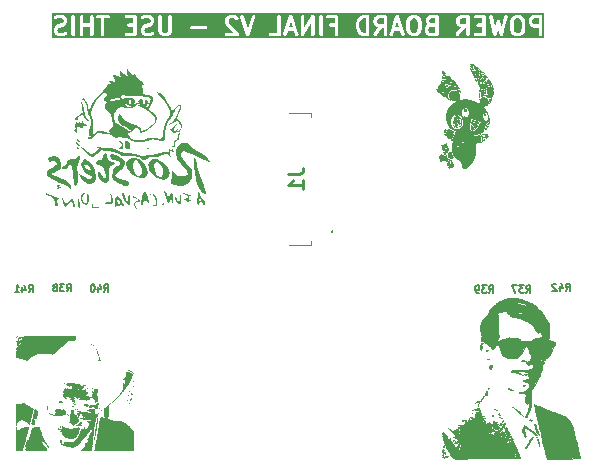
<source format=gbr>
%TF.GenerationSoftware,KiCad,Pcbnew,9.0.6*%
%TF.CreationDate,2026-01-07T00:41:00-06:00*%
%TF.ProjectId,LVMuxPCB,4c564d75-7850-4434-922e-6b696361645f,rev?*%
%TF.SameCoordinates,Original*%
%TF.FileFunction,Legend,Bot*%
%TF.FilePolarity,Positive*%
%FSLAX46Y46*%
G04 Gerber Fmt 4.6, Leading zero omitted, Abs format (unit mm)*
G04 Created by KiCad (PCBNEW 9.0.6) date 2026-01-07 00:41:00*
%MOMM*%
%LPD*%
G01*
G04 APERTURE LIST*
%ADD10C,0.300000*%
%ADD11C,0.150000*%
%ADD12C,0.254000*%
%ADD13C,0.010000*%
%ADD14C,0.100000*%
%ADD15C,0.200000*%
%ADD16C,0.000000*%
%ADD17C,1.700000*%
%ADD18R,1.700000X1.700000*%
%ADD19C,3.600000*%
%ADD20C,6.400000*%
%ADD21C,1.400000*%
%ADD22C,3.000000*%
%ADD23C,0.850000*%
%ADD24R,1.500000X0.550000*%
G04 APERTURE END LIST*
D10*
G36*
X204707142Y-34900828D02*
G01*
X204524342Y-34900828D01*
X204366739Y-34848294D01*
X204266134Y-34747688D01*
X204212953Y-34641328D01*
X204149999Y-34389507D01*
X204149999Y-34212148D01*
X204212953Y-33960327D01*
X204266134Y-33853967D01*
X204366740Y-33753361D01*
X204524342Y-33700828D01*
X204707142Y-33700828D01*
X204707142Y-34900828D01*
G37*
G36*
X208982574Y-33745535D02*
G01*
X209078840Y-33841801D01*
X209135713Y-34069291D01*
X209135713Y-34532364D01*
X209078840Y-34759854D01*
X208982574Y-34856121D01*
X208893161Y-34900828D01*
X208678266Y-34900828D01*
X208588853Y-34856121D01*
X208492586Y-34759854D01*
X208435713Y-34532362D01*
X208435713Y-34069293D01*
X208492586Y-33841801D01*
X208588853Y-33745534D01*
X208678266Y-33700828D01*
X208893160Y-33700828D01*
X208982574Y-33745535D01*
G37*
G36*
X210564285Y-34900828D02*
G01*
X210178266Y-34900828D01*
X210088852Y-34856121D01*
X210051847Y-34819116D01*
X210007142Y-34729704D01*
X210007142Y-34586237D01*
X210051847Y-34496825D01*
X210081025Y-34467647D01*
X210238628Y-34415114D01*
X210564285Y-34415114D01*
X210564285Y-34900828D01*
G37*
G36*
X210564285Y-34115114D02*
G01*
X210249695Y-34115114D01*
X210160281Y-34070406D01*
X210123277Y-34033403D01*
X210078570Y-33943989D01*
X210078570Y-33871952D01*
X210123277Y-33782538D01*
X210160281Y-33745535D01*
X210249695Y-33700828D01*
X210564285Y-33700828D01*
X210564285Y-34115114D01*
G37*
G36*
X217768289Y-33745535D02*
G01*
X217864555Y-33841801D01*
X217921428Y-34069291D01*
X217921428Y-34532364D01*
X217864555Y-34759854D01*
X217768289Y-34856121D01*
X217678876Y-34900828D01*
X217463981Y-34900828D01*
X217374568Y-34856121D01*
X217278301Y-34759854D01*
X217221428Y-34532362D01*
X217221428Y-34069293D01*
X217278301Y-33841801D01*
X217374568Y-33745534D01*
X217463981Y-33700828D01*
X217678875Y-33700828D01*
X217768289Y-33745535D01*
G37*
G36*
X206207142Y-34186542D02*
G01*
X205821123Y-34186542D01*
X205731709Y-34141835D01*
X205694704Y-34104830D01*
X205649999Y-34015418D01*
X205649999Y-33871951D01*
X205694704Y-33782540D01*
X205731709Y-33745535D01*
X205821123Y-33700828D01*
X206207142Y-33700828D01*
X206207142Y-34186542D01*
G37*
G36*
X213207142Y-34186542D02*
G01*
X212821123Y-34186542D01*
X212731709Y-34141835D01*
X212694704Y-34104830D01*
X212649999Y-34015418D01*
X212649999Y-33871951D01*
X212694704Y-33782540D01*
X212731709Y-33745535D01*
X212821123Y-33700828D01*
X213207142Y-33700828D01*
X213207142Y-34186542D01*
G37*
G36*
X198506171Y-34472257D02*
G01*
X198208112Y-34472257D01*
X198357141Y-34025169D01*
X198506171Y-34472257D01*
G37*
G36*
X207506171Y-34472257D02*
G01*
X207208112Y-34472257D01*
X207357141Y-34025169D01*
X207506171Y-34472257D01*
G37*
G36*
X219350000Y-34186542D02*
G01*
X218963981Y-34186542D01*
X218874567Y-34141835D01*
X218837562Y-34104830D01*
X218792857Y-34015418D01*
X218792857Y-33871951D01*
X218837562Y-33782540D01*
X218874567Y-33745535D01*
X218963981Y-33700828D01*
X219350000Y-33700828D01*
X219350000Y-34186542D01*
G37*
G36*
X219816667Y-35367495D02*
G01*
X178111903Y-35367495D01*
X178111903Y-34622257D01*
X178278570Y-34622257D01*
X178278570Y-34765114D01*
X178281452Y-34794378D01*
X178283515Y-34799358D01*
X178283897Y-34804733D01*
X178294406Y-34832196D01*
X178365835Y-34975053D01*
X178373762Y-34987646D01*
X178375278Y-34991306D01*
X178378659Y-34995425D01*
X178381500Y-34999939D01*
X178384493Y-35002535D01*
X178393933Y-35014037D01*
X178465362Y-35085466D01*
X178476866Y-35094907D01*
X178479461Y-35097899D01*
X178483970Y-35100737D01*
X178488093Y-35104121D01*
X178491754Y-35105637D01*
X178504346Y-35113564D01*
X178647204Y-35184992D01*
X178674667Y-35195502D01*
X178680042Y-35195883D01*
X178685021Y-35197946D01*
X178714285Y-35200828D01*
X179071428Y-35200828D01*
X179086233Y-35199369D01*
X179090188Y-35199651D01*
X179095389Y-35198468D01*
X179100692Y-35197946D01*
X179104349Y-35196430D01*
X179118862Y-35193131D01*
X179333147Y-35121703D01*
X179359998Y-35109714D01*
X179404212Y-35071367D01*
X179430386Y-35019020D01*
X179434535Y-34960640D01*
X179416027Y-34905115D01*
X179377680Y-34860901D01*
X179325333Y-34834727D01*
X179266953Y-34830578D01*
X179238279Y-34837097D01*
X179047085Y-34900828D01*
X178749695Y-34900828D01*
X178660281Y-34856121D01*
X178623277Y-34819117D01*
X178578570Y-34729703D01*
X178578570Y-34657667D01*
X178623277Y-34568253D01*
X178660282Y-34531248D01*
X178766641Y-34478069D01*
X179036379Y-34410635D01*
X179038537Y-34409863D01*
X179039618Y-34409787D01*
X179051792Y-34405128D01*
X179064070Y-34400742D01*
X179064940Y-34400097D01*
X179067081Y-34399278D01*
X179209938Y-34327849D01*
X179222533Y-34319920D01*
X179226190Y-34318406D01*
X179230307Y-34315026D01*
X179234824Y-34312184D01*
X179237421Y-34309189D01*
X179248921Y-34299752D01*
X179320350Y-34228324D01*
X179329792Y-34216818D01*
X179332784Y-34214224D01*
X179335623Y-34209713D01*
X179339005Y-34205593D01*
X179340520Y-34201933D01*
X179348449Y-34189339D01*
X179419877Y-34046481D01*
X179430387Y-34019018D01*
X179430768Y-34013642D01*
X179432831Y-34008664D01*
X179435713Y-33979400D01*
X179435713Y-33836542D01*
X179432831Y-33807278D01*
X179430768Y-33802299D01*
X179430387Y-33796924D01*
X179419877Y-33769461D01*
X179348449Y-33626603D01*
X179340520Y-33614008D01*
X179339005Y-33610349D01*
X179335623Y-33606228D01*
X179332784Y-33601718D01*
X179329792Y-33599123D01*
X179320350Y-33587618D01*
X179283559Y-33550828D01*
X179778571Y-33550828D01*
X179778571Y-35050828D01*
X179781453Y-35080092D01*
X179803851Y-35134164D01*
X179845235Y-35175548D01*
X179899307Y-35197946D01*
X179957835Y-35197946D01*
X180011907Y-35175548D01*
X180053291Y-35134164D01*
X180075689Y-35080092D01*
X180078571Y-35050828D01*
X180078571Y-33550828D01*
X180492857Y-33550828D01*
X180492857Y-35050828D01*
X180495739Y-35080092D01*
X180518137Y-35134164D01*
X180559521Y-35175548D01*
X180613593Y-35197946D01*
X180672121Y-35197946D01*
X180726193Y-35175548D01*
X180767577Y-35134164D01*
X180789975Y-35080092D01*
X180792857Y-35050828D01*
X180792857Y-34415114D01*
X181350000Y-34415114D01*
X181350000Y-35050828D01*
X181352882Y-35080092D01*
X181375280Y-35134164D01*
X181416664Y-35175548D01*
X181470736Y-35197946D01*
X181529264Y-35197946D01*
X181583336Y-35175548D01*
X181624720Y-35134164D01*
X181647118Y-35080092D01*
X181650000Y-35050828D01*
X181650000Y-33550828D01*
X181647118Y-33521564D01*
X181852882Y-33521564D01*
X181852882Y-33580092D01*
X181875280Y-33634164D01*
X181916664Y-33675548D01*
X181970736Y-33697946D01*
X182000000Y-33700828D01*
X182278571Y-33700828D01*
X182278571Y-35050828D01*
X182281453Y-35080092D01*
X182303851Y-35134164D01*
X182345235Y-35175548D01*
X182399307Y-35197946D01*
X182457835Y-35197946D01*
X182511907Y-35175548D01*
X182553291Y-35134164D01*
X182575689Y-35080092D01*
X182578571Y-35050828D01*
X182578571Y-33700828D01*
X182857142Y-33700828D01*
X182886406Y-33697946D01*
X182940478Y-33675548D01*
X182981862Y-33634164D01*
X183004260Y-33580092D01*
X183004260Y-33521564D01*
X184281453Y-33521564D01*
X184281453Y-33580092D01*
X184303851Y-33634164D01*
X184345235Y-33675548D01*
X184399307Y-33697946D01*
X184428571Y-33700828D01*
X184992857Y-33700828D01*
X184992857Y-34115114D01*
X184642857Y-34115114D01*
X184613593Y-34117996D01*
X184559521Y-34140394D01*
X184518137Y-34181778D01*
X184495739Y-34235850D01*
X184495739Y-34294378D01*
X184518137Y-34348450D01*
X184559521Y-34389834D01*
X184613593Y-34412232D01*
X184642857Y-34415114D01*
X184992857Y-34415114D01*
X184992857Y-34900828D01*
X184428571Y-34900828D01*
X184399307Y-34903710D01*
X184345235Y-34926108D01*
X184303851Y-34967492D01*
X184281453Y-35021564D01*
X184281453Y-35080092D01*
X184303851Y-35134164D01*
X184345235Y-35175548D01*
X184399307Y-35197946D01*
X184428571Y-35200828D01*
X185142857Y-35200828D01*
X185172121Y-35197946D01*
X185226193Y-35175548D01*
X185267577Y-35134164D01*
X185289975Y-35080092D01*
X185289975Y-35080091D01*
X185292857Y-35050828D01*
X185292857Y-34622257D01*
X185635713Y-34622257D01*
X185635713Y-34765114D01*
X185638595Y-34794378D01*
X185640658Y-34799358D01*
X185641040Y-34804733D01*
X185651549Y-34832196D01*
X185722978Y-34975053D01*
X185730905Y-34987646D01*
X185732421Y-34991306D01*
X185735802Y-34995425D01*
X185738643Y-34999939D01*
X185741636Y-35002535D01*
X185751076Y-35014037D01*
X185822505Y-35085466D01*
X185834009Y-35094907D01*
X185836604Y-35097899D01*
X185841113Y-35100737D01*
X185845236Y-35104121D01*
X185848897Y-35105637D01*
X185861489Y-35113564D01*
X186004347Y-35184992D01*
X186031810Y-35195502D01*
X186037185Y-35195883D01*
X186042164Y-35197946D01*
X186071428Y-35200828D01*
X186428571Y-35200828D01*
X186443376Y-35199369D01*
X186447331Y-35199651D01*
X186452532Y-35198468D01*
X186457835Y-35197946D01*
X186461492Y-35196430D01*
X186476005Y-35193131D01*
X186690290Y-35121703D01*
X186717141Y-35109714D01*
X186761355Y-35071367D01*
X186787529Y-35019020D01*
X186791678Y-34960640D01*
X186773170Y-34905115D01*
X186734823Y-34860901D01*
X186682476Y-34834727D01*
X186624096Y-34830578D01*
X186595422Y-34837097D01*
X186404228Y-34900828D01*
X186106838Y-34900828D01*
X186017424Y-34856121D01*
X185980420Y-34819117D01*
X185935713Y-34729703D01*
X185935713Y-34657667D01*
X185980420Y-34568253D01*
X186017425Y-34531248D01*
X186123784Y-34478069D01*
X186393522Y-34410635D01*
X186395680Y-34409863D01*
X186396761Y-34409787D01*
X186408935Y-34405128D01*
X186421213Y-34400742D01*
X186422083Y-34400097D01*
X186424224Y-34399278D01*
X186567081Y-34327849D01*
X186579676Y-34319920D01*
X186583333Y-34318406D01*
X186587450Y-34315026D01*
X186591967Y-34312184D01*
X186594564Y-34309189D01*
X186606064Y-34299752D01*
X186677493Y-34228324D01*
X186686935Y-34216818D01*
X186689927Y-34214224D01*
X186692766Y-34209713D01*
X186696148Y-34205593D01*
X186697663Y-34201933D01*
X186705592Y-34189339D01*
X186777020Y-34046481D01*
X186787530Y-34019018D01*
X186787911Y-34013642D01*
X186789974Y-34008664D01*
X186792856Y-33979400D01*
X186792856Y-33836542D01*
X186789974Y-33807278D01*
X186787911Y-33802299D01*
X186787530Y-33796924D01*
X186777020Y-33769461D01*
X186705592Y-33626603D01*
X186697663Y-33614008D01*
X186696148Y-33610349D01*
X186692766Y-33606228D01*
X186689927Y-33601718D01*
X186686935Y-33599123D01*
X186677493Y-33587618D01*
X186640702Y-33550828D01*
X187135714Y-33550828D01*
X187135714Y-34765114D01*
X187138596Y-34794378D01*
X187140658Y-34799356D01*
X187141040Y-34804732D01*
X187151550Y-34832196D01*
X187222978Y-34975053D01*
X187230905Y-34987646D01*
X187232421Y-34991306D01*
X187235802Y-34995425D01*
X187238643Y-34999939D01*
X187241636Y-35002535D01*
X187251076Y-35014037D01*
X187322505Y-35085466D01*
X187334009Y-35094907D01*
X187336604Y-35097899D01*
X187341113Y-35100737D01*
X187345236Y-35104121D01*
X187348897Y-35105637D01*
X187361489Y-35113564D01*
X187504347Y-35184992D01*
X187531810Y-35195502D01*
X187537185Y-35195883D01*
X187542164Y-35197946D01*
X187571428Y-35200828D01*
X187857142Y-35200828D01*
X187886406Y-35197946D01*
X187891384Y-35195883D01*
X187896760Y-35195502D01*
X187924223Y-35184992D01*
X188067082Y-35113564D01*
X188079676Y-35105635D01*
X188083336Y-35104120D01*
X188087456Y-35100738D01*
X188091967Y-35097899D01*
X188094561Y-35094907D01*
X188106067Y-35085465D01*
X188177495Y-35014036D01*
X188186933Y-35002535D01*
X188189927Y-34999939D01*
X188192767Y-34995426D01*
X188196149Y-34991306D01*
X188197664Y-34987646D01*
X188205592Y-34975053D01*
X188277021Y-34832197D01*
X188287530Y-34804733D01*
X188287911Y-34799358D01*
X188289975Y-34794378D01*
X188292857Y-34765114D01*
X188292857Y-34450136D01*
X189852882Y-34450136D01*
X189852882Y-34508664D01*
X189875280Y-34562736D01*
X189916664Y-34604120D01*
X189970736Y-34626518D01*
X190000000Y-34629400D01*
X191142857Y-34629400D01*
X191172121Y-34626518D01*
X191226193Y-34604120D01*
X191267577Y-34562736D01*
X191289975Y-34508664D01*
X191289975Y-34450136D01*
X191267577Y-34396064D01*
X191226193Y-34354680D01*
X191172121Y-34332282D01*
X191142857Y-34329400D01*
X190000000Y-34329400D01*
X189970736Y-34332282D01*
X189916664Y-34354680D01*
X189875280Y-34396064D01*
X189852882Y-34450136D01*
X188292857Y-34450136D01*
X188292857Y-33836542D01*
X192778570Y-33836542D01*
X192778570Y-33979400D01*
X192780028Y-33994211D01*
X192779748Y-33998161D01*
X192780929Y-34003355D01*
X192781452Y-34008664D01*
X192782968Y-34012325D01*
X192786268Y-34026835D01*
X192857697Y-34241119D01*
X192869685Y-34267970D01*
X192873215Y-34272040D01*
X192875278Y-34277020D01*
X192893933Y-34299751D01*
X193495010Y-34900828D01*
X192928570Y-34900828D01*
X192899306Y-34903710D01*
X192845234Y-34926108D01*
X192803850Y-34967492D01*
X192781452Y-35021564D01*
X192781452Y-35080092D01*
X192803850Y-35134164D01*
X192845234Y-35175548D01*
X192899306Y-35197946D01*
X192928570Y-35200828D01*
X193857142Y-35200828D01*
X193886406Y-35197946D01*
X193917679Y-35184992D01*
X193940477Y-35175549D01*
X193981863Y-35134163D01*
X193996339Y-35099214D01*
X194004260Y-35080092D01*
X194004260Y-35021564D01*
X193996672Y-35003245D01*
X193981863Y-34967492D01*
X193963208Y-34944762D01*
X193131103Y-34112657D01*
X193078570Y-33955058D01*
X193078570Y-33871952D01*
X193123277Y-33782538D01*
X193160281Y-33745535D01*
X193249695Y-33700828D01*
X193536018Y-33700828D01*
X193625431Y-33745535D01*
X193679647Y-33799751D01*
X193702377Y-33818406D01*
X193756450Y-33840802D01*
X193814976Y-33840802D01*
X193869048Y-33818406D01*
X193910434Y-33777020D01*
X193932830Y-33722948D01*
X193932830Y-33664422D01*
X193910434Y-33610349D01*
X193891779Y-33587619D01*
X193873749Y-33569589D01*
X194065462Y-33569589D01*
X194071982Y-33598262D01*
X194571982Y-35098262D01*
X194583970Y-35125113D01*
X194590992Y-35133210D01*
X194595785Y-35142795D01*
X194609991Y-35155116D01*
X194622317Y-35169328D01*
X194631904Y-35174121D01*
X194639999Y-35181142D01*
X194657841Y-35187089D01*
X194674665Y-35195501D01*
X194685355Y-35196260D01*
X194695523Y-35199650D01*
X194714279Y-35198317D01*
X194733045Y-35199651D01*
X194743215Y-35196260D01*
X194753904Y-35195501D01*
X194770725Y-35187090D01*
X194788569Y-35181142D01*
X194796665Y-35174119D01*
X194806251Y-35169327D01*
X194818574Y-35155118D01*
X194832783Y-35142795D01*
X194837575Y-35133209D01*
X194844598Y-35125113D01*
X194856586Y-35098262D01*
X194882152Y-35021564D01*
X196495738Y-35021564D01*
X196495738Y-35080092D01*
X196518136Y-35134164D01*
X196559520Y-35175548D01*
X196613592Y-35197946D01*
X196642856Y-35200828D01*
X197357142Y-35200828D01*
X197386406Y-35197946D01*
X197440478Y-35175548D01*
X197481862Y-35134164D01*
X197504260Y-35080092D01*
X197504260Y-35080091D01*
X197507142Y-35050828D01*
X197507142Y-35032067D01*
X197708319Y-35032067D01*
X197712468Y-35090448D01*
X197738642Y-35142795D01*
X197782856Y-35181142D01*
X197838380Y-35199650D01*
X197896761Y-35195501D01*
X197949108Y-35169327D01*
X197987455Y-35125113D01*
X197999443Y-35098262D01*
X198108112Y-34772257D01*
X198606171Y-34772257D01*
X198714839Y-35098262D01*
X198726827Y-35125113D01*
X198765174Y-35169328D01*
X198817522Y-35195501D01*
X198875902Y-35199651D01*
X198931426Y-35181142D01*
X198975640Y-35142795D01*
X199001814Y-35090448D01*
X199005964Y-35032068D01*
X198999444Y-35003394D01*
X198515254Y-33550828D01*
X199207142Y-33550828D01*
X199207142Y-35050828D01*
X199207883Y-35058353D01*
X199207508Y-35061305D01*
X199208550Y-35065125D01*
X199210024Y-35080092D01*
X199217659Y-35098524D01*
X199222908Y-35117769D01*
X199228762Y-35125328D01*
X199232422Y-35134164D01*
X199246529Y-35148271D01*
X199258743Y-35164043D01*
X199267045Y-35168787D01*
X199273806Y-35175548D01*
X199292236Y-35183182D01*
X199309559Y-35193081D01*
X199319044Y-35194286D01*
X199327878Y-35197946D01*
X199347828Y-35197946D01*
X199367619Y-35200462D01*
X199376844Y-35197946D01*
X199386406Y-35197946D01*
X199404838Y-35190310D01*
X199424083Y-35185062D01*
X199431642Y-35179207D01*
X199440478Y-35175548D01*
X199454585Y-35161440D01*
X199470357Y-35149227D01*
X199479062Y-35136963D01*
X199481862Y-35134164D01*
X199483000Y-35131416D01*
X199487378Y-35125249D01*
X200064285Y-34115663D01*
X200064285Y-35050828D01*
X200067167Y-35080092D01*
X200089565Y-35134164D01*
X200130949Y-35175548D01*
X200185021Y-35197946D01*
X200243549Y-35197946D01*
X200297621Y-35175548D01*
X200339005Y-35134164D01*
X200361403Y-35080092D01*
X200364285Y-35050828D01*
X200364285Y-33550828D01*
X200778571Y-33550828D01*
X200778571Y-35050828D01*
X200781453Y-35080092D01*
X200803851Y-35134164D01*
X200845235Y-35175548D01*
X200899307Y-35197946D01*
X200957835Y-35197946D01*
X201011907Y-35175548D01*
X201053291Y-35134164D01*
X201075689Y-35080092D01*
X201078571Y-35050828D01*
X201078571Y-33550828D01*
X201075689Y-33521564D01*
X201352881Y-33521564D01*
X201352881Y-33580092D01*
X201375279Y-33634164D01*
X201416663Y-33675548D01*
X201470735Y-33697946D01*
X201499999Y-33700828D01*
X202064285Y-33700828D01*
X202064285Y-34115114D01*
X201714285Y-34115114D01*
X201685021Y-34117996D01*
X201630949Y-34140394D01*
X201589565Y-34181778D01*
X201567167Y-34235850D01*
X201567167Y-34294378D01*
X201589565Y-34348450D01*
X201630949Y-34389834D01*
X201685021Y-34412232D01*
X201714285Y-34415114D01*
X202064285Y-34415114D01*
X202064285Y-35050828D01*
X202067167Y-35080092D01*
X202089565Y-35134164D01*
X202130949Y-35175548D01*
X202185021Y-35197946D01*
X202243549Y-35197946D01*
X202297621Y-35175548D01*
X202339005Y-35134164D01*
X202361403Y-35080092D01*
X202364285Y-35050828D01*
X202364285Y-34193685D01*
X203849999Y-34193685D01*
X203849999Y-34407971D01*
X203850501Y-34413074D01*
X203850176Y-34415262D01*
X203851795Y-34426212D01*
X203852881Y-34437235D01*
X203853728Y-34439279D01*
X203854478Y-34444351D01*
X203925906Y-34730065D01*
X203926677Y-34732223D01*
X203926754Y-34733304D01*
X203931412Y-34745478D01*
X203935799Y-34757756D01*
X203936443Y-34758626D01*
X203937263Y-34760767D01*
X204008692Y-34903624D01*
X204016619Y-34916217D01*
X204018135Y-34919877D01*
X204021516Y-34923996D01*
X204024357Y-34928510D01*
X204027350Y-34931106D01*
X204036790Y-34942608D01*
X204179647Y-35085466D01*
X204202377Y-35104121D01*
X204207356Y-35106183D01*
X204211428Y-35109715D01*
X204238279Y-35121703D01*
X204452565Y-35193131D01*
X204467077Y-35196430D01*
X204470735Y-35197946D01*
X204476037Y-35198468D01*
X204481239Y-35199651D01*
X204485193Y-35199369D01*
X204499999Y-35200828D01*
X204857142Y-35200828D01*
X204886406Y-35197946D01*
X204940478Y-35175548D01*
X204981862Y-35134164D01*
X205004260Y-35080092D01*
X205004260Y-35080091D01*
X205007142Y-35050828D01*
X205007142Y-33836542D01*
X205349999Y-33836542D01*
X205349999Y-34050828D01*
X205352881Y-34080092D01*
X205354943Y-34085070D01*
X205355325Y-34090446D01*
X205365835Y-34117910D01*
X205437263Y-34260767D01*
X205445190Y-34273360D01*
X205446706Y-34277020D01*
X205450087Y-34281139D01*
X205452928Y-34285653D01*
X205455921Y-34288249D01*
X205465361Y-34299751D01*
X205536790Y-34371180D01*
X205548294Y-34380621D01*
X205550889Y-34383613D01*
X205555398Y-34386451D01*
X205559521Y-34389835D01*
X205563182Y-34391351D01*
X205575774Y-34399278D01*
X205718632Y-34470706D01*
X205722066Y-34472020D01*
X205377114Y-34964809D01*
X205362693Y-34990435D01*
X205350034Y-35047577D01*
X205360205Y-35105213D01*
X205391658Y-35154570D01*
X205439606Y-35188134D01*
X205496748Y-35200793D01*
X205554384Y-35190622D01*
X205603741Y-35159169D01*
X205622884Y-35136847D01*
X206078097Y-34486542D01*
X206207142Y-34486542D01*
X206207142Y-35050828D01*
X206210024Y-35080092D01*
X206232422Y-35134164D01*
X206273806Y-35175548D01*
X206327878Y-35197946D01*
X206386406Y-35197946D01*
X206440478Y-35175548D01*
X206481862Y-35134164D01*
X206504260Y-35080092D01*
X206507142Y-35050828D01*
X206507142Y-35032067D01*
X206708319Y-35032067D01*
X206712468Y-35090448D01*
X206738642Y-35142795D01*
X206782856Y-35181142D01*
X206838380Y-35199650D01*
X206896761Y-35195501D01*
X206949108Y-35169327D01*
X206987455Y-35125113D01*
X206999443Y-35098262D01*
X207108112Y-34772257D01*
X207606171Y-34772257D01*
X207714839Y-35098262D01*
X207726827Y-35125113D01*
X207765174Y-35169328D01*
X207817522Y-35195501D01*
X207875902Y-35199651D01*
X207931426Y-35181142D01*
X207975640Y-35142795D01*
X208001814Y-35090448D01*
X208005964Y-35032068D01*
X207999444Y-35003394D01*
X207681921Y-34050828D01*
X208135713Y-34050828D01*
X208135713Y-34550828D01*
X208136215Y-34555931D01*
X208135890Y-34558119D01*
X208137509Y-34569070D01*
X208138595Y-34580092D01*
X208139441Y-34582136D01*
X208140192Y-34587209D01*
X208211621Y-34872922D01*
X208221514Y-34900613D01*
X208228153Y-34909573D01*
X208232421Y-34919877D01*
X208251076Y-34942608D01*
X208393933Y-35085466D01*
X208405439Y-35094909D01*
X208408032Y-35097899D01*
X208412537Y-35100735D01*
X208416663Y-35104121D01*
X208420326Y-35105638D01*
X208432917Y-35113564D01*
X208575775Y-35184992D01*
X208603238Y-35195502D01*
X208608613Y-35195883D01*
X208613592Y-35197946D01*
X208642856Y-35200828D01*
X208928570Y-35200828D01*
X208957834Y-35197946D01*
X208962812Y-35195883D01*
X208968188Y-35195502D01*
X208995651Y-35184992D01*
X209138510Y-35113564D01*
X209151100Y-35105638D01*
X209154764Y-35104121D01*
X209158889Y-35100735D01*
X209163395Y-35097899D01*
X209165988Y-35094909D01*
X209177494Y-35085466D01*
X209320351Y-34942608D01*
X209339006Y-34919877D01*
X209343273Y-34909573D01*
X209349913Y-34900613D01*
X209359806Y-34872922D01*
X209431234Y-34587208D01*
X209431983Y-34582136D01*
X209432831Y-34580092D01*
X209433916Y-34569069D01*
X209435536Y-34558119D01*
X209435210Y-34555931D01*
X209435713Y-34550828D01*
X209707142Y-34550828D01*
X209707142Y-34765114D01*
X209710024Y-34794378D01*
X209712086Y-34799356D01*
X209712468Y-34804732D01*
X209722978Y-34832196D01*
X209794406Y-34975053D01*
X209802333Y-34987646D01*
X209803849Y-34991306D01*
X209807230Y-34995425D01*
X209810071Y-34999939D01*
X209813064Y-35002535D01*
X209822504Y-35014037D01*
X209893933Y-35085466D01*
X209905437Y-35094907D01*
X209908032Y-35097899D01*
X209912541Y-35100737D01*
X209916664Y-35104121D01*
X209920325Y-35105637D01*
X209932917Y-35113564D01*
X210075775Y-35184992D01*
X210103238Y-35195502D01*
X210108613Y-35195883D01*
X210113592Y-35197946D01*
X210142856Y-35200828D01*
X210714285Y-35200828D01*
X210743549Y-35197946D01*
X210797621Y-35175548D01*
X210839005Y-35134164D01*
X210861403Y-35080092D01*
X210861403Y-35080091D01*
X210864285Y-35050828D01*
X210864285Y-33836542D01*
X212349999Y-33836542D01*
X212349999Y-34050828D01*
X212352881Y-34080092D01*
X212354943Y-34085070D01*
X212355325Y-34090446D01*
X212365835Y-34117910D01*
X212437263Y-34260767D01*
X212445190Y-34273360D01*
X212446706Y-34277020D01*
X212450087Y-34281139D01*
X212452928Y-34285653D01*
X212455921Y-34288249D01*
X212465361Y-34299751D01*
X212536790Y-34371180D01*
X212548294Y-34380621D01*
X212550889Y-34383613D01*
X212555398Y-34386451D01*
X212559521Y-34389835D01*
X212563182Y-34391351D01*
X212575774Y-34399278D01*
X212718632Y-34470706D01*
X212722066Y-34472020D01*
X212377114Y-34964809D01*
X212362693Y-34990435D01*
X212350034Y-35047577D01*
X212360205Y-35105213D01*
X212391658Y-35154570D01*
X212439606Y-35188134D01*
X212496748Y-35200793D01*
X212554384Y-35190622D01*
X212603741Y-35159169D01*
X212622884Y-35136847D01*
X213078097Y-34486542D01*
X213207142Y-34486542D01*
X213207142Y-35050828D01*
X213210024Y-35080092D01*
X213232422Y-35134164D01*
X213273806Y-35175548D01*
X213327878Y-35197946D01*
X213386406Y-35197946D01*
X213440478Y-35175548D01*
X213481862Y-35134164D01*
X213504260Y-35080092D01*
X213507142Y-35050828D01*
X213507142Y-33550828D01*
X213504260Y-33521564D01*
X213852881Y-33521564D01*
X213852881Y-33580092D01*
X213875279Y-33634164D01*
X213916663Y-33675548D01*
X213970735Y-33697946D01*
X213999999Y-33700828D01*
X214564285Y-33700828D01*
X214564285Y-34115114D01*
X214214285Y-34115114D01*
X214185021Y-34117996D01*
X214130949Y-34140394D01*
X214089565Y-34181778D01*
X214067167Y-34235850D01*
X214067167Y-34294378D01*
X214089565Y-34348450D01*
X214130949Y-34389834D01*
X214185021Y-34412232D01*
X214214285Y-34415114D01*
X214564285Y-34415114D01*
X214564285Y-34900828D01*
X213999999Y-34900828D01*
X213970735Y-34903710D01*
X213916663Y-34926108D01*
X213875279Y-34967492D01*
X213852881Y-35021564D01*
X213852881Y-35080092D01*
X213875279Y-35134164D01*
X213916663Y-35175548D01*
X213970735Y-35197946D01*
X213999999Y-35200828D01*
X214714285Y-35200828D01*
X214743549Y-35197946D01*
X214797621Y-35175548D01*
X214839005Y-35134164D01*
X214861403Y-35080092D01*
X214861403Y-35080091D01*
X214864285Y-35050828D01*
X214864285Y-33556435D01*
X215135819Y-33556435D01*
X215139793Y-33585571D01*
X215496935Y-35085571D01*
X215500396Y-35095614D01*
X215500875Y-35099214D01*
X215502758Y-35102467D01*
X215506517Y-35113372D01*
X215519288Y-35131019D01*
X215530198Y-35149864D01*
X215536313Y-35154545D01*
X215540830Y-35160786D01*
X215559380Y-35172201D01*
X215576673Y-35185438D01*
X215584114Y-35187422D01*
X215590674Y-35191459D01*
X215612181Y-35194907D01*
X215633225Y-35200519D01*
X215640857Y-35199504D01*
X215648463Y-35200724D01*
X215669658Y-35195677D01*
X215691242Y-35192809D01*
X215697904Y-35188951D01*
X215705400Y-35187167D01*
X215723045Y-35174396D01*
X215741892Y-35163486D01*
X215746574Y-35157369D01*
X215752813Y-35152854D01*
X215764226Y-35134307D01*
X215777466Y-35117011D01*
X215781514Y-35106215D01*
X215783487Y-35103010D01*
X215784062Y-35099420D01*
X215787791Y-35089478D01*
X215928570Y-34561555D01*
X216069350Y-35089477D01*
X216073078Y-35099419D01*
X216073654Y-35103010D01*
X216075627Y-35106216D01*
X216079675Y-35117011D01*
X216092911Y-35134303D01*
X216104327Y-35152854D01*
X216110567Y-35157370D01*
X216115249Y-35163486D01*
X216134093Y-35174395D01*
X216151741Y-35187167D01*
X216159235Y-35188951D01*
X216165899Y-35192809D01*
X216187488Y-35195678D01*
X216208678Y-35200723D01*
X216216280Y-35199504D01*
X216223916Y-35200519D01*
X216244963Y-35194906D01*
X216266467Y-35191459D01*
X216273026Y-35187422D01*
X216280468Y-35185438D01*
X216297760Y-35172201D01*
X216316311Y-35160786D01*
X216320827Y-35154545D01*
X216326943Y-35149864D01*
X216337852Y-35131019D01*
X216350624Y-35113372D01*
X216354382Y-35102467D01*
X216356266Y-35099214D01*
X216356744Y-35095614D01*
X216360206Y-35085571D01*
X216606573Y-34050828D01*
X216921428Y-34050828D01*
X216921428Y-34550828D01*
X216921930Y-34555931D01*
X216921605Y-34558119D01*
X216923224Y-34569070D01*
X216924310Y-34580092D01*
X216925156Y-34582136D01*
X216925907Y-34587209D01*
X216997336Y-34872922D01*
X217007229Y-34900613D01*
X217013868Y-34909573D01*
X217018136Y-34919877D01*
X217036791Y-34942608D01*
X217179648Y-35085466D01*
X217191154Y-35094909D01*
X217193747Y-35097899D01*
X217198252Y-35100735D01*
X217202378Y-35104121D01*
X217206041Y-35105638D01*
X217218632Y-35113564D01*
X217361490Y-35184992D01*
X217388953Y-35195502D01*
X217394328Y-35195883D01*
X217399307Y-35197946D01*
X217428571Y-35200828D01*
X217714285Y-35200828D01*
X217743549Y-35197946D01*
X217748527Y-35195883D01*
X217753903Y-35195502D01*
X217781366Y-35184992D01*
X217924225Y-35113564D01*
X217936815Y-35105638D01*
X217940479Y-35104121D01*
X217944604Y-35100735D01*
X217949110Y-35097899D01*
X217951703Y-35094909D01*
X217963209Y-35085466D01*
X218106066Y-34942608D01*
X218124721Y-34919877D01*
X218128988Y-34909573D01*
X218135628Y-34900613D01*
X218145521Y-34872922D01*
X218216949Y-34587208D01*
X218217698Y-34582136D01*
X218218546Y-34580092D01*
X218219631Y-34569069D01*
X218221251Y-34558119D01*
X218220925Y-34555931D01*
X218221428Y-34550828D01*
X218221428Y-34050828D01*
X218220925Y-34045724D01*
X218221251Y-34043537D01*
X218219631Y-34032586D01*
X218218546Y-34021564D01*
X218217698Y-34019519D01*
X218216949Y-34014448D01*
X218172473Y-33836542D01*
X218492857Y-33836542D01*
X218492857Y-34050828D01*
X218495739Y-34080092D01*
X218497801Y-34085070D01*
X218498183Y-34090446D01*
X218508693Y-34117910D01*
X218580121Y-34260767D01*
X218588048Y-34273360D01*
X218589564Y-34277020D01*
X218592945Y-34281139D01*
X218595786Y-34285653D01*
X218598779Y-34288249D01*
X218608219Y-34299751D01*
X218679648Y-34371180D01*
X218691152Y-34380621D01*
X218693747Y-34383613D01*
X218698256Y-34386451D01*
X218702379Y-34389835D01*
X218706040Y-34391351D01*
X218718632Y-34399278D01*
X218861490Y-34470706D01*
X218888953Y-34481216D01*
X218894328Y-34481597D01*
X218899307Y-34483660D01*
X218928571Y-34486542D01*
X219350000Y-34486542D01*
X219350000Y-35050828D01*
X219352882Y-35080092D01*
X219375280Y-35134164D01*
X219416664Y-35175548D01*
X219470736Y-35197946D01*
X219529264Y-35197946D01*
X219583336Y-35175548D01*
X219624720Y-35134164D01*
X219647118Y-35080092D01*
X219650000Y-35050828D01*
X219650000Y-33550828D01*
X219647118Y-33521564D01*
X219624720Y-33467492D01*
X219583336Y-33426108D01*
X219529264Y-33403710D01*
X219500000Y-33400828D01*
X218928571Y-33400828D01*
X218899307Y-33403710D01*
X218894326Y-33405773D01*
X218888952Y-33406155D01*
X218861488Y-33416664D01*
X218718632Y-33488093D01*
X218706038Y-33496020D01*
X218702379Y-33497536D01*
X218698258Y-33500917D01*
X218693746Y-33503758D01*
X218691149Y-33506751D01*
X218679649Y-33516190D01*
X218608220Y-33587618D01*
X218598780Y-33599120D01*
X218595786Y-33601717D01*
X218592944Y-33606231D01*
X218589565Y-33610349D01*
X218588049Y-33614007D01*
X218580121Y-33626603D01*
X218508693Y-33769460D01*
X218498183Y-33796924D01*
X218497801Y-33802299D01*
X218495739Y-33807278D01*
X218492857Y-33836542D01*
X218172473Y-33836542D01*
X218145521Y-33728734D01*
X218135628Y-33701043D01*
X218128989Y-33692083D01*
X218124721Y-33681778D01*
X218106066Y-33659048D01*
X217963209Y-33516191D01*
X217951707Y-33506751D01*
X217949111Y-33503758D01*
X217944597Y-33500917D01*
X217940478Y-33497536D01*
X217936818Y-33496020D01*
X217924225Y-33488093D01*
X217781367Y-33416664D01*
X217753904Y-33406154D01*
X217748526Y-33405771D01*
X217743549Y-33403710D01*
X217714285Y-33400828D01*
X217428571Y-33400828D01*
X217399307Y-33403710D01*
X217394326Y-33405773D01*
X217388952Y-33406155D01*
X217361488Y-33416664D01*
X217218632Y-33488093D01*
X217206040Y-33496019D01*
X217202378Y-33497536D01*
X217198255Y-33500919D01*
X217193746Y-33503758D01*
X217191150Y-33506750D01*
X217179648Y-33516191D01*
X217036791Y-33659048D01*
X217018136Y-33681779D01*
X217013868Y-33692082D01*
X217007229Y-33701043D01*
X216997336Y-33728734D01*
X216925907Y-34014447D01*
X216925156Y-34019519D01*
X216924310Y-34021564D01*
X216923224Y-34032585D01*
X216921605Y-34043537D01*
X216921930Y-34045724D01*
X216921428Y-34050828D01*
X216606573Y-34050828D01*
X216717349Y-33585571D01*
X216721323Y-33556435D01*
X216712059Y-33498646D01*
X216681386Y-33448802D01*
X216633972Y-33414489D01*
X216577035Y-33400933D01*
X216519246Y-33410197D01*
X216469402Y-33440870D01*
X216435089Y-33488284D01*
X216425507Y-33516085D01*
X216206051Y-34437797D01*
X216073506Y-33940751D01*
X216070934Y-33933894D01*
X216070552Y-33931014D01*
X216068572Y-33927594D01*
X216063181Y-33913217D01*
X216051146Y-33897495D01*
X216041229Y-33880364D01*
X216033513Y-33874457D01*
X216027607Y-33866742D01*
X216010475Y-33856824D01*
X215994754Y-33844790D01*
X215985363Y-33842285D01*
X215976957Y-33837419D01*
X215957335Y-33834811D01*
X215938202Y-33829709D01*
X215928571Y-33830988D01*
X215918940Y-33829709D01*
X215899806Y-33834811D01*
X215880185Y-33837419D01*
X215871778Y-33842285D01*
X215862388Y-33844790D01*
X215846666Y-33856824D01*
X215829535Y-33866742D01*
X215823628Y-33874457D01*
X215815913Y-33880364D01*
X215805995Y-33897495D01*
X215793961Y-33913217D01*
X215788569Y-33927594D01*
X215786590Y-33931014D01*
X215786207Y-33933894D01*
X215783636Y-33940751D01*
X215651089Y-34437797D01*
X215431635Y-33516085D01*
X215422053Y-33488284D01*
X215387740Y-33440871D01*
X215337896Y-33410197D01*
X215280107Y-33400933D01*
X215223170Y-33414489D01*
X215175757Y-33448802D01*
X215145083Y-33498646D01*
X215135819Y-33556435D01*
X214864285Y-33556435D01*
X214864285Y-33550828D01*
X214861403Y-33521564D01*
X214839005Y-33467492D01*
X214797621Y-33426108D01*
X214743549Y-33403710D01*
X214714285Y-33400828D01*
X213999999Y-33400828D01*
X213970735Y-33403710D01*
X213916663Y-33426108D01*
X213875279Y-33467492D01*
X213852881Y-33521564D01*
X213504260Y-33521564D01*
X213481862Y-33467492D01*
X213440478Y-33426108D01*
X213386406Y-33403710D01*
X213357142Y-33400828D01*
X212785713Y-33400828D01*
X212756449Y-33403710D01*
X212751468Y-33405773D01*
X212746094Y-33406155D01*
X212718630Y-33416664D01*
X212575774Y-33488093D01*
X212563180Y-33496020D01*
X212559521Y-33497536D01*
X212555400Y-33500917D01*
X212550888Y-33503758D01*
X212548291Y-33506751D01*
X212536791Y-33516190D01*
X212465362Y-33587618D01*
X212455922Y-33599120D01*
X212452928Y-33601717D01*
X212450086Y-33606231D01*
X212446707Y-33610349D01*
X212445191Y-33614007D01*
X212437263Y-33626603D01*
X212365835Y-33769460D01*
X212355325Y-33796924D01*
X212354943Y-33802299D01*
X212352881Y-33807278D01*
X212349999Y-33836542D01*
X210864285Y-33836542D01*
X210864285Y-33550828D01*
X210861403Y-33521564D01*
X210839005Y-33467492D01*
X210797621Y-33426108D01*
X210743549Y-33403710D01*
X210714285Y-33400828D01*
X210214285Y-33400828D01*
X210185021Y-33403710D01*
X210180040Y-33405773D01*
X210174666Y-33406155D01*
X210147202Y-33416664D01*
X210004346Y-33488093D01*
X209991752Y-33496020D01*
X209988093Y-33497536D01*
X209983972Y-33500917D01*
X209979460Y-33503758D01*
X209976863Y-33506751D01*
X209965363Y-33516190D01*
X209893934Y-33587618D01*
X209884494Y-33599120D01*
X209881500Y-33601717D01*
X209878658Y-33606231D01*
X209875279Y-33610349D01*
X209873763Y-33614007D01*
X209865835Y-33626603D01*
X209794406Y-33769460D01*
X209783897Y-33796923D01*
X209783515Y-33802297D01*
X209781452Y-33807278D01*
X209778570Y-33836542D01*
X209778570Y-33979400D01*
X209781452Y-34008664D01*
X209783515Y-34013644D01*
X209783897Y-34019019D01*
X209794406Y-34046482D01*
X209865835Y-34189339D01*
X209873763Y-34201934D01*
X209875279Y-34205593D01*
X209878658Y-34209710D01*
X209881500Y-34214225D01*
X209884494Y-34216821D01*
X209893934Y-34228324D01*
X209895115Y-34229505D01*
X209893933Y-34230476D01*
X209822504Y-34301905D01*
X209813064Y-34313406D01*
X209810071Y-34316003D01*
X209807230Y-34320516D01*
X209803849Y-34324636D01*
X209802333Y-34328295D01*
X209794406Y-34340889D01*
X209722978Y-34483746D01*
X209712468Y-34511210D01*
X209712086Y-34516585D01*
X209710024Y-34521564D01*
X209707142Y-34550828D01*
X209435713Y-34550828D01*
X209435713Y-34050828D01*
X209435210Y-34045724D01*
X209435536Y-34043537D01*
X209433916Y-34032586D01*
X209432831Y-34021564D01*
X209431983Y-34019519D01*
X209431234Y-34014448D01*
X209359806Y-33728734D01*
X209349913Y-33701043D01*
X209343274Y-33692083D01*
X209339006Y-33681778D01*
X209320351Y-33659048D01*
X209177494Y-33516191D01*
X209165992Y-33506751D01*
X209163396Y-33503758D01*
X209158882Y-33500917D01*
X209154763Y-33497536D01*
X209151103Y-33496020D01*
X209138510Y-33488093D01*
X208995652Y-33416664D01*
X208968189Y-33406154D01*
X208962811Y-33405771D01*
X208957834Y-33403710D01*
X208928570Y-33400828D01*
X208642856Y-33400828D01*
X208613592Y-33403710D01*
X208608611Y-33405773D01*
X208603237Y-33406155D01*
X208575773Y-33416664D01*
X208432917Y-33488093D01*
X208420325Y-33496019D01*
X208416663Y-33497536D01*
X208412540Y-33500919D01*
X208408031Y-33503758D01*
X208405435Y-33506750D01*
X208393933Y-33516191D01*
X208251076Y-33659048D01*
X208232421Y-33681779D01*
X208228153Y-33692082D01*
X208221514Y-33701043D01*
X208211621Y-33728734D01*
X208140192Y-34014447D01*
X208139441Y-34019519D01*
X208138595Y-34021564D01*
X208137509Y-34032585D01*
X208135890Y-34043537D01*
X208136215Y-34045724D01*
X208135713Y-34050828D01*
X207681921Y-34050828D01*
X207499443Y-33503394D01*
X207487455Y-33476543D01*
X207480432Y-33468446D01*
X207475640Y-33458861D01*
X207461431Y-33446537D01*
X207449108Y-33432329D01*
X207439522Y-33427536D01*
X207431426Y-33420514D01*
X207413582Y-33414565D01*
X207396761Y-33406155D01*
X207386072Y-33405395D01*
X207375902Y-33402005D01*
X207357136Y-33403338D01*
X207338380Y-33402006D01*
X207328212Y-33405395D01*
X207317522Y-33406155D01*
X207300698Y-33414566D01*
X207282856Y-33420514D01*
X207274761Y-33427534D01*
X207265174Y-33432328D01*
X207252848Y-33446539D01*
X207238642Y-33458861D01*
X207233849Y-33468445D01*
X207226827Y-33476543D01*
X207214839Y-33503394D01*
X206714839Y-35003394D01*
X206708319Y-35032067D01*
X206507142Y-35032067D01*
X206507142Y-33550828D01*
X206504260Y-33521564D01*
X206481862Y-33467492D01*
X206440478Y-33426108D01*
X206386406Y-33403710D01*
X206357142Y-33400828D01*
X205785713Y-33400828D01*
X205756449Y-33403710D01*
X205751468Y-33405773D01*
X205746094Y-33406155D01*
X205718630Y-33416664D01*
X205575774Y-33488093D01*
X205563180Y-33496020D01*
X205559521Y-33497536D01*
X205555400Y-33500917D01*
X205550888Y-33503758D01*
X205548291Y-33506751D01*
X205536791Y-33516190D01*
X205465362Y-33587618D01*
X205455922Y-33599120D01*
X205452928Y-33601717D01*
X205450086Y-33606231D01*
X205446707Y-33610349D01*
X205445191Y-33614007D01*
X205437263Y-33626603D01*
X205365835Y-33769460D01*
X205355325Y-33796924D01*
X205354943Y-33802299D01*
X205352881Y-33807278D01*
X205349999Y-33836542D01*
X205007142Y-33836542D01*
X205007142Y-33550828D01*
X205004260Y-33521564D01*
X204981862Y-33467492D01*
X204940478Y-33426108D01*
X204886406Y-33403710D01*
X204857142Y-33400828D01*
X204499999Y-33400828D01*
X204485187Y-33402286D01*
X204481238Y-33402006D01*
X204476043Y-33403187D01*
X204470735Y-33403710D01*
X204467073Y-33405226D01*
X204452564Y-33408526D01*
X204238279Y-33479955D01*
X204211428Y-33491943D01*
X204207358Y-33495472D01*
X204202377Y-33497536D01*
X204179647Y-33516191D01*
X204036790Y-33659048D01*
X204027350Y-33670549D01*
X204024357Y-33673146D01*
X204021516Y-33677659D01*
X204018135Y-33681779D01*
X204016619Y-33685438D01*
X204008692Y-33698032D01*
X203937263Y-33840889D01*
X203936443Y-33843029D01*
X203935799Y-33843900D01*
X203931412Y-33856177D01*
X203926754Y-33868352D01*
X203926677Y-33869432D01*
X203925906Y-33871591D01*
X203854478Y-34157305D01*
X203853728Y-34162376D01*
X203852881Y-34164421D01*
X203851795Y-34175443D01*
X203850176Y-34186394D01*
X203850501Y-34188581D01*
X203849999Y-34193685D01*
X202364285Y-34193685D01*
X202364285Y-33550828D01*
X202361403Y-33521564D01*
X202339005Y-33467492D01*
X202297621Y-33426108D01*
X202243549Y-33403710D01*
X202214285Y-33400828D01*
X201499999Y-33400828D01*
X201470735Y-33403710D01*
X201416663Y-33426108D01*
X201375279Y-33467492D01*
X201352881Y-33521564D01*
X201075689Y-33521564D01*
X201053291Y-33467492D01*
X201011907Y-33426108D01*
X200957835Y-33403710D01*
X200899307Y-33403710D01*
X200845235Y-33426108D01*
X200803851Y-33467492D01*
X200781453Y-33521564D01*
X200778571Y-33550828D01*
X200364285Y-33550828D01*
X200363543Y-33543301D01*
X200363919Y-33540350D01*
X200362876Y-33536528D01*
X200361403Y-33521564D01*
X200353767Y-33503131D01*
X200348519Y-33483887D01*
X200342664Y-33476327D01*
X200339005Y-33467492D01*
X200324897Y-33453384D01*
X200312684Y-33437613D01*
X200304381Y-33432868D01*
X200297621Y-33426108D01*
X200279190Y-33418473D01*
X200261868Y-33408575D01*
X200252382Y-33407369D01*
X200243549Y-33403710D01*
X200223599Y-33403710D01*
X200203808Y-33401194D01*
X200194583Y-33403710D01*
X200185021Y-33403710D01*
X200166592Y-33411343D01*
X200147344Y-33416593D01*
X200139782Y-33422449D01*
X200130949Y-33426108D01*
X200116843Y-33440213D01*
X200101070Y-33452429D01*
X200092364Y-33464692D01*
X200089565Y-33467492D01*
X200088426Y-33470239D01*
X200084049Y-33476407D01*
X199507142Y-34485994D01*
X199507142Y-33550828D01*
X199504260Y-33521564D01*
X199481862Y-33467492D01*
X199440478Y-33426108D01*
X199386406Y-33403710D01*
X199327878Y-33403710D01*
X199273806Y-33426108D01*
X199232422Y-33467492D01*
X199210024Y-33521564D01*
X199207142Y-33550828D01*
X198515254Y-33550828D01*
X198499443Y-33503394D01*
X198487455Y-33476543D01*
X198480432Y-33468446D01*
X198475640Y-33458861D01*
X198461431Y-33446537D01*
X198449108Y-33432329D01*
X198439522Y-33427536D01*
X198431426Y-33420514D01*
X198413582Y-33414565D01*
X198396761Y-33406155D01*
X198386072Y-33405395D01*
X198375902Y-33402005D01*
X198357136Y-33403338D01*
X198338380Y-33402006D01*
X198328212Y-33405395D01*
X198317522Y-33406155D01*
X198300698Y-33414566D01*
X198282856Y-33420514D01*
X198274761Y-33427534D01*
X198265174Y-33432328D01*
X198252848Y-33446539D01*
X198238642Y-33458861D01*
X198233849Y-33468445D01*
X198226827Y-33476543D01*
X198214839Y-33503394D01*
X197714839Y-35003394D01*
X197708319Y-35032067D01*
X197507142Y-35032067D01*
X197507142Y-33550828D01*
X197504260Y-33521564D01*
X197481862Y-33467492D01*
X197440478Y-33426108D01*
X197386406Y-33403710D01*
X197327878Y-33403710D01*
X197273806Y-33426108D01*
X197232422Y-33467492D01*
X197210024Y-33521564D01*
X197207142Y-33550828D01*
X197207142Y-34900828D01*
X196642856Y-34900828D01*
X196613592Y-34903710D01*
X196559520Y-34926108D01*
X196518136Y-34967492D01*
X196495738Y-35021564D01*
X194882152Y-35021564D01*
X195356587Y-33598262D01*
X195363107Y-33569588D01*
X195358957Y-33511208D01*
X195332783Y-33458861D01*
X195288569Y-33420514D01*
X195233045Y-33402005D01*
X195174665Y-33406155D01*
X195122317Y-33432328D01*
X195083970Y-33476543D01*
X195071982Y-33503394D01*
X194714284Y-34576486D01*
X194356586Y-33503394D01*
X194344598Y-33476543D01*
X194306251Y-33432329D01*
X194253904Y-33406155D01*
X194195523Y-33402006D01*
X194139999Y-33420514D01*
X194095785Y-33458861D01*
X194069611Y-33511208D01*
X194065462Y-33569589D01*
X193873749Y-33569589D01*
X193820351Y-33516191D01*
X193808849Y-33506751D01*
X193806253Y-33503758D01*
X193801739Y-33500917D01*
X193797620Y-33497536D01*
X193793960Y-33496020D01*
X193781367Y-33488093D01*
X193638510Y-33416664D01*
X193611047Y-33406155D01*
X193605672Y-33405773D01*
X193600692Y-33403710D01*
X193571428Y-33400828D01*
X193214285Y-33400828D01*
X193185021Y-33403710D01*
X193180040Y-33405773D01*
X193174666Y-33406155D01*
X193147202Y-33416664D01*
X193004346Y-33488093D01*
X192991752Y-33496020D01*
X192988093Y-33497536D01*
X192983972Y-33500917D01*
X192979460Y-33503758D01*
X192976863Y-33506751D01*
X192965363Y-33516190D01*
X192893934Y-33587618D01*
X192884494Y-33599120D01*
X192881500Y-33601717D01*
X192878658Y-33606231D01*
X192875279Y-33610349D01*
X192873763Y-33614007D01*
X192865835Y-33626603D01*
X192794406Y-33769460D01*
X192783897Y-33796923D01*
X192783515Y-33802297D01*
X192781452Y-33807278D01*
X192778570Y-33836542D01*
X188292857Y-33836542D01*
X188292857Y-33550828D01*
X188289975Y-33521564D01*
X188267577Y-33467492D01*
X188226193Y-33426108D01*
X188172121Y-33403710D01*
X188113593Y-33403710D01*
X188059521Y-33426108D01*
X188018137Y-33467492D01*
X187995739Y-33521564D01*
X187992857Y-33550828D01*
X187992857Y-34729703D01*
X187948149Y-34819117D01*
X187911146Y-34856121D01*
X187821733Y-34900828D01*
X187606838Y-34900828D01*
X187517424Y-34856121D01*
X187480419Y-34819116D01*
X187435714Y-34729704D01*
X187435714Y-33550828D01*
X187432832Y-33521564D01*
X187410434Y-33467492D01*
X187369050Y-33426108D01*
X187314978Y-33403710D01*
X187256450Y-33403710D01*
X187202378Y-33426108D01*
X187160994Y-33467492D01*
X187138596Y-33521564D01*
X187135714Y-33550828D01*
X186640702Y-33550828D01*
X186606064Y-33516190D01*
X186594564Y-33506752D01*
X186591967Y-33503758D01*
X186587450Y-33500915D01*
X186583333Y-33497536D01*
X186579676Y-33496021D01*
X186567081Y-33488093D01*
X186424224Y-33416664D01*
X186396761Y-33406155D01*
X186391386Y-33405773D01*
X186386406Y-33403710D01*
X186357142Y-33400828D01*
X185999999Y-33400828D01*
X185985187Y-33402286D01*
X185981238Y-33402006D01*
X185976043Y-33403187D01*
X185970735Y-33403710D01*
X185967073Y-33405226D01*
X185952564Y-33408526D01*
X185738279Y-33479955D01*
X185711428Y-33491943D01*
X185667213Y-33530291D01*
X185641040Y-33582638D01*
X185636891Y-33641018D01*
X185655399Y-33696542D01*
X185693747Y-33740757D01*
X185746094Y-33766930D01*
X185804474Y-33771079D01*
X185833147Y-33764559D01*
X186024342Y-33700828D01*
X186321732Y-33700828D01*
X186411146Y-33745535D01*
X186448150Y-33782539D01*
X186492856Y-33871951D01*
X186492856Y-33943990D01*
X186448150Y-34033402D01*
X186411146Y-34070406D01*
X186304785Y-34123587D01*
X186035048Y-34191021D01*
X186032889Y-34191792D01*
X186031809Y-34191869D01*
X186019628Y-34196529D01*
X186007357Y-34200914D01*
X186006487Y-34201558D01*
X186004345Y-34202378D01*
X185861489Y-34273807D01*
X185848895Y-34281734D01*
X185845236Y-34283250D01*
X185841116Y-34286631D01*
X185836603Y-34289472D01*
X185834006Y-34292466D01*
X185822505Y-34301905D01*
X185751076Y-34373334D01*
X185741636Y-34384835D01*
X185738643Y-34387432D01*
X185735802Y-34391945D01*
X185732421Y-34396065D01*
X185730905Y-34399724D01*
X185722978Y-34412318D01*
X185651549Y-34555175D01*
X185641040Y-34582638D01*
X185640658Y-34588012D01*
X185638595Y-34592993D01*
X185635713Y-34622257D01*
X185292857Y-34622257D01*
X185292857Y-33550828D01*
X185289975Y-33521564D01*
X185267577Y-33467492D01*
X185226193Y-33426108D01*
X185172121Y-33403710D01*
X185142857Y-33400828D01*
X184428571Y-33400828D01*
X184399307Y-33403710D01*
X184345235Y-33426108D01*
X184303851Y-33467492D01*
X184281453Y-33521564D01*
X183004260Y-33521564D01*
X182981862Y-33467492D01*
X182940478Y-33426108D01*
X182886406Y-33403710D01*
X182857142Y-33400828D01*
X182000000Y-33400828D01*
X181970736Y-33403710D01*
X181916664Y-33426108D01*
X181875280Y-33467492D01*
X181852882Y-33521564D01*
X181647118Y-33521564D01*
X181624720Y-33467492D01*
X181583336Y-33426108D01*
X181529264Y-33403710D01*
X181470736Y-33403710D01*
X181416664Y-33426108D01*
X181375280Y-33467492D01*
X181352882Y-33521564D01*
X181350000Y-33550828D01*
X181350000Y-34115114D01*
X180792857Y-34115114D01*
X180792857Y-33550828D01*
X180789975Y-33521564D01*
X180767577Y-33467492D01*
X180726193Y-33426108D01*
X180672121Y-33403710D01*
X180613593Y-33403710D01*
X180559521Y-33426108D01*
X180518137Y-33467492D01*
X180495739Y-33521564D01*
X180492857Y-33550828D01*
X180078571Y-33550828D01*
X180075689Y-33521564D01*
X180053291Y-33467492D01*
X180011907Y-33426108D01*
X179957835Y-33403710D01*
X179899307Y-33403710D01*
X179845235Y-33426108D01*
X179803851Y-33467492D01*
X179781453Y-33521564D01*
X179778571Y-33550828D01*
X179283559Y-33550828D01*
X179248921Y-33516190D01*
X179237421Y-33506752D01*
X179234824Y-33503758D01*
X179230307Y-33500915D01*
X179226190Y-33497536D01*
X179222533Y-33496021D01*
X179209938Y-33488093D01*
X179067081Y-33416664D01*
X179039618Y-33406155D01*
X179034243Y-33405773D01*
X179029263Y-33403710D01*
X178999999Y-33400828D01*
X178642856Y-33400828D01*
X178628044Y-33402286D01*
X178624095Y-33402006D01*
X178618900Y-33403187D01*
X178613592Y-33403710D01*
X178609930Y-33405226D01*
X178595421Y-33408526D01*
X178381136Y-33479955D01*
X178354285Y-33491943D01*
X178310070Y-33530291D01*
X178283897Y-33582638D01*
X178279748Y-33641018D01*
X178298256Y-33696542D01*
X178336604Y-33740757D01*
X178388951Y-33766930D01*
X178447331Y-33771079D01*
X178476004Y-33764559D01*
X178667199Y-33700828D01*
X178964589Y-33700828D01*
X179054003Y-33745535D01*
X179091007Y-33782539D01*
X179135713Y-33871951D01*
X179135713Y-33943990D01*
X179091007Y-34033402D01*
X179054003Y-34070406D01*
X178947642Y-34123587D01*
X178677905Y-34191021D01*
X178675746Y-34191792D01*
X178674666Y-34191869D01*
X178662485Y-34196529D01*
X178650214Y-34200914D01*
X178649344Y-34201558D01*
X178647202Y-34202378D01*
X178504346Y-34273807D01*
X178491752Y-34281734D01*
X178488093Y-34283250D01*
X178483973Y-34286631D01*
X178479460Y-34289472D01*
X178476863Y-34292466D01*
X178465362Y-34301905D01*
X178393933Y-34373334D01*
X178384493Y-34384835D01*
X178381500Y-34387432D01*
X178378659Y-34391945D01*
X178375278Y-34396065D01*
X178373762Y-34399724D01*
X178365835Y-34412318D01*
X178294406Y-34555175D01*
X178283897Y-34582638D01*
X178283515Y-34588012D01*
X178281452Y-34592993D01*
X178278570Y-34622257D01*
X178111903Y-34622257D01*
X178111903Y-33234161D01*
X219816667Y-33234161D01*
X219816667Y-35367495D01*
G37*
D11*
X221635714Y-56769771D02*
X221835714Y-56484057D01*
X221978571Y-56769771D02*
X221978571Y-56169771D01*
X221978571Y-56169771D02*
X221750000Y-56169771D01*
X221750000Y-56169771D02*
X221692857Y-56198342D01*
X221692857Y-56198342D02*
X221664286Y-56226914D01*
X221664286Y-56226914D02*
X221635714Y-56284057D01*
X221635714Y-56284057D02*
X221635714Y-56369771D01*
X221635714Y-56369771D02*
X221664286Y-56426914D01*
X221664286Y-56426914D02*
X221692857Y-56455485D01*
X221692857Y-56455485D02*
X221750000Y-56484057D01*
X221750000Y-56484057D02*
X221978571Y-56484057D01*
X221121429Y-56369771D02*
X221121429Y-56769771D01*
X221264286Y-56141200D02*
X221407143Y-56569771D01*
X221407143Y-56569771D02*
X221035714Y-56569771D01*
X220835714Y-56226914D02*
X220807142Y-56198342D01*
X220807142Y-56198342D02*
X220750000Y-56169771D01*
X220750000Y-56169771D02*
X220607142Y-56169771D01*
X220607142Y-56169771D02*
X220550000Y-56198342D01*
X220550000Y-56198342D02*
X220521428Y-56226914D01*
X220521428Y-56226914D02*
X220492857Y-56284057D01*
X220492857Y-56284057D02*
X220492857Y-56341200D01*
X220492857Y-56341200D02*
X220521428Y-56426914D01*
X220521428Y-56426914D02*
X220864285Y-56769771D01*
X220864285Y-56769771D02*
X220492857Y-56769771D01*
X179385714Y-56819771D02*
X179585714Y-56534057D01*
X179728571Y-56819771D02*
X179728571Y-56219771D01*
X179728571Y-56219771D02*
X179500000Y-56219771D01*
X179500000Y-56219771D02*
X179442857Y-56248342D01*
X179442857Y-56248342D02*
X179414286Y-56276914D01*
X179414286Y-56276914D02*
X179385714Y-56334057D01*
X179385714Y-56334057D02*
X179385714Y-56419771D01*
X179385714Y-56419771D02*
X179414286Y-56476914D01*
X179414286Y-56476914D02*
X179442857Y-56505485D01*
X179442857Y-56505485D02*
X179500000Y-56534057D01*
X179500000Y-56534057D02*
X179728571Y-56534057D01*
X179185714Y-56219771D02*
X178814286Y-56219771D01*
X178814286Y-56219771D02*
X179014286Y-56448342D01*
X179014286Y-56448342D02*
X178928571Y-56448342D01*
X178928571Y-56448342D02*
X178871429Y-56476914D01*
X178871429Y-56476914D02*
X178842857Y-56505485D01*
X178842857Y-56505485D02*
X178814286Y-56562628D01*
X178814286Y-56562628D02*
X178814286Y-56705485D01*
X178814286Y-56705485D02*
X178842857Y-56762628D01*
X178842857Y-56762628D02*
X178871429Y-56791200D01*
X178871429Y-56791200D02*
X178928571Y-56819771D01*
X178928571Y-56819771D02*
X179100000Y-56819771D01*
X179100000Y-56819771D02*
X179157143Y-56791200D01*
X179157143Y-56791200D02*
X179185714Y-56762628D01*
X178471428Y-56476914D02*
X178528571Y-56448342D01*
X178528571Y-56448342D02*
X178557142Y-56419771D01*
X178557142Y-56419771D02*
X178585714Y-56362628D01*
X178585714Y-56362628D02*
X178585714Y-56334057D01*
X178585714Y-56334057D02*
X178557142Y-56276914D01*
X178557142Y-56276914D02*
X178528571Y-56248342D01*
X178528571Y-56248342D02*
X178471428Y-56219771D01*
X178471428Y-56219771D02*
X178357142Y-56219771D01*
X178357142Y-56219771D02*
X178300000Y-56248342D01*
X178300000Y-56248342D02*
X178271428Y-56276914D01*
X178271428Y-56276914D02*
X178242857Y-56334057D01*
X178242857Y-56334057D02*
X178242857Y-56362628D01*
X178242857Y-56362628D02*
X178271428Y-56419771D01*
X178271428Y-56419771D02*
X178300000Y-56448342D01*
X178300000Y-56448342D02*
X178357142Y-56476914D01*
X178357142Y-56476914D02*
X178471428Y-56476914D01*
X178471428Y-56476914D02*
X178528571Y-56505485D01*
X178528571Y-56505485D02*
X178557142Y-56534057D01*
X178557142Y-56534057D02*
X178585714Y-56591200D01*
X178585714Y-56591200D02*
X178585714Y-56705485D01*
X178585714Y-56705485D02*
X178557142Y-56762628D01*
X178557142Y-56762628D02*
X178528571Y-56791200D01*
X178528571Y-56791200D02*
X178471428Y-56819771D01*
X178471428Y-56819771D02*
X178357142Y-56819771D01*
X178357142Y-56819771D02*
X178300000Y-56791200D01*
X178300000Y-56791200D02*
X178271428Y-56762628D01*
X178271428Y-56762628D02*
X178242857Y-56705485D01*
X178242857Y-56705485D02*
X178242857Y-56591200D01*
X178242857Y-56591200D02*
X178271428Y-56534057D01*
X178271428Y-56534057D02*
X178300000Y-56505485D01*
X178300000Y-56505485D02*
X178357142Y-56476914D01*
X215123214Y-56919771D02*
X215323214Y-56634057D01*
X215466071Y-56919771D02*
X215466071Y-56319771D01*
X215466071Y-56319771D02*
X215237500Y-56319771D01*
X215237500Y-56319771D02*
X215180357Y-56348342D01*
X215180357Y-56348342D02*
X215151786Y-56376914D01*
X215151786Y-56376914D02*
X215123214Y-56434057D01*
X215123214Y-56434057D02*
X215123214Y-56519771D01*
X215123214Y-56519771D02*
X215151786Y-56576914D01*
X215151786Y-56576914D02*
X215180357Y-56605485D01*
X215180357Y-56605485D02*
X215237500Y-56634057D01*
X215237500Y-56634057D02*
X215466071Y-56634057D01*
X214923214Y-56319771D02*
X214551786Y-56319771D01*
X214551786Y-56319771D02*
X214751786Y-56548342D01*
X214751786Y-56548342D02*
X214666071Y-56548342D01*
X214666071Y-56548342D02*
X214608929Y-56576914D01*
X214608929Y-56576914D02*
X214580357Y-56605485D01*
X214580357Y-56605485D02*
X214551786Y-56662628D01*
X214551786Y-56662628D02*
X214551786Y-56805485D01*
X214551786Y-56805485D02*
X214580357Y-56862628D01*
X214580357Y-56862628D02*
X214608929Y-56891200D01*
X214608929Y-56891200D02*
X214666071Y-56919771D01*
X214666071Y-56919771D02*
X214837500Y-56919771D01*
X214837500Y-56919771D02*
X214894643Y-56891200D01*
X214894643Y-56891200D02*
X214923214Y-56862628D01*
X214266071Y-56919771D02*
X214151785Y-56919771D01*
X214151785Y-56919771D02*
X214094642Y-56891200D01*
X214094642Y-56891200D02*
X214066071Y-56862628D01*
X214066071Y-56862628D02*
X214008928Y-56776914D01*
X214008928Y-56776914D02*
X213980357Y-56662628D01*
X213980357Y-56662628D02*
X213980357Y-56434057D01*
X213980357Y-56434057D02*
X214008928Y-56376914D01*
X214008928Y-56376914D02*
X214037500Y-56348342D01*
X214037500Y-56348342D02*
X214094642Y-56319771D01*
X214094642Y-56319771D02*
X214208928Y-56319771D01*
X214208928Y-56319771D02*
X214266071Y-56348342D01*
X214266071Y-56348342D02*
X214294642Y-56376914D01*
X214294642Y-56376914D02*
X214323214Y-56434057D01*
X214323214Y-56434057D02*
X214323214Y-56576914D01*
X214323214Y-56576914D02*
X214294642Y-56634057D01*
X214294642Y-56634057D02*
X214266071Y-56662628D01*
X214266071Y-56662628D02*
X214208928Y-56691200D01*
X214208928Y-56691200D02*
X214094642Y-56691200D01*
X214094642Y-56691200D02*
X214037500Y-56662628D01*
X214037500Y-56662628D02*
X214008928Y-56634057D01*
X214008928Y-56634057D02*
X213980357Y-56576914D01*
X218283214Y-56919771D02*
X218483214Y-56634057D01*
X218626071Y-56919771D02*
X218626071Y-56319771D01*
X218626071Y-56319771D02*
X218397500Y-56319771D01*
X218397500Y-56319771D02*
X218340357Y-56348342D01*
X218340357Y-56348342D02*
X218311786Y-56376914D01*
X218311786Y-56376914D02*
X218283214Y-56434057D01*
X218283214Y-56434057D02*
X218283214Y-56519771D01*
X218283214Y-56519771D02*
X218311786Y-56576914D01*
X218311786Y-56576914D02*
X218340357Y-56605485D01*
X218340357Y-56605485D02*
X218397500Y-56634057D01*
X218397500Y-56634057D02*
X218626071Y-56634057D01*
X218083214Y-56319771D02*
X217711786Y-56319771D01*
X217711786Y-56319771D02*
X217911786Y-56548342D01*
X217911786Y-56548342D02*
X217826071Y-56548342D01*
X217826071Y-56548342D02*
X217768929Y-56576914D01*
X217768929Y-56576914D02*
X217740357Y-56605485D01*
X217740357Y-56605485D02*
X217711786Y-56662628D01*
X217711786Y-56662628D02*
X217711786Y-56805485D01*
X217711786Y-56805485D02*
X217740357Y-56862628D01*
X217740357Y-56862628D02*
X217768929Y-56891200D01*
X217768929Y-56891200D02*
X217826071Y-56919771D01*
X217826071Y-56919771D02*
X217997500Y-56919771D01*
X217997500Y-56919771D02*
X218054643Y-56891200D01*
X218054643Y-56891200D02*
X218083214Y-56862628D01*
X217511785Y-56319771D02*
X217111785Y-56319771D01*
X217111785Y-56319771D02*
X217368928Y-56919771D01*
X176148214Y-56869771D02*
X176348214Y-56584057D01*
X176491071Y-56869771D02*
X176491071Y-56269771D01*
X176491071Y-56269771D02*
X176262500Y-56269771D01*
X176262500Y-56269771D02*
X176205357Y-56298342D01*
X176205357Y-56298342D02*
X176176786Y-56326914D01*
X176176786Y-56326914D02*
X176148214Y-56384057D01*
X176148214Y-56384057D02*
X176148214Y-56469771D01*
X176148214Y-56469771D02*
X176176786Y-56526914D01*
X176176786Y-56526914D02*
X176205357Y-56555485D01*
X176205357Y-56555485D02*
X176262500Y-56584057D01*
X176262500Y-56584057D02*
X176491071Y-56584057D01*
X175633929Y-56469771D02*
X175633929Y-56869771D01*
X175776786Y-56241200D02*
X175919643Y-56669771D01*
X175919643Y-56669771D02*
X175548214Y-56669771D01*
X175005357Y-56869771D02*
X175348214Y-56869771D01*
X175176785Y-56869771D02*
X175176785Y-56269771D01*
X175176785Y-56269771D02*
X175233928Y-56355485D01*
X175233928Y-56355485D02*
X175291071Y-56412628D01*
X175291071Y-56412628D02*
X175348214Y-56441200D01*
X182548214Y-56832271D02*
X182748214Y-56546557D01*
X182891071Y-56832271D02*
X182891071Y-56232271D01*
X182891071Y-56232271D02*
X182662500Y-56232271D01*
X182662500Y-56232271D02*
X182605357Y-56260842D01*
X182605357Y-56260842D02*
X182576786Y-56289414D01*
X182576786Y-56289414D02*
X182548214Y-56346557D01*
X182548214Y-56346557D02*
X182548214Y-56432271D01*
X182548214Y-56432271D02*
X182576786Y-56489414D01*
X182576786Y-56489414D02*
X182605357Y-56517985D01*
X182605357Y-56517985D02*
X182662500Y-56546557D01*
X182662500Y-56546557D02*
X182891071Y-56546557D01*
X182033929Y-56432271D02*
X182033929Y-56832271D01*
X182176786Y-56203700D02*
X182319643Y-56632271D01*
X182319643Y-56632271D02*
X181948214Y-56632271D01*
X181605357Y-56232271D02*
X181548214Y-56232271D01*
X181548214Y-56232271D02*
X181491071Y-56260842D01*
X181491071Y-56260842D02*
X181462500Y-56289414D01*
X181462500Y-56289414D02*
X181433928Y-56346557D01*
X181433928Y-56346557D02*
X181405357Y-56460842D01*
X181405357Y-56460842D02*
X181405357Y-56603700D01*
X181405357Y-56603700D02*
X181433928Y-56717985D01*
X181433928Y-56717985D02*
X181462500Y-56775128D01*
X181462500Y-56775128D02*
X181491071Y-56803700D01*
X181491071Y-56803700D02*
X181548214Y-56832271D01*
X181548214Y-56832271D02*
X181605357Y-56832271D01*
X181605357Y-56832271D02*
X181662500Y-56803700D01*
X181662500Y-56803700D02*
X181691071Y-56775128D01*
X181691071Y-56775128D02*
X181719642Y-56717985D01*
X181719642Y-56717985D02*
X181748214Y-56603700D01*
X181748214Y-56603700D02*
X181748214Y-56460842D01*
X181748214Y-56460842D02*
X181719642Y-56346557D01*
X181719642Y-56346557D02*
X181691071Y-56289414D01*
X181691071Y-56289414D02*
X181662500Y-56260842D01*
X181662500Y-56260842D02*
X181605357Y-56232271D01*
D12*
X198154318Y-46876667D02*
X199061461Y-46876667D01*
X199061461Y-46876667D02*
X199242889Y-46816190D01*
X199242889Y-46816190D02*
X199363842Y-46695238D01*
X199363842Y-46695238D02*
X199424318Y-46513809D01*
X199424318Y-46513809D02*
X199424318Y-46392857D01*
X199424318Y-48146667D02*
X199424318Y-47420952D01*
X199424318Y-47783809D02*
X198154318Y-47783809D01*
X198154318Y-47783809D02*
X198335746Y-47662857D01*
X198335746Y-47662857D02*
X198456699Y-47541905D01*
X198456699Y-47541905D02*
X198517175Y-47420952D01*
D13*
%TO.C,LOGO1*%
X212093429Y-69461000D02*
X212075286Y-69479143D01*
X212057143Y-69461000D01*
X212075286Y-69442857D01*
X212093429Y-69461000D01*
G36*
X212093429Y-69461000D02*
G01*
X212075286Y-69479143D01*
X212057143Y-69461000D01*
X212075286Y-69442857D01*
X212093429Y-69461000D01*
G37*
X212129715Y-69170715D02*
X212111572Y-69188857D01*
X212093429Y-69170715D01*
X212111572Y-69152572D01*
X212129715Y-69170715D01*
G36*
X212129715Y-69170715D02*
G01*
X212111572Y-69188857D01*
X212093429Y-69170715D01*
X212111572Y-69152572D01*
X212129715Y-69170715D01*
G37*
X212166000Y-69388429D02*
X212147857Y-69406572D01*
X212129715Y-69388429D01*
X212147857Y-69370286D01*
X212166000Y-69388429D01*
G36*
X212166000Y-69388429D02*
G01*
X212147857Y-69406572D01*
X212129715Y-69388429D01*
X212147857Y-69370286D01*
X212166000Y-69388429D01*
G37*
X212238572Y-68590143D02*
X212220429Y-68608286D01*
X212202286Y-68590143D01*
X212220429Y-68572000D01*
X212238572Y-68590143D01*
G36*
X212238572Y-68590143D02*
G01*
X212220429Y-68608286D01*
X212202286Y-68590143D01*
X212220429Y-68572000D01*
X212238572Y-68590143D01*
G37*
X212238572Y-69678715D02*
X212220429Y-69696857D01*
X212202286Y-69678715D01*
X212220429Y-69660572D01*
X212238572Y-69678715D01*
G36*
X212238572Y-69678715D02*
G01*
X212220429Y-69696857D01*
X212202286Y-69678715D01*
X212220429Y-69660572D01*
X212238572Y-69678715D01*
G37*
X212311143Y-69207000D02*
X212293000Y-69225143D01*
X212274857Y-69207000D01*
X212293000Y-69188857D01*
X212311143Y-69207000D01*
G36*
X212311143Y-69207000D02*
G01*
X212293000Y-69225143D01*
X212274857Y-69207000D01*
X212293000Y-69188857D01*
X212311143Y-69207000D01*
G37*
X213472286Y-67574143D02*
X213454143Y-67592286D01*
X213436000Y-67574143D01*
X213454143Y-67556000D01*
X213472286Y-67574143D01*
G36*
X213472286Y-67574143D02*
G01*
X213454143Y-67592286D01*
X213436000Y-67574143D01*
X213454143Y-67556000D01*
X213472286Y-67574143D01*
G37*
X213690000Y-67138715D02*
X213671857Y-67156858D01*
X213653714Y-67138715D01*
X213671857Y-67120572D01*
X213690000Y-67138715D01*
G36*
X213690000Y-67138715D02*
G01*
X213671857Y-67156858D01*
X213653714Y-67138715D01*
X213671857Y-67120572D01*
X213690000Y-67138715D01*
G37*
X213944000Y-66267858D02*
X213925857Y-66286000D01*
X213907714Y-66267858D01*
X213925857Y-66249715D01*
X213944000Y-66267858D01*
G36*
X213944000Y-66267858D02*
G01*
X213925857Y-66286000D01*
X213907714Y-66267858D01*
X213925857Y-66249715D01*
X213944000Y-66267858D01*
G37*
X214488286Y-65977572D02*
X214470143Y-65995715D01*
X214452000Y-65977572D01*
X214470143Y-65959429D01*
X214488286Y-65977572D01*
G36*
X214488286Y-65977572D02*
G01*
X214470143Y-65995715D01*
X214452000Y-65977572D01*
X214470143Y-65959429D01*
X214488286Y-65977572D01*
G37*
X214488286Y-66122715D02*
X214470143Y-66140858D01*
X214452000Y-66122715D01*
X214470143Y-66104572D01*
X214488286Y-66122715D01*
G36*
X214488286Y-66122715D02*
G01*
X214470143Y-66140858D01*
X214452000Y-66122715D01*
X214470143Y-66104572D01*
X214488286Y-66122715D01*
G37*
X214669714Y-67683000D02*
X214651572Y-67701143D01*
X214633429Y-67683000D01*
X214651572Y-67664858D01*
X214669714Y-67683000D01*
G36*
X214669714Y-67683000D02*
G01*
X214651572Y-67701143D01*
X214633429Y-67683000D01*
X214651572Y-67664858D01*
X214669714Y-67683000D01*
G37*
X214996286Y-65397000D02*
X214978143Y-65415143D01*
X214960000Y-65397000D01*
X214978143Y-65378857D01*
X214996286Y-65397000D01*
G36*
X214996286Y-65397000D02*
G01*
X214978143Y-65415143D01*
X214960000Y-65397000D01*
X214978143Y-65378857D01*
X214996286Y-65397000D01*
G37*
X215105143Y-65034143D02*
X215087000Y-65052286D01*
X215068857Y-65034143D01*
X215087000Y-65016000D01*
X215105143Y-65034143D01*
G36*
X215105143Y-65034143D02*
G01*
X215087000Y-65052286D01*
X215068857Y-65034143D01*
X215087000Y-65016000D01*
X215105143Y-65034143D01*
G37*
X215431715Y-67320143D02*
X215413572Y-67338286D01*
X215395429Y-67320143D01*
X215413572Y-67302000D01*
X215431715Y-67320143D01*
G36*
X215431715Y-67320143D02*
G01*
X215413572Y-67338286D01*
X215395429Y-67320143D01*
X215413572Y-67302000D01*
X215431715Y-67320143D01*
G37*
X215794572Y-66848429D02*
X215776429Y-66866572D01*
X215758286Y-66848429D01*
X215776429Y-66830286D01*
X215794572Y-66848429D01*
G36*
X215794572Y-66848429D02*
G01*
X215776429Y-66866572D01*
X215758286Y-66848429D01*
X215776429Y-66830286D01*
X215794572Y-66848429D01*
G37*
X215939715Y-68517572D02*
X215921572Y-68535715D01*
X215903429Y-68517572D01*
X215921572Y-68499429D01*
X215939715Y-68517572D01*
G36*
X215939715Y-68517572D02*
G01*
X215921572Y-68535715D01*
X215903429Y-68517572D01*
X215921572Y-68499429D01*
X215939715Y-68517572D01*
G37*
X215976000Y-68299857D02*
X215957857Y-68318000D01*
X215939715Y-68299857D01*
X215957857Y-68281715D01*
X215976000Y-68299857D01*
G36*
X215976000Y-68299857D02*
G01*
X215957857Y-68318000D01*
X215939715Y-68299857D01*
X215957857Y-68281715D01*
X215976000Y-68299857D01*
G37*
X216048572Y-67465286D02*
X216030429Y-67483429D01*
X216012286Y-67465286D01*
X216030429Y-67447143D01*
X216048572Y-67465286D01*
G36*
X216048572Y-67465286D02*
G01*
X216030429Y-67483429D01*
X216012286Y-67465286D01*
X216030429Y-67447143D01*
X216048572Y-67465286D01*
G37*
X216266286Y-67864429D02*
X216248143Y-67882572D01*
X216230000Y-67864429D01*
X216248143Y-67846286D01*
X216266286Y-67864429D01*
G36*
X216266286Y-67864429D02*
G01*
X216248143Y-67882572D01*
X216230000Y-67864429D01*
X216248143Y-67846286D01*
X216266286Y-67864429D01*
G37*
X216846857Y-69533572D02*
X216828715Y-69551715D01*
X216810572Y-69533572D01*
X216828715Y-69515429D01*
X216846857Y-69533572D01*
G36*
X216846857Y-69533572D02*
G01*
X216828715Y-69551715D01*
X216810572Y-69533572D01*
X216828715Y-69515429D01*
X216846857Y-69533572D01*
G37*
X217137143Y-66594429D02*
X217119000Y-66612572D01*
X217100857Y-66594429D01*
X217119000Y-66576286D01*
X217137143Y-66594429D01*
G36*
X217137143Y-66594429D02*
G01*
X217119000Y-66612572D01*
X217100857Y-66594429D01*
X217119000Y-66576286D01*
X217137143Y-66594429D01*
G37*
X218008000Y-58103572D02*
X217989857Y-58121715D01*
X217971715Y-58103572D01*
X217989857Y-58085429D01*
X218008000Y-58103572D01*
G36*
X218008000Y-58103572D02*
G01*
X217989857Y-58121715D01*
X217971715Y-58103572D01*
X217989857Y-58085429D01*
X218008000Y-58103572D01*
G37*
X211246762Y-68729238D02*
X211252439Y-68740153D01*
X211222572Y-68753429D01*
X211203362Y-68750810D01*
X211198381Y-68729238D01*
X211203699Y-68724896D01*
X211246762Y-68729238D01*
G36*
X211246762Y-68729238D02*
G01*
X211252439Y-68740153D01*
X211222572Y-68753429D01*
X211203362Y-68750810D01*
X211198381Y-68729238D01*
X211203699Y-68724896D01*
X211246762Y-68729238D01*
G37*
X211222572Y-70422572D02*
X211219953Y-70441781D01*
X211198381Y-70446762D01*
X211194038Y-70441444D01*
X211198381Y-70398381D01*
X211209295Y-70392705D01*
X211222572Y-70422572D01*
G36*
X211222572Y-70422572D02*
G01*
X211219953Y-70441781D01*
X211198381Y-70446762D01*
X211194038Y-70441444D01*
X211198381Y-70398381D01*
X211209295Y-70392705D01*
X211222572Y-70422572D01*
G37*
X211222572Y-70640286D02*
X211219953Y-70659496D01*
X211198381Y-70664477D01*
X211194038Y-70659158D01*
X211198381Y-70616096D01*
X211209295Y-70610419D01*
X211222572Y-70640286D01*
G36*
X211222572Y-70640286D02*
G01*
X211219953Y-70659496D01*
X211198381Y-70664477D01*
X211194038Y-70659158D01*
X211198381Y-70616096D01*
X211209295Y-70610419D01*
X211222572Y-70640286D01*
G37*
X211222572Y-70785429D02*
X211219953Y-70804638D01*
X211198381Y-70809619D01*
X211194038Y-70804301D01*
X211198381Y-70761238D01*
X211209295Y-70755562D01*
X211222572Y-70785429D01*
G36*
X211222572Y-70785429D02*
G01*
X211219953Y-70804638D01*
X211198381Y-70809619D01*
X211194038Y-70804301D01*
X211198381Y-70761238D01*
X211209295Y-70755562D01*
X211222572Y-70785429D01*
G37*
X211295143Y-69950857D02*
X211292524Y-69970067D01*
X211270953Y-69975048D01*
X211266610Y-69969730D01*
X211270953Y-69926667D01*
X211281867Y-69920990D01*
X211295143Y-69950857D01*
G36*
X211295143Y-69950857D02*
G01*
X211292524Y-69970067D01*
X211270953Y-69975048D01*
X211266610Y-69969730D01*
X211270953Y-69926667D01*
X211281867Y-69920990D01*
X211295143Y-69950857D01*
G37*
X212915905Y-67749524D02*
X212921582Y-67760438D01*
X212891715Y-67773715D01*
X212872505Y-67771096D01*
X212867524Y-67749524D01*
X212872842Y-67745181D01*
X212915905Y-67749524D01*
G36*
X212915905Y-67749524D02*
G01*
X212921582Y-67760438D01*
X212891715Y-67773715D01*
X212872505Y-67771096D01*
X212867524Y-67749524D01*
X212872842Y-67745181D01*
X212915905Y-67749524D01*
G37*
X213769375Y-66841785D02*
X213786171Y-66854845D01*
X213747453Y-66863707D01*
X213710649Y-66861141D01*
X213699828Y-66844649D01*
X213712665Y-66837459D01*
X213769375Y-66841785D01*
G36*
X213769375Y-66841785D02*
G01*
X213786171Y-66854845D01*
X213747453Y-66863707D01*
X213710649Y-66861141D01*
X213699828Y-66844649D01*
X213712665Y-66837459D01*
X213769375Y-66841785D01*
G37*
X214234286Y-66540000D02*
X214231667Y-66559210D01*
X214210095Y-66564191D01*
X214205753Y-66558873D01*
X214210095Y-66515810D01*
X214221010Y-66510133D01*
X214234286Y-66540000D01*
G36*
X214234286Y-66540000D02*
G01*
X214231667Y-66559210D01*
X214210095Y-66564191D01*
X214205753Y-66558873D01*
X214210095Y-66515810D01*
X214221010Y-66510133D01*
X214234286Y-66540000D01*
G37*
X215075661Y-62523785D02*
X215092456Y-62536845D01*
X215053738Y-62545707D01*
X215016935Y-62543141D01*
X215006113Y-62526649D01*
X215018951Y-62519459D01*
X215075661Y-62523785D01*
G36*
X215075661Y-62523785D02*
G01*
X215092456Y-62536845D01*
X215053738Y-62545707D01*
X215016935Y-62543141D01*
X215006113Y-62526649D01*
X215018951Y-62519459D01*
X215075661Y-62523785D01*
G37*
X215474804Y-68039213D02*
X215491599Y-68052274D01*
X215452881Y-68061136D01*
X215416078Y-68058570D01*
X215405256Y-68042078D01*
X215418094Y-68034887D01*
X215474804Y-68039213D01*
G36*
X215474804Y-68039213D02*
G01*
X215491599Y-68052274D01*
X215452881Y-68061136D01*
X215416078Y-68058570D01*
X215405256Y-68042078D01*
X215418094Y-68034887D01*
X215474804Y-68039213D01*
G37*
X215455905Y-67386667D02*
X215461582Y-67397581D01*
X215431715Y-67410858D01*
X215412505Y-67408239D01*
X215407524Y-67386667D01*
X215412842Y-67382324D01*
X215455905Y-67386667D01*
G36*
X215455905Y-67386667D02*
G01*
X215461582Y-67397581D01*
X215431715Y-67410858D01*
X215412505Y-67408239D01*
X215407524Y-67386667D01*
X215412842Y-67382324D01*
X215455905Y-67386667D01*
G37*
X215658500Y-66769969D02*
X215664655Y-66782569D01*
X215613143Y-66788271D01*
X215563228Y-66783213D01*
X215567786Y-66769969D01*
X215584211Y-66765176D01*
X215658500Y-66769969D01*
G36*
X215658500Y-66769969D02*
G01*
X215664655Y-66782569D01*
X215613143Y-66788271D01*
X215563228Y-66783213D01*
X215567786Y-66769969D01*
X215584211Y-66765176D01*
X215658500Y-66769969D01*
G37*
X216036476Y-68402667D02*
X216042153Y-68413581D01*
X216012286Y-68426857D01*
X215993076Y-68424239D01*
X215988095Y-68402667D01*
X215993414Y-68398324D01*
X216036476Y-68402667D01*
G36*
X216036476Y-68402667D02*
G01*
X216042153Y-68413581D01*
X216012286Y-68426857D01*
X215993076Y-68424239D01*
X215988095Y-68402667D01*
X215993414Y-68398324D01*
X216036476Y-68402667D01*
G37*
X216121143Y-68027715D02*
X216118524Y-68046924D01*
X216096953Y-68051905D01*
X216092610Y-68046587D01*
X216096953Y-68003524D01*
X216107867Y-67997847D01*
X216121143Y-68027715D01*
G36*
X216121143Y-68027715D02*
G01*
X216118524Y-68046924D01*
X216096953Y-68051905D01*
X216092610Y-68046587D01*
X216096953Y-68003524D01*
X216107867Y-67997847D01*
X216121143Y-68027715D01*
G37*
X216254191Y-68620381D02*
X216259867Y-68631295D01*
X216230000Y-68644572D01*
X216210791Y-68641953D01*
X216205810Y-68620381D01*
X216211128Y-68616039D01*
X216254191Y-68620381D01*
G36*
X216254191Y-68620381D02*
G01*
X216259867Y-68631295D01*
X216230000Y-68644572D01*
X216210791Y-68641953D01*
X216205810Y-68620381D01*
X216211128Y-68616039D01*
X216254191Y-68620381D01*
G37*
X216302572Y-67773715D02*
X216299953Y-67792924D01*
X216278381Y-67797905D01*
X216274038Y-67792587D01*
X216278381Y-67749524D01*
X216289295Y-67743847D01*
X216302572Y-67773715D01*
G36*
X216302572Y-67773715D02*
G01*
X216299953Y-67792924D01*
X216278381Y-67797905D01*
X216274038Y-67792587D01*
X216278381Y-67749524D01*
X216289295Y-67743847D01*
X216302572Y-67773715D01*
G37*
X216580762Y-68293810D02*
X216586439Y-68304724D01*
X216556572Y-68318000D01*
X216537362Y-68315382D01*
X216532381Y-68293810D01*
X216537699Y-68289467D01*
X216580762Y-68293810D01*
G36*
X216580762Y-68293810D02*
G01*
X216586439Y-68304724D01*
X216556572Y-68318000D01*
X216537362Y-68315382D01*
X216532381Y-68293810D01*
X216537699Y-68289467D01*
X216580762Y-68293810D01*
G37*
X217415334Y-70652381D02*
X217421010Y-70663295D01*
X217391143Y-70676572D01*
X217371934Y-70673953D01*
X217366953Y-70652381D01*
X217372271Y-70648039D01*
X217415334Y-70652381D01*
G36*
X217415334Y-70652381D02*
G01*
X217421010Y-70663295D01*
X217391143Y-70676572D01*
X217371934Y-70673953D01*
X217366953Y-70652381D01*
X217372271Y-70648039D01*
X217415334Y-70652381D01*
G37*
X217995905Y-63903238D02*
X218001582Y-63914153D01*
X217971715Y-63927429D01*
X217952505Y-63924810D01*
X217947524Y-63903238D01*
X217952842Y-63898896D01*
X217995905Y-63903238D01*
G36*
X217995905Y-63903238D02*
G01*
X218001582Y-63914153D01*
X217971715Y-63927429D01*
X217952505Y-63924810D01*
X217947524Y-63903238D01*
X217952842Y-63898896D01*
X217995905Y-63903238D01*
G37*
X219447334Y-62633238D02*
X219453010Y-62644153D01*
X219423143Y-62657429D01*
X219403934Y-62654810D01*
X219398953Y-62633238D01*
X219404271Y-62628896D01*
X219447334Y-62633238D01*
G36*
X219447334Y-62633238D02*
G01*
X219453010Y-62644153D01*
X219423143Y-62657429D01*
X219403934Y-62654810D01*
X219398953Y-62633238D01*
X219404271Y-62628896D01*
X219447334Y-62633238D01*
G37*
X212504615Y-69507619D02*
X212509165Y-69554222D01*
X212499664Y-69568141D01*
X212468244Y-69583857D01*
X212456286Y-69531430D01*
X212461608Y-69505535D01*
X212493164Y-69497652D01*
X212504615Y-69507619D01*
G36*
X212504615Y-69507619D02*
G01*
X212509165Y-69554222D01*
X212499664Y-69568141D01*
X212468244Y-69583857D01*
X212456286Y-69531430D01*
X212461608Y-69505535D01*
X212493164Y-69497652D01*
X212504615Y-69507619D01*
G37*
X212545116Y-68304155D02*
X212572966Y-68316721D01*
X212601429Y-68340025D01*
X212591372Y-68353543D01*
X212549781Y-68348496D01*
X212510971Y-68318416D01*
X212507659Y-68301619D01*
X212545116Y-68304155D01*
G36*
X212545116Y-68304155D02*
G01*
X212572966Y-68316721D01*
X212601429Y-68340025D01*
X212591372Y-68353543D01*
X212549781Y-68348496D01*
X212510971Y-68318416D01*
X212507659Y-68301619D01*
X212545116Y-68304155D01*
G37*
X214546179Y-65881251D02*
X214534978Y-65897370D01*
X214504287Y-65923143D01*
X214499215Y-65922790D01*
X214491224Y-65901786D01*
X214530178Y-65865250D01*
X214550456Y-65856421D01*
X214546179Y-65881251D01*
G36*
X214546179Y-65881251D02*
G01*
X214534978Y-65897370D01*
X214504287Y-65923143D01*
X214499215Y-65922790D01*
X214491224Y-65901786D01*
X214530178Y-65865250D01*
X214550456Y-65856421D01*
X214546179Y-65881251D01*
G37*
X216062611Y-67295361D02*
X216065224Y-67310178D01*
X216028833Y-67326191D01*
X216015425Y-67325975D01*
X215978091Y-67315192D01*
X216009779Y-67285407D01*
X216020537Y-67280642D01*
X216062611Y-67295361D01*
G36*
X216062611Y-67295361D02*
G01*
X216065224Y-67310178D01*
X216028833Y-67326191D01*
X216015425Y-67325975D01*
X215978091Y-67315192D01*
X216009779Y-67285407D01*
X216020537Y-67280642D01*
X216062611Y-67295361D01*
G37*
X211274288Y-70186588D02*
X211291809Y-70226143D01*
X211249786Y-70295723D01*
X211210026Y-70337490D01*
X211189785Y-70334185D01*
X211186286Y-70265334D01*
X211196737Y-70211863D01*
X211240715Y-70180667D01*
X211274288Y-70186588D01*
G36*
X211274288Y-70186588D02*
G01*
X211291809Y-70226143D01*
X211249786Y-70295723D01*
X211210026Y-70337490D01*
X211189785Y-70334185D01*
X211186286Y-70265334D01*
X211196737Y-70211863D01*
X211240715Y-70180667D01*
X211274288Y-70186588D01*
G37*
X211359951Y-70827731D02*
X211367715Y-70876143D01*
X211363755Y-70901165D01*
X211332568Y-70930572D01*
X211317553Y-70922867D01*
X211318307Y-70876143D01*
X211330057Y-70850088D01*
X211353454Y-70821715D01*
X211359951Y-70827731D01*
G36*
X211359951Y-70827731D02*
G01*
X211367715Y-70876143D01*
X211363755Y-70901165D01*
X211332568Y-70930572D01*
X211317553Y-70922867D01*
X211318307Y-70876143D01*
X211330057Y-70850088D01*
X211353454Y-70821715D01*
X211359951Y-70827731D01*
G37*
X211412673Y-70496198D02*
X211440286Y-70531429D01*
X211439232Y-70540102D01*
X211404000Y-70567715D01*
X211395327Y-70566660D01*
X211367715Y-70531429D01*
X211368769Y-70522756D01*
X211404000Y-70495143D01*
X211412673Y-70496198D01*
G36*
X211412673Y-70496198D02*
G01*
X211440286Y-70531429D01*
X211439232Y-70540102D01*
X211404000Y-70567715D01*
X211395327Y-70566660D01*
X211367715Y-70531429D01*
X211368769Y-70522756D01*
X211404000Y-70495143D01*
X211412673Y-70496198D01*
G37*
X212291550Y-69485284D02*
X212311143Y-69533572D01*
X212307049Y-69558610D01*
X212274857Y-69588000D01*
X212258165Y-69581860D01*
X212238572Y-69533572D01*
X212242665Y-69508533D01*
X212274857Y-69479143D01*
X212291550Y-69485284D01*
G36*
X212291550Y-69485284D02*
G01*
X212311143Y-69533572D01*
X212307049Y-69558610D01*
X212274857Y-69588000D01*
X212258165Y-69581860D01*
X212238572Y-69533572D01*
X212242665Y-69508533D01*
X212274857Y-69479143D01*
X212291550Y-69485284D01*
G37*
X212356102Y-68681912D02*
X212383715Y-68717143D01*
X212382660Y-68725816D01*
X212347429Y-68753429D01*
X212338756Y-68752375D01*
X212311143Y-68717143D01*
X212312197Y-68708470D01*
X212347429Y-68680857D01*
X212356102Y-68681912D01*
G36*
X212356102Y-68681912D02*
G01*
X212383715Y-68717143D01*
X212382660Y-68725816D01*
X212347429Y-68753429D01*
X212338756Y-68752375D01*
X212311143Y-68717143D01*
X212312197Y-68708470D01*
X212347429Y-68680857D01*
X212356102Y-68681912D01*
G37*
X212420000Y-69658430D02*
X212418606Y-69668963D01*
X212383715Y-69696857D01*
X212375503Y-69696441D01*
X212347429Y-69680856D01*
X212349099Y-69675036D01*
X212383715Y-69642429D01*
X212397770Y-69636759D01*
X212420000Y-69658430D01*
G36*
X212420000Y-69658430D02*
G01*
X212418606Y-69668963D01*
X212383715Y-69696857D01*
X212375503Y-69696441D01*
X212347429Y-69680856D01*
X212349099Y-69675036D01*
X212383715Y-69642429D01*
X212397770Y-69636759D01*
X212420000Y-69658430D01*
G37*
X212608179Y-68104727D02*
X212637715Y-68136572D01*
X212636737Y-68145181D01*
X212603570Y-68172857D01*
X212593390Y-68171473D01*
X212547000Y-68136572D01*
X212543587Y-68117877D01*
X212581144Y-68100286D01*
X212608179Y-68104727D01*
G36*
X212608179Y-68104727D02*
G01*
X212637715Y-68136572D01*
X212636737Y-68145181D01*
X212603570Y-68172857D01*
X212593390Y-68171473D01*
X212547000Y-68136572D01*
X212543587Y-68117877D01*
X212581144Y-68100286D01*
X212608179Y-68104727D01*
G37*
X212601429Y-69712859D02*
X212596988Y-69739894D01*
X212565143Y-69769429D01*
X212556534Y-69768452D01*
X212528857Y-69735285D01*
X212530241Y-69725104D01*
X212565143Y-69678715D01*
X212583838Y-69675301D01*
X212601429Y-69712859D01*
G36*
X212601429Y-69712859D02*
G01*
X212596988Y-69739894D01*
X212565143Y-69769429D01*
X212556534Y-69768452D01*
X212528857Y-69735285D01*
X212530241Y-69725104D01*
X212565143Y-69678715D01*
X212583838Y-69675301D01*
X212601429Y-69712859D01*
G37*
X212720196Y-70012713D02*
X212746572Y-70061856D01*
X212745533Y-70069957D01*
X212710286Y-70096000D01*
X212692945Y-70089077D01*
X212674000Y-70039430D01*
X212679222Y-70013512D01*
X212710286Y-70005286D01*
X212720196Y-70012713D01*
G36*
X212720196Y-70012713D02*
G01*
X212746572Y-70061856D01*
X212745533Y-70069957D01*
X212710286Y-70096000D01*
X212692945Y-70089077D01*
X212674000Y-70039430D01*
X212679222Y-70013512D01*
X212710286Y-70005286D01*
X212720196Y-70012713D01*
G37*
X214234286Y-66392716D02*
X214232892Y-66403248D01*
X214198000Y-66431143D01*
X214189788Y-66430727D01*
X214161714Y-66415142D01*
X214163384Y-66409321D01*
X214198000Y-66376715D01*
X214212056Y-66371045D01*
X214234286Y-66392716D01*
G36*
X214234286Y-66392716D02*
G01*
X214232892Y-66403248D01*
X214198000Y-66431143D01*
X214189788Y-66430727D01*
X214161714Y-66415142D01*
X214163384Y-66409321D01*
X214198000Y-66376715D01*
X214212056Y-66371045D01*
X214234286Y-66392716D01*
G37*
X214642102Y-67339340D02*
X214669714Y-67374572D01*
X214668660Y-67383245D01*
X214633429Y-67410858D01*
X214624756Y-67409803D01*
X214597143Y-67374572D01*
X214598197Y-67365899D01*
X214633429Y-67338286D01*
X214642102Y-67339340D01*
G36*
X214642102Y-67339340D02*
G01*
X214669714Y-67374572D01*
X214668660Y-67383245D01*
X214633429Y-67410858D01*
X214624756Y-67409803D01*
X214597143Y-67374572D01*
X214598197Y-67365899D01*
X214633429Y-67338286D01*
X214642102Y-67339340D01*
G37*
X214713561Y-67511200D02*
X214758359Y-67532757D01*
X214736282Y-67560479D01*
X214711227Y-67575064D01*
X214652393Y-67587507D01*
X214633429Y-67541255D01*
X214646105Y-67511481D01*
X214709068Y-67510003D01*
X214713561Y-67511200D01*
G36*
X214713561Y-67511200D02*
G01*
X214758359Y-67532757D01*
X214736282Y-67560479D01*
X214711227Y-67575064D01*
X214652393Y-67587507D01*
X214633429Y-67541255D01*
X214646105Y-67511481D01*
X214709068Y-67510003D01*
X214713561Y-67511200D01*
G37*
X215257543Y-68855029D02*
X215265878Y-68863894D01*
X215271675Y-68891254D01*
X215214000Y-68898572D01*
X215196536Y-68898307D01*
X215152596Y-68887525D01*
X215170457Y-68855029D01*
X215208166Y-68830170D01*
X215257543Y-68855029D01*
G36*
X215257543Y-68855029D02*
G01*
X215265878Y-68863894D01*
X215271675Y-68891254D01*
X215214000Y-68898572D01*
X215196536Y-68898307D01*
X215152596Y-68887525D01*
X215170457Y-68855029D01*
X215208166Y-68830170D01*
X215257543Y-68855029D01*
G37*
X215785500Y-68619559D02*
X215795796Y-68622951D01*
X215788015Y-68632370D01*
X215722000Y-68636153D01*
X215697381Y-68635802D01*
X215647207Y-68630076D01*
X215658500Y-68619559D01*
X215693471Y-68613916D01*
X215785500Y-68619559D01*
G36*
X215785500Y-68619559D02*
G01*
X215795796Y-68622951D01*
X215788015Y-68632370D01*
X215722000Y-68636153D01*
X215697381Y-68635802D01*
X215647207Y-68630076D01*
X215658500Y-68619559D01*
X215693471Y-68613916D01*
X215785500Y-68619559D01*
G37*
X215982879Y-67160817D02*
X216012286Y-67192004D01*
X216004581Y-67207019D01*
X215957857Y-67206265D01*
X215931803Y-67194515D01*
X215903429Y-67171118D01*
X215909445Y-67164621D01*
X215957857Y-67156858D01*
X215982879Y-67160817D01*
G36*
X215982879Y-67160817D02*
G01*
X216012286Y-67192004D01*
X216004581Y-67207019D01*
X215957857Y-67206265D01*
X215931803Y-67194515D01*
X215903429Y-67171118D01*
X215909445Y-67164621D01*
X215957857Y-67156858D01*
X215982879Y-67160817D01*
G37*
X216033741Y-68092038D02*
X216090244Y-68110488D01*
X216121143Y-68140802D01*
X216112832Y-68159584D01*
X216065169Y-68172680D01*
X216004518Y-68159631D01*
X215965052Y-68124094D01*
X215970758Y-68090545D01*
X216033741Y-68092038D01*
G36*
X216033741Y-68092038D02*
G01*
X216090244Y-68110488D01*
X216121143Y-68140802D01*
X216112832Y-68159584D01*
X216065169Y-68172680D01*
X216004518Y-68159631D01*
X215965052Y-68124094D01*
X215970758Y-68090545D01*
X216033741Y-68092038D01*
G37*
X216167235Y-67508987D02*
X216193715Y-67560283D01*
X216190919Y-67572485D01*
X216157429Y-67574143D01*
X216147623Y-67566728D01*
X216121143Y-67515432D01*
X216123939Y-67503230D01*
X216157429Y-67501572D01*
X216167235Y-67508987D01*
G36*
X216167235Y-67508987D02*
G01*
X216193715Y-67560283D01*
X216190919Y-67572485D01*
X216157429Y-67574143D01*
X216147623Y-67566728D01*
X216121143Y-67515432D01*
X216123939Y-67503230D01*
X216157429Y-67501572D01*
X216167235Y-67508987D01*
G37*
X216574715Y-69624286D02*
X216556539Y-69641526D01*
X216490930Y-69660016D01*
X216482679Y-69659893D01*
X216449996Y-69652466D01*
X216484000Y-69624286D01*
X216534375Y-69597560D01*
X216577643Y-69592232D01*
X216574715Y-69624286D01*
G36*
X216574715Y-69624286D02*
G01*
X216556539Y-69641526D01*
X216490930Y-69660016D01*
X216482679Y-69659893D01*
X216449996Y-69652466D01*
X216484000Y-69624286D01*
X216534375Y-69597560D01*
X216577643Y-69592232D01*
X216574715Y-69624286D01*
G37*
X216710388Y-69226198D02*
X216738000Y-69261429D01*
X216736946Y-69270102D01*
X216701715Y-69297715D01*
X216693041Y-69296660D01*
X216665429Y-69261429D01*
X216666483Y-69252756D01*
X216701715Y-69225143D01*
X216710388Y-69226198D01*
G36*
X216710388Y-69226198D02*
G01*
X216738000Y-69261429D01*
X216736946Y-69270102D01*
X216701715Y-69297715D01*
X216693041Y-69296660D01*
X216665429Y-69261429D01*
X216666483Y-69252756D01*
X216701715Y-69225143D01*
X216710388Y-69226198D01*
G37*
X217245999Y-69660718D02*
X217221810Y-69708953D01*
X217210782Y-69718343D01*
X217161462Y-69731333D01*
X217137143Y-69700740D01*
X217143555Y-69683067D01*
X217191572Y-69647450D01*
X217216346Y-69641558D01*
X217245999Y-69660718D01*
G36*
X217245999Y-69660718D02*
G01*
X217221810Y-69708953D01*
X217210782Y-69718343D01*
X217161462Y-69731333D01*
X217137143Y-69700740D01*
X217143555Y-69683067D01*
X217191572Y-69647450D01*
X217216346Y-69641558D01*
X217245999Y-69660718D01*
G37*
X217291357Y-66716800D02*
X217330061Y-66750011D01*
X217354857Y-66780300D01*
X217354262Y-66786668D01*
X217330620Y-66786913D01*
X217277657Y-66730500D01*
X217257388Y-66704209D01*
X217248377Y-66685419D01*
X217291357Y-66716800D01*
G36*
X217291357Y-66716800D02*
G01*
X217330061Y-66750011D01*
X217354857Y-66780300D01*
X217354262Y-66786668D01*
X217330620Y-66786913D01*
X217277657Y-66730500D01*
X217257388Y-66704209D01*
X217248377Y-66685419D01*
X217291357Y-66716800D01*
G37*
X218192074Y-63823285D02*
X218243857Y-63854857D01*
X218251357Y-63881584D01*
X218219625Y-63886911D01*
X218153143Y-63854857D01*
X218145841Y-63850084D01*
X218119465Y-63825000D01*
X218160073Y-63819127D01*
X218192074Y-63823285D01*
G36*
X218192074Y-63823285D02*
G01*
X218243857Y-63854857D01*
X218251357Y-63881584D01*
X218219625Y-63886911D01*
X218153143Y-63854857D01*
X218145841Y-63850084D01*
X218119465Y-63825000D01*
X218160073Y-63819127D01*
X218192074Y-63823285D01*
G37*
X219174697Y-69124466D02*
X219205429Y-69152572D01*
X219204306Y-69164723D01*
X219171660Y-69186336D01*
X219096572Y-69152572D01*
X219083801Y-69143915D01*
X219070766Y-69122571D01*
X219123786Y-69116842D01*
X219174697Y-69124466D01*
G36*
X219174697Y-69124466D02*
G01*
X219205429Y-69152572D01*
X219204306Y-69164723D01*
X219171660Y-69186336D01*
X219096572Y-69152572D01*
X219083801Y-69143915D01*
X219070766Y-69122571D01*
X219123786Y-69116842D01*
X219174697Y-69124466D01*
G37*
X212515567Y-68479103D02*
X212526735Y-68493077D01*
X212520651Y-68517063D01*
X212452067Y-68523619D01*
X212442408Y-68523599D01*
X212365602Y-68519025D01*
X212356528Y-68502495D01*
X212410929Y-68468284D01*
X212451071Y-68454386D01*
X212515567Y-68479103D01*
G36*
X212515567Y-68479103D02*
G01*
X212526735Y-68493077D01*
X212520651Y-68517063D01*
X212452067Y-68523619D01*
X212442408Y-68523599D01*
X212365602Y-68519025D01*
X212356528Y-68502495D01*
X212410929Y-68468284D01*
X212451071Y-68454386D01*
X212515567Y-68479103D01*
G37*
X215007950Y-61790806D02*
X215027114Y-61799005D01*
X214978143Y-61822858D01*
X214932732Y-61842099D01*
X214896500Y-61856593D01*
X214894374Y-61856178D01*
X214887429Y-61822858D01*
X214905428Y-61800757D01*
X214969072Y-61789122D01*
X215007950Y-61790806D01*
G36*
X215007950Y-61790806D02*
G01*
X215027114Y-61799005D01*
X214978143Y-61822858D01*
X214932732Y-61842099D01*
X214896500Y-61856593D01*
X214894374Y-61856178D01*
X214887429Y-61822858D01*
X214905428Y-61800757D01*
X214969072Y-61789122D01*
X215007950Y-61790806D01*
G37*
X216552551Y-68629937D02*
X216539921Y-68678443D01*
X216524998Y-68694518D01*
X216461124Y-68717143D01*
X216443716Y-68716548D01*
X216427257Y-68702803D01*
X216464993Y-68658395D01*
X216465424Y-68657966D01*
X216521142Y-68621352D01*
X216552551Y-68629937D01*
G36*
X216552551Y-68629937D02*
G01*
X216539921Y-68678443D01*
X216524998Y-68694518D01*
X216461124Y-68717143D01*
X216443716Y-68716548D01*
X216427257Y-68702803D01*
X216464993Y-68658395D01*
X216465424Y-68657966D01*
X216521142Y-68621352D01*
X216552551Y-68629937D01*
G37*
X218643000Y-67671460D02*
X218704432Y-67707548D01*
X218733714Y-67743253D01*
X218730712Y-67761446D01*
X218699133Y-67770052D01*
X218622472Y-67736152D01*
X218592011Y-67717502D01*
X218553679Y-67674335D01*
X218572447Y-67653403D01*
X218643000Y-67671460D01*
G36*
X218643000Y-67671460D02*
G01*
X218704432Y-67707548D01*
X218733714Y-67743253D01*
X218730712Y-67761446D01*
X218699133Y-67770052D01*
X218622472Y-67736152D01*
X218592011Y-67717502D01*
X218553679Y-67674335D01*
X218572447Y-67653403D01*
X218643000Y-67671460D01*
G37*
X211434165Y-70397451D02*
X211387994Y-70437752D01*
X211341612Y-70471470D01*
X211280551Y-70492981D01*
X211258857Y-70458857D01*
X211259806Y-70450272D01*
X211292175Y-70422572D01*
X211319234Y-70419478D01*
X211391961Y-70401467D01*
X211423889Y-70392094D01*
X211434165Y-70397451D01*
G36*
X211434165Y-70397451D02*
G01*
X211387994Y-70437752D01*
X211341612Y-70471470D01*
X211280551Y-70492981D01*
X211258857Y-70458857D01*
X211259806Y-70450272D01*
X211292175Y-70422572D01*
X211319234Y-70419478D01*
X211391961Y-70401467D01*
X211423889Y-70392094D01*
X211434165Y-70397451D01*
G37*
X211488266Y-70721693D02*
X211573995Y-70754235D01*
X211676143Y-70795612D01*
X211585429Y-70823189D01*
X211543487Y-70835689D01*
X211473305Y-70850525D01*
X211445328Y-70835443D01*
X211440286Y-70785429D01*
X211440591Y-70757087D01*
X211450278Y-70721131D01*
X211488266Y-70721693D01*
G36*
X211488266Y-70721693D02*
G01*
X211573995Y-70754235D01*
X211676143Y-70795612D01*
X211585429Y-70823189D01*
X211543487Y-70835689D01*
X211473305Y-70850525D01*
X211445328Y-70835443D01*
X211440286Y-70785429D01*
X211440591Y-70757087D01*
X211450278Y-70721131D01*
X211488266Y-70721693D01*
G37*
X218153143Y-64737502D02*
X218151714Y-64755376D01*
X218128953Y-64810381D01*
X218091388Y-64829897D01*
X218035500Y-64831267D01*
X218008000Y-64807014D01*
X218024036Y-64779772D01*
X218080572Y-64734136D01*
X218096054Y-64724726D01*
X218141840Y-64707537D01*
X218153143Y-64737502D01*
G36*
X218153143Y-64737502D02*
G01*
X218151714Y-64755376D01*
X218128953Y-64810381D01*
X218091388Y-64829897D01*
X218035500Y-64831267D01*
X218008000Y-64807014D01*
X218024036Y-64779772D01*
X218080572Y-64734136D01*
X218096054Y-64724726D01*
X218141840Y-64707537D01*
X218153143Y-64737502D01*
G37*
X214706000Y-65661368D02*
X214703658Y-65676904D01*
X214669714Y-65705429D01*
X214660826Y-65706286D01*
X214637726Y-65732643D01*
X214638188Y-65736153D01*
X214634861Y-65796143D01*
X214628686Y-65807673D01*
X214608210Y-65783508D01*
X214608584Y-65741381D01*
X214647360Y-65675947D01*
X214687593Y-65644780D01*
X214706000Y-65661368D01*
G36*
X214706000Y-65661368D02*
G01*
X214703658Y-65676904D01*
X214669714Y-65705429D01*
X214660826Y-65706286D01*
X214637726Y-65732643D01*
X214638188Y-65736153D01*
X214634861Y-65796143D01*
X214628686Y-65807673D01*
X214608210Y-65783508D01*
X214608584Y-65741381D01*
X214647360Y-65675947D01*
X214687593Y-65644780D01*
X214706000Y-65661368D01*
G37*
X216256763Y-68332668D02*
X216257790Y-68335581D01*
X216243403Y-68380618D01*
X216203919Y-68457999D01*
X216171056Y-68502303D01*
X216112719Y-68550893D01*
X216057273Y-68575834D01*
X216022800Y-68570094D01*
X216027382Y-68526643D01*
X216038895Y-68500509D01*
X216070046Y-68421141D01*
X216082832Y-68400114D01*
X216139832Y-68355560D01*
X216208850Y-68327847D01*
X216256763Y-68332668D01*
G36*
X216256763Y-68332668D02*
G01*
X216257790Y-68335581D01*
X216243403Y-68380618D01*
X216203919Y-68457999D01*
X216171056Y-68502303D01*
X216112719Y-68550893D01*
X216057273Y-68575834D01*
X216022800Y-68570094D01*
X216027382Y-68526643D01*
X216038895Y-68500509D01*
X216070046Y-68421141D01*
X216082832Y-68400114D01*
X216139832Y-68355560D01*
X216208850Y-68327847D01*
X216256763Y-68332668D01*
G37*
X216838995Y-65046843D02*
X216853348Y-65067215D01*
X216913381Y-65089858D01*
X216976550Y-65103870D01*
X217064572Y-65143000D01*
X217155286Y-65194857D01*
X217064572Y-65196007D01*
X217038970Y-65194276D01*
X216957282Y-65172382D01*
X216871887Y-65133726D01*
X216800685Y-65088901D01*
X216761580Y-65048504D01*
X216772472Y-65023129D01*
X216799022Y-65019604D01*
X216838995Y-65046843D01*
G36*
X216838995Y-65046843D02*
G01*
X216853348Y-65067215D01*
X216913381Y-65089858D01*
X216976550Y-65103870D01*
X217064572Y-65143000D01*
X217155286Y-65194857D01*
X217064572Y-65196007D01*
X217038970Y-65194276D01*
X216957282Y-65172382D01*
X216871887Y-65133726D01*
X216800685Y-65088901D01*
X216761580Y-65048504D01*
X216772472Y-65023129D01*
X216799022Y-65019604D01*
X216838995Y-65046843D01*
G37*
X218214168Y-62704072D02*
X218216878Y-62705591D01*
X218246856Y-62727901D01*
X218232913Y-62741445D01*
X218165503Y-62748809D01*
X218035076Y-62752581D01*
X218016973Y-62752879D01*
X217893190Y-62753121D01*
X217830244Y-62747261D01*
X217817647Y-62732795D01*
X217844915Y-62707224D01*
X217849377Y-62704079D01*
X217958530Y-62665395D01*
X218091958Y-62665292D01*
X218214168Y-62704072D01*
G36*
X218214168Y-62704072D02*
G01*
X218216878Y-62705591D01*
X218246856Y-62727901D01*
X218232913Y-62741445D01*
X218165503Y-62748809D01*
X218035076Y-62752581D01*
X218016973Y-62752879D01*
X217893190Y-62753121D01*
X217830244Y-62747261D01*
X217817647Y-62732795D01*
X217844915Y-62707224D01*
X217849377Y-62704079D01*
X217958530Y-62665395D01*
X218091958Y-62665292D01*
X218214168Y-62704072D01*
G37*
X213073143Y-67709841D02*
X213083751Y-67743072D01*
X213139849Y-67749476D01*
X213149304Y-67747226D01*
X213192448Y-67755099D01*
X213197302Y-67816374D01*
X213190834Y-67871216D01*
X213185024Y-67909786D01*
X213179512Y-67913455D01*
X213132107Y-67918857D01*
X213125707Y-67917697D01*
X213089581Y-67877047D01*
X213059141Y-67801366D01*
X213044244Y-67722215D01*
X213054748Y-67671157D01*
X213064124Y-67669806D01*
X213073143Y-67709841D01*
G36*
X213073143Y-67709841D02*
G01*
X213083751Y-67743072D01*
X213139849Y-67749476D01*
X213149304Y-67747226D01*
X213192448Y-67755099D01*
X213197302Y-67816374D01*
X213190834Y-67871216D01*
X213185024Y-67909786D01*
X213179512Y-67913455D01*
X213132107Y-67918857D01*
X213125707Y-67917697D01*
X213089581Y-67877047D01*
X213059141Y-67801366D01*
X213044244Y-67722215D01*
X213054748Y-67671157D01*
X213064124Y-67669806D01*
X213073143Y-67709841D01*
G37*
X214651572Y-61171328D02*
X214564926Y-61237951D01*
X214518019Y-61280736D01*
X214493666Y-61342143D01*
X214503494Y-61438976D01*
X214510065Y-61562047D01*
X214486738Y-61700549D01*
X214479064Y-61722917D01*
X214445316Y-61793476D01*
X214419880Y-61792697D01*
X214402551Y-61720305D01*
X214393122Y-61576026D01*
X214396935Y-61444338D01*
X214428580Y-61297049D01*
X214487751Y-61203049D01*
X214570861Y-61170521D01*
X214651572Y-61171328D01*
G36*
X214651572Y-61171328D02*
G01*
X214564926Y-61237951D01*
X214518019Y-61280736D01*
X214493666Y-61342143D01*
X214503494Y-61438976D01*
X214510065Y-61562047D01*
X214486738Y-61700549D01*
X214479064Y-61722917D01*
X214445316Y-61793476D01*
X214419880Y-61792697D01*
X214402551Y-61720305D01*
X214393122Y-61576026D01*
X214396935Y-61444338D01*
X214428580Y-61297049D01*
X214487751Y-61203049D01*
X214570861Y-61170521D01*
X214651572Y-61171328D01*
G37*
X214946402Y-65256436D02*
X214924865Y-65321402D01*
X214906902Y-65390653D01*
X214925297Y-65490672D01*
X214934601Y-65509479D01*
X214937474Y-65559019D01*
X214879945Y-65592737D01*
X214840413Y-65602593D01*
X214775107Y-65585930D01*
X214755378Y-65530256D01*
X214793452Y-65455034D01*
X214828885Y-65407804D01*
X214851143Y-65353229D01*
X214860304Y-65324761D01*
X214906727Y-65269041D01*
X214935269Y-65247691D01*
X214946402Y-65256436D01*
G36*
X214946402Y-65256436D02*
G01*
X214924865Y-65321402D01*
X214906902Y-65390653D01*
X214925297Y-65490672D01*
X214934601Y-65509479D01*
X214937474Y-65559019D01*
X214879945Y-65592737D01*
X214840413Y-65602593D01*
X214775107Y-65585930D01*
X214755378Y-65530256D01*
X214793452Y-65455034D01*
X214828885Y-65407804D01*
X214851143Y-65353229D01*
X214860304Y-65324761D01*
X214906727Y-65269041D01*
X214935269Y-65247691D01*
X214946402Y-65256436D01*
G37*
X215184753Y-67921035D02*
X215214000Y-67977168D01*
X215217449Y-67998614D01*
X215250286Y-68027715D01*
X215258959Y-68028769D01*
X215286572Y-68064000D01*
X215285517Y-68072674D01*
X215250286Y-68100286D01*
X215239389Y-68098424D01*
X215214000Y-68060118D01*
X215208929Y-68043942D01*
X215167151Y-68037928D01*
X215134788Y-68032561D01*
X215113239Y-67970576D01*
X215119928Y-67909451D01*
X215160089Y-67905934D01*
X215184753Y-67921035D01*
G36*
X215184753Y-67921035D02*
G01*
X215214000Y-67977168D01*
X215217449Y-67998614D01*
X215250286Y-68027715D01*
X215258959Y-68028769D01*
X215286572Y-68064000D01*
X215285517Y-68072674D01*
X215250286Y-68100286D01*
X215239389Y-68098424D01*
X215214000Y-68060118D01*
X215208929Y-68043942D01*
X215167151Y-68037928D01*
X215134788Y-68032561D01*
X215113239Y-67970576D01*
X215119928Y-67909451D01*
X215160089Y-67905934D01*
X215184753Y-67921035D01*
G37*
X219029846Y-68070957D02*
X219082228Y-68162898D01*
X219145531Y-68312345D01*
X219217405Y-68514053D01*
X219295499Y-68762782D01*
X219346827Y-68935421D01*
X219259715Y-68871639D01*
X219193276Y-68807228D01*
X219132357Y-68713314D01*
X219125867Y-68697359D01*
X219091277Y-68594979D01*
X219054473Y-68464508D01*
X219020046Y-68325475D01*
X218992587Y-68197405D01*
X218976687Y-68099826D01*
X218976937Y-68052264D01*
X218990736Y-68041764D01*
X219029846Y-68070957D01*
G36*
X219029846Y-68070957D02*
G01*
X219082228Y-68162898D01*
X219145531Y-68312345D01*
X219217405Y-68514053D01*
X219295499Y-68762782D01*
X219346827Y-68935421D01*
X219259715Y-68871639D01*
X219193276Y-68807228D01*
X219132357Y-68713314D01*
X219125867Y-68697359D01*
X219091277Y-68594979D01*
X219054473Y-68464508D01*
X219020046Y-68325475D01*
X218992587Y-68197405D01*
X218976687Y-68099826D01*
X218976937Y-68052264D01*
X218990736Y-68041764D01*
X219029846Y-68070957D01*
G37*
X219262870Y-69350126D02*
X219294133Y-69403108D01*
X219314286Y-69469738D01*
X219329318Y-69533256D01*
X219366771Y-69620528D01*
X219395164Y-69702666D01*
X219394730Y-69809226D01*
X219370203Y-69896429D01*
X219356910Y-69805715D01*
X219341401Y-69740371D01*
X219310685Y-69674848D01*
X219298222Y-69652229D01*
X219270315Y-69568889D01*
X219244603Y-69457253D01*
X219233893Y-69398074D01*
X219225095Y-69329285D01*
X219234193Y-69316588D01*
X219262870Y-69350126D01*
G36*
X219262870Y-69350126D02*
G01*
X219294133Y-69403108D01*
X219314286Y-69469738D01*
X219329318Y-69533256D01*
X219366771Y-69620528D01*
X219395164Y-69702666D01*
X219394730Y-69809226D01*
X219370203Y-69896429D01*
X219356910Y-69805715D01*
X219341401Y-69740371D01*
X219310685Y-69674848D01*
X219298222Y-69652229D01*
X219270315Y-69568889D01*
X219244603Y-69457253D01*
X219233893Y-69398074D01*
X219225095Y-69329285D01*
X219234193Y-69316588D01*
X219262870Y-69350126D01*
G37*
X214325816Y-66070521D02*
X214331724Y-66089343D01*
X214286710Y-66143073D01*
X214259204Y-66175359D01*
X214240678Y-66219941D01*
X214272014Y-66254692D01*
X214279640Y-66260026D01*
X214306088Y-66282813D01*
X214270572Y-66275786D01*
X214245595Y-66261711D01*
X214220750Y-66203048D01*
X214220812Y-66184267D01*
X214198662Y-66162891D01*
X214130036Y-66179937D01*
X214034714Y-66213825D01*
X214120377Y-66141055D01*
X214199639Y-66091057D01*
X214280215Y-66068286D01*
X214325816Y-66070521D01*
G36*
X214325816Y-66070521D02*
G01*
X214331724Y-66089343D01*
X214286710Y-66143073D01*
X214259204Y-66175359D01*
X214240678Y-66219941D01*
X214272014Y-66254692D01*
X214279640Y-66260026D01*
X214306088Y-66282813D01*
X214270572Y-66275786D01*
X214245595Y-66261711D01*
X214220750Y-66203048D01*
X214220812Y-66184267D01*
X214198662Y-66162891D01*
X214130036Y-66179937D01*
X214034714Y-66213825D01*
X214120377Y-66141055D01*
X214199639Y-66091057D01*
X214280215Y-66068286D01*
X214325816Y-66070521D01*
G37*
X215366384Y-63049299D02*
X215387743Y-63091988D01*
X215388922Y-63163400D01*
X215366434Y-63224892D01*
X215326549Y-63245566D01*
X215293716Y-63258287D01*
X215295165Y-63327209D01*
X215299543Y-63389147D01*
X215284173Y-63419429D01*
X215279905Y-63418891D01*
X215233023Y-63384595D01*
X215175123Y-63315675D01*
X215125924Y-63238543D01*
X215105143Y-63179610D01*
X215109242Y-63162373D01*
X215156250Y-63110630D01*
X215233522Y-63065186D01*
X215312940Y-63040067D01*
X215366384Y-63049299D01*
G36*
X215366384Y-63049299D02*
G01*
X215387743Y-63091988D01*
X215388922Y-63163400D01*
X215366434Y-63224892D01*
X215326549Y-63245566D01*
X215293716Y-63258287D01*
X215295165Y-63327209D01*
X215299543Y-63389147D01*
X215284173Y-63419429D01*
X215279905Y-63418891D01*
X215233023Y-63384595D01*
X215175123Y-63315675D01*
X215125924Y-63238543D01*
X215105143Y-63179610D01*
X215109242Y-63162373D01*
X215156250Y-63110630D01*
X215233522Y-63065186D01*
X215312940Y-63040067D01*
X215366384Y-63049299D01*
G37*
X215514224Y-67797999D02*
X215571588Y-67818587D01*
X215663307Y-67835277D01*
X215755871Y-67850602D01*
X215790568Y-67875375D01*
X215776832Y-67918205D01*
X215752210Y-67939322D01*
X215700627Y-67916176D01*
X215691975Y-67909252D01*
X215657919Y-67898592D01*
X215649429Y-67950700D01*
X215648985Y-67966416D01*
X215628992Y-68020453D01*
X215581005Y-68009125D01*
X215507414Y-67932735D01*
X215477856Y-67888750D01*
X215454092Y-67822762D01*
X215466499Y-67786886D01*
X215514224Y-67797999D01*
G36*
X215514224Y-67797999D02*
G01*
X215571588Y-67818587D01*
X215663307Y-67835277D01*
X215755871Y-67850602D01*
X215790568Y-67875375D01*
X215776832Y-67918205D01*
X215752210Y-67939322D01*
X215700627Y-67916176D01*
X215691975Y-67909252D01*
X215657919Y-67898592D01*
X215649429Y-67950700D01*
X215648985Y-67966416D01*
X215628992Y-68020453D01*
X215581005Y-68009125D01*
X215507414Y-67932735D01*
X215477856Y-67888750D01*
X215454092Y-67822762D01*
X215466499Y-67786886D01*
X215514224Y-67797999D01*
G37*
X217454643Y-66825465D02*
X217460870Y-66828964D01*
X217533802Y-66880564D01*
X217617929Y-66952009D01*
X217637704Y-66969855D01*
X217694770Y-67014276D01*
X217717715Y-67019844D01*
X217717726Y-67019558D01*
X217740723Y-67032307D01*
X217799288Y-67087340D01*
X217881000Y-67173005D01*
X217962457Y-67263495D01*
X218021677Y-67332734D01*
X218044286Y-67364023D01*
X218042969Y-67366351D01*
X218007076Y-67350961D01*
X217931634Y-67300098D01*
X217829463Y-67223312D01*
X217713378Y-67130152D01*
X217596197Y-67030168D01*
X217531368Y-66971474D01*
X217440871Y-66881695D01*
X217395674Y-66824188D01*
X217399142Y-66803821D01*
X217454643Y-66825465D01*
G36*
X217454643Y-66825465D02*
G01*
X217460870Y-66828964D01*
X217533802Y-66880564D01*
X217617929Y-66952009D01*
X217637704Y-66969855D01*
X217694770Y-67014276D01*
X217717715Y-67019844D01*
X217717726Y-67019558D01*
X217740723Y-67032307D01*
X217799288Y-67087340D01*
X217881000Y-67173005D01*
X217962457Y-67263495D01*
X218021677Y-67332734D01*
X218044286Y-67364023D01*
X218042969Y-67366351D01*
X218007076Y-67350961D01*
X217931634Y-67300098D01*
X217829463Y-67223312D01*
X217713378Y-67130152D01*
X217596197Y-67030168D01*
X217531368Y-66971474D01*
X217440871Y-66881695D01*
X217395674Y-66824188D01*
X217399142Y-66803821D01*
X217454643Y-66825465D01*
G37*
X216468187Y-68002814D02*
X216471815Y-68057488D01*
X216416199Y-68122800D01*
X216353408Y-68181850D01*
X216344361Y-68227408D01*
X216393286Y-68245429D01*
X216399256Y-68245875D01*
X216437766Y-68280319D01*
X216447423Y-68344832D01*
X216421901Y-68404290D01*
X216399630Y-68403985D01*
X216368642Y-68355909D01*
X216341108Y-68311800D01*
X216284321Y-68281715D01*
X216278916Y-68281636D01*
X216246351Y-68266098D01*
X216264879Y-68211772D01*
X216281791Y-68160856D01*
X216277999Y-68078472D01*
X216271437Y-68033713D01*
X216313455Y-68038051D01*
X216351898Y-68042327D01*
X216408029Y-67998993D01*
X216419734Y-67978771D01*
X216444617Y-67957226D01*
X216468187Y-68002814D01*
G36*
X216468187Y-68002814D02*
G01*
X216471815Y-68057488D01*
X216416199Y-68122800D01*
X216353408Y-68181850D01*
X216344361Y-68227408D01*
X216393286Y-68245429D01*
X216399256Y-68245875D01*
X216437766Y-68280319D01*
X216447423Y-68344832D01*
X216421901Y-68404290D01*
X216399630Y-68403985D01*
X216368642Y-68355909D01*
X216341108Y-68311800D01*
X216284321Y-68281715D01*
X216278916Y-68281636D01*
X216246351Y-68266098D01*
X216264879Y-68211772D01*
X216281791Y-68160856D01*
X216277999Y-68078472D01*
X216271437Y-68033713D01*
X216313455Y-68038051D01*
X216351898Y-68042327D01*
X216408029Y-67998993D01*
X216419734Y-67978771D01*
X216444617Y-67957226D01*
X216468187Y-68002814D01*
G37*
X218817112Y-69156491D02*
X218792705Y-69219766D01*
X218739007Y-69309045D01*
X218708315Y-69354966D01*
X218634524Y-69472542D01*
X218579282Y-69569857D01*
X218575916Y-69576270D01*
X218523193Y-69663698D01*
X218443935Y-69782545D01*
X218353944Y-69909027D01*
X218331218Y-69939476D01*
X218252867Y-70037689D01*
X218193443Y-70101852D01*
X218164356Y-70119309D01*
X218162350Y-70110252D01*
X218180522Y-70054081D01*
X218222845Y-69968233D01*
X218277044Y-69874505D01*
X218330846Y-69794693D01*
X218371978Y-69750594D01*
X218395639Y-69724414D01*
X218445355Y-69647219D01*
X218502914Y-69541735D01*
X218549387Y-69455236D01*
X218630595Y-69323830D01*
X218708270Y-69218831D01*
X218772580Y-69152978D01*
X218813697Y-69139009D01*
X218817112Y-69156491D01*
G36*
X218817112Y-69156491D02*
G01*
X218792705Y-69219766D01*
X218739007Y-69309045D01*
X218708315Y-69354966D01*
X218634524Y-69472542D01*
X218579282Y-69569857D01*
X218575916Y-69576270D01*
X218523193Y-69663698D01*
X218443935Y-69782545D01*
X218353944Y-69909027D01*
X218331218Y-69939476D01*
X218252867Y-70037689D01*
X218193443Y-70101852D01*
X218164356Y-70119309D01*
X218162350Y-70110252D01*
X218180522Y-70054081D01*
X218222845Y-69968233D01*
X218277044Y-69874505D01*
X218330846Y-69794693D01*
X218371978Y-69750594D01*
X218395639Y-69724414D01*
X218445355Y-69647219D01*
X218502914Y-69541735D01*
X218549387Y-69455236D01*
X218630595Y-69323830D01*
X218708270Y-69218831D01*
X218772580Y-69152978D01*
X218813697Y-69139009D01*
X218817112Y-69156491D01*
G37*
X216634931Y-68392824D02*
X216653665Y-68439203D01*
X216659809Y-68526643D01*
X216659495Y-68543897D01*
X216659141Y-68643496D01*
X216661224Y-68708072D01*
X216676892Y-68744983D01*
X216714814Y-68746491D01*
X216744411Y-68697779D01*
X216747464Y-68685386D01*
X216765807Y-68669455D01*
X216801808Y-68715922D01*
X216818346Y-68744229D01*
X216824571Y-68781647D01*
X216776735Y-68789715D01*
X216734730Y-68795563D01*
X216683572Y-68826000D01*
X216654816Y-68847350D01*
X216581644Y-68861730D01*
X216538969Y-68855055D01*
X216540170Y-68834516D01*
X216561734Y-68807908D01*
X216582613Y-68734955D01*
X216586517Y-68690492D01*
X216599015Y-68607955D01*
X216595919Y-68576536D01*
X216545722Y-68559194D01*
X216511399Y-68554873D01*
X216495057Y-68522908D01*
X216512938Y-68502506D01*
X216574334Y-68493080D01*
X216616601Y-68490825D01*
X216617066Y-68447722D01*
X216610604Y-68417424D01*
X216628867Y-68390572D01*
X216634931Y-68392824D01*
G36*
X216634931Y-68392824D02*
G01*
X216653665Y-68439203D01*
X216659809Y-68526643D01*
X216659495Y-68543897D01*
X216659141Y-68643496D01*
X216661224Y-68708072D01*
X216676892Y-68744983D01*
X216714814Y-68746491D01*
X216744411Y-68697779D01*
X216747464Y-68685386D01*
X216765807Y-68669455D01*
X216801808Y-68715922D01*
X216818346Y-68744229D01*
X216824571Y-68781647D01*
X216776735Y-68789715D01*
X216734730Y-68795563D01*
X216683572Y-68826000D01*
X216654816Y-68847350D01*
X216581644Y-68861730D01*
X216538969Y-68855055D01*
X216540170Y-68834516D01*
X216561734Y-68807908D01*
X216582613Y-68734955D01*
X216586517Y-68690492D01*
X216599015Y-68607955D01*
X216595919Y-68576536D01*
X216545722Y-68559194D01*
X216511399Y-68554873D01*
X216495057Y-68522908D01*
X216512938Y-68502506D01*
X216574334Y-68493080D01*
X216616601Y-68490825D01*
X216617066Y-68447722D01*
X216610604Y-68417424D01*
X216628867Y-68390572D01*
X216634931Y-68392824D01*
G37*
X218092768Y-68172881D02*
X218142423Y-68194381D01*
X218236692Y-68250022D01*
X218362470Y-68330830D01*
X218506651Y-68427829D01*
X218656131Y-68532047D01*
X218797804Y-68634509D01*
X218918566Y-68726240D01*
X219005313Y-68798267D01*
X219088106Y-68880467D01*
X219147965Y-68955404D01*
X219165352Y-69000658D01*
X219137377Y-69003825D01*
X219068582Y-68961755D01*
X218969386Y-68878309D01*
X218926443Y-68840241D01*
X218811596Y-68746339D01*
X218677937Y-68644583D01*
X218538123Y-68543742D01*
X218404811Y-68452584D01*
X218290658Y-68379875D01*
X218208320Y-68334385D01*
X218170455Y-68324879D01*
X218147154Y-68372951D01*
X218130538Y-68477507D01*
X218128241Y-68607290D01*
X218140422Y-68736680D01*
X218167240Y-68840058D01*
X218177902Y-68866812D01*
X218211977Y-68973523D01*
X218225715Y-69053770D01*
X218224687Y-69087083D01*
X218209725Y-69106730D01*
X218162215Y-69069999D01*
X218125480Y-69027348D01*
X218060730Y-68932522D01*
X217993260Y-68817354D01*
X217887806Y-68622243D01*
X217974933Y-68397550D01*
X218022297Y-68285725D01*
X218064753Y-68204047D01*
X218092036Y-68172857D01*
X218092768Y-68172881D01*
G36*
X218092768Y-68172881D02*
G01*
X218142423Y-68194381D01*
X218236692Y-68250022D01*
X218362470Y-68330830D01*
X218506651Y-68427829D01*
X218656131Y-68532047D01*
X218797804Y-68634509D01*
X218918566Y-68726240D01*
X219005313Y-68798267D01*
X219088106Y-68880467D01*
X219147965Y-68955404D01*
X219165352Y-69000658D01*
X219137377Y-69003825D01*
X219068582Y-68961755D01*
X218969386Y-68878309D01*
X218926443Y-68840241D01*
X218811596Y-68746339D01*
X218677937Y-68644583D01*
X218538123Y-68543742D01*
X218404811Y-68452584D01*
X218290658Y-68379875D01*
X218208320Y-68334385D01*
X218170455Y-68324879D01*
X218147154Y-68372951D01*
X218130538Y-68477507D01*
X218128241Y-68607290D01*
X218140422Y-68736680D01*
X218167240Y-68840058D01*
X218177902Y-68866812D01*
X218211977Y-68973523D01*
X218225715Y-69053770D01*
X218224687Y-69087083D01*
X218209725Y-69106730D01*
X218162215Y-69069999D01*
X218125480Y-69027348D01*
X218060730Y-68932522D01*
X217993260Y-68817354D01*
X217887806Y-68622243D01*
X217974933Y-68397550D01*
X218022297Y-68285725D01*
X218064753Y-68204047D01*
X218092036Y-68172857D01*
X218092768Y-68172881D01*
G37*
X216824613Y-69125357D02*
X216829754Y-69154986D01*
X216804434Y-69182020D01*
X216722951Y-69188857D01*
X216699106Y-69188377D01*
X216617962Y-69169638D01*
X216582344Y-69116286D01*
X216665429Y-69116286D01*
X216665845Y-69124498D01*
X216681430Y-69152572D01*
X216687251Y-69150902D01*
X216719857Y-69116286D01*
X216725527Y-69102230D01*
X216703856Y-69080000D01*
X216693324Y-69081395D01*
X216665429Y-69116286D01*
X216582344Y-69116286D01*
X216577764Y-69094401D01*
X216591331Y-69053557D01*
X216659754Y-69042611D01*
X216703738Y-69041130D01*
X216728633Y-69030972D01*
X216691880Y-69004095D01*
X216665581Y-68985422D01*
X216646173Y-68942724D01*
X216683811Y-68915721D01*
X216767438Y-68917139D01*
X216810584Y-68924870D01*
X216833249Y-68923793D01*
X216792429Y-68901680D01*
X216757338Y-68884499D01*
X216745032Y-68869241D01*
X216802192Y-68864836D01*
X216840737Y-68866161D01*
X216869939Y-68890807D01*
X216860587Y-68962072D01*
X216860107Y-68964094D01*
X216852423Y-69024935D01*
X216866275Y-69034311D01*
X216875727Y-69030087D01*
X216925972Y-69046893D01*
X216987535Y-69093455D01*
X217035689Y-69148317D01*
X217045710Y-69190021D01*
X217045781Y-69212975D01*
X217083114Y-69261761D01*
X217125934Y-69308088D01*
X217127243Y-69353289D01*
X217064572Y-69370286D01*
X217022391Y-69377090D01*
X216992000Y-69406572D01*
X216991234Y-69416656D01*
X216960130Y-69440670D01*
X216887420Y-69409983D01*
X216879216Y-69404477D01*
X216865687Y-69377490D01*
X216917952Y-69352612D01*
X216970593Y-69322649D01*
X216981027Y-69259671D01*
X216975211Y-69219993D01*
X216986781Y-69178401D01*
X216991821Y-69173296D01*
X216960176Y-69177292D01*
X216918698Y-69171727D01*
X216857428Y-69125988D01*
X216832369Y-69096123D01*
X216813680Y-69082449D01*
X216818721Y-69102230D01*
X216824613Y-69125357D01*
G36*
X216824613Y-69125357D02*
G01*
X216829754Y-69154986D01*
X216804434Y-69182020D01*
X216722951Y-69188857D01*
X216699106Y-69188377D01*
X216617962Y-69169638D01*
X216582344Y-69116286D01*
X216665429Y-69116286D01*
X216665845Y-69124498D01*
X216681430Y-69152572D01*
X216687251Y-69150902D01*
X216719857Y-69116286D01*
X216725527Y-69102230D01*
X216703856Y-69080000D01*
X216693324Y-69081395D01*
X216665429Y-69116286D01*
X216582344Y-69116286D01*
X216577764Y-69094401D01*
X216591331Y-69053557D01*
X216659754Y-69042611D01*
X216703738Y-69041130D01*
X216728633Y-69030972D01*
X216691880Y-69004095D01*
X216665581Y-68985422D01*
X216646173Y-68942724D01*
X216683811Y-68915721D01*
X216767438Y-68917139D01*
X216810584Y-68924870D01*
X216833249Y-68923793D01*
X216792429Y-68901680D01*
X216757338Y-68884499D01*
X216745032Y-68869241D01*
X216802192Y-68864836D01*
X216840737Y-68866161D01*
X216869939Y-68890807D01*
X216860587Y-68962072D01*
X216860107Y-68964094D01*
X216852423Y-69024935D01*
X216866275Y-69034311D01*
X216875727Y-69030087D01*
X216925972Y-69046893D01*
X216987535Y-69093455D01*
X217035689Y-69148317D01*
X217045710Y-69190021D01*
X217045781Y-69212975D01*
X217083114Y-69261761D01*
X217125934Y-69308088D01*
X217127243Y-69353289D01*
X217064572Y-69370286D01*
X217022391Y-69377090D01*
X216992000Y-69406572D01*
X216991234Y-69416656D01*
X216960130Y-69440670D01*
X216887420Y-69409983D01*
X216879216Y-69404477D01*
X216865687Y-69377490D01*
X216917952Y-69352612D01*
X216970593Y-69322649D01*
X216981027Y-69259671D01*
X216975211Y-69219993D01*
X216986781Y-69178401D01*
X216991821Y-69173296D01*
X216960176Y-69177292D01*
X216918698Y-69171727D01*
X216857428Y-69125988D01*
X216832369Y-69096123D01*
X216813680Y-69082449D01*
X216818721Y-69102230D01*
X216824613Y-69125357D01*
G37*
X218999941Y-66402591D02*
X219081456Y-66433081D01*
X219207234Y-66481888D01*
X219364329Y-66543829D01*
X219539796Y-66613719D01*
X219720686Y-66686375D01*
X219894056Y-66756614D01*
X220046957Y-66819251D01*
X220166444Y-66869104D01*
X220239572Y-66900989D01*
X220244983Y-66903479D01*
X220355964Y-66950342D01*
X220503377Y-67007561D01*
X220656857Y-67063325D01*
X220681457Y-67071936D01*
X220819047Y-67120954D01*
X220933301Y-67162989D01*
X221001572Y-67189737D01*
X221025533Y-67199321D01*
X221121788Y-67232609D01*
X221237429Y-67268082D01*
X221468339Y-67348489D01*
X221653602Y-67451025D01*
X221808757Y-67589201D01*
X221955157Y-67778193D01*
X222019052Y-67884357D01*
X222127598Y-68118580D01*
X222235799Y-68417956D01*
X222342205Y-68777841D01*
X222445363Y-69193594D01*
X222543822Y-69660572D01*
X222575823Y-69815661D01*
X222626655Y-70043547D01*
X222683433Y-70283535D01*
X222738797Y-70503793D01*
X222859577Y-70966015D01*
X221458860Y-70975508D01*
X221393019Y-70975945D01*
X221085242Y-70977740D01*
X220802125Y-70978993D01*
X220551652Y-70979697D01*
X220341809Y-70979843D01*
X220180581Y-70979425D01*
X220075951Y-70978434D01*
X220035906Y-70976864D01*
X220028259Y-70968632D01*
X220002596Y-70909300D01*
X219973919Y-70813578D01*
X219964396Y-70776422D01*
X219934038Y-70658047D01*
X219892001Y-70494184D01*
X219842520Y-70301335D01*
X219789827Y-70096000D01*
X219776276Y-70042626D01*
X219717038Y-69797856D01*
X219658637Y-69540498D01*
X219607171Y-69298084D01*
X219568742Y-69098143D01*
X219540078Y-68946628D01*
X219494837Y-68734921D01*
X219447545Y-68538128D01*
X219404732Y-68384659D01*
X219387326Y-68326915D01*
X219337352Y-68143186D01*
X219286736Y-67936249D01*
X219244139Y-67740834D01*
X219229363Y-67668434D01*
X219185503Y-67463745D01*
X219139489Y-67260490D01*
X219099146Y-67093604D01*
X219066431Y-66957451D01*
X219031675Y-66795993D01*
X219002476Y-66643601D01*
X218981562Y-66515679D01*
X218971658Y-66427630D01*
X218975490Y-66394858D01*
X218999941Y-66402591D01*
G36*
X218999941Y-66402591D02*
G01*
X219081456Y-66433081D01*
X219207234Y-66481888D01*
X219364329Y-66543829D01*
X219539796Y-66613719D01*
X219720686Y-66686375D01*
X219894056Y-66756614D01*
X220046957Y-66819251D01*
X220166444Y-66869104D01*
X220239572Y-66900989D01*
X220244983Y-66903479D01*
X220355964Y-66950342D01*
X220503377Y-67007561D01*
X220656857Y-67063325D01*
X220681457Y-67071936D01*
X220819047Y-67120954D01*
X220933301Y-67162989D01*
X221001572Y-67189737D01*
X221025533Y-67199321D01*
X221121788Y-67232609D01*
X221237429Y-67268082D01*
X221468339Y-67348489D01*
X221653602Y-67451025D01*
X221808757Y-67589201D01*
X221955157Y-67778193D01*
X222019052Y-67884357D01*
X222127598Y-68118580D01*
X222235799Y-68417956D01*
X222342205Y-68777841D01*
X222445363Y-69193594D01*
X222543822Y-69660572D01*
X222575823Y-69815661D01*
X222626655Y-70043547D01*
X222683433Y-70283535D01*
X222738797Y-70503793D01*
X222859577Y-70966015D01*
X221458860Y-70975508D01*
X221393019Y-70975945D01*
X221085242Y-70977740D01*
X220802125Y-70978993D01*
X220551652Y-70979697D01*
X220341809Y-70979843D01*
X220180581Y-70979425D01*
X220075951Y-70978434D01*
X220035906Y-70976864D01*
X220028259Y-70968632D01*
X220002596Y-70909300D01*
X219973919Y-70813578D01*
X219964396Y-70776422D01*
X219934038Y-70658047D01*
X219892001Y-70494184D01*
X219842520Y-70301335D01*
X219789827Y-70096000D01*
X219776276Y-70042626D01*
X219717038Y-69797856D01*
X219658637Y-69540498D01*
X219607171Y-69298084D01*
X219568742Y-69098143D01*
X219540078Y-68946628D01*
X219494837Y-68734921D01*
X219447545Y-68538128D01*
X219404732Y-68384659D01*
X219387326Y-68326915D01*
X219337352Y-68143186D01*
X219286736Y-67936249D01*
X219244139Y-67740834D01*
X219229363Y-67668434D01*
X219185503Y-67463745D01*
X219139489Y-67260490D01*
X219099146Y-67093604D01*
X219066431Y-66957451D01*
X219031675Y-66795993D01*
X219002476Y-66643601D01*
X218981562Y-66515679D01*
X218971658Y-66427630D01*
X218975490Y-66394858D01*
X218999941Y-66402591D01*
G37*
X218353142Y-57662096D02*
X218446604Y-57704429D01*
X218620366Y-57783133D01*
X218674823Y-57809497D01*
X218862662Y-57906308D01*
X218978496Y-57976805D01*
X219005666Y-57993341D01*
X219122540Y-58082965D01*
X219130876Y-58090930D01*
X219220052Y-58176143D01*
X219231986Y-58187547D01*
X219385015Y-58353491D01*
X219422851Y-58398554D01*
X219493088Y-58482209D01*
X219510305Y-58502715D01*
X219589986Y-58597619D01*
X219606031Y-58616729D01*
X219606142Y-58616862D01*
X219703208Y-58744777D01*
X219804224Y-58877898D01*
X219813245Y-58889787D01*
X219992396Y-59153615D01*
X220129671Y-59389697D01*
X220151579Y-59443121D01*
X220187745Y-59593597D01*
X220213792Y-59787568D01*
X220229133Y-60006100D01*
X220233183Y-60230263D01*
X220225354Y-60441125D01*
X220206475Y-60607290D01*
X220205060Y-60619752D01*
X220171716Y-60747212D01*
X220158499Y-60780715D01*
X220132599Y-60867380D01*
X220130828Y-60915899D01*
X220133866Y-60918999D01*
X220186972Y-60942180D01*
X220288888Y-60972848D01*
X220420873Y-61005233D01*
X220693143Y-61065808D01*
X220693143Y-61202852D01*
X220680452Y-61304379D01*
X220623887Y-61402571D01*
X220571588Y-61464985D01*
X220519391Y-61562409D01*
X220441513Y-61774902D01*
X220371757Y-61958015D01*
X220316389Y-62092120D01*
X220270769Y-62187682D01*
X220230259Y-62255167D01*
X220190221Y-62305040D01*
X220157038Y-62338061D01*
X220045409Y-62424568D01*
X219929196Y-62487785D01*
X219834854Y-62512286D01*
X219814963Y-62515449D01*
X219786000Y-62548572D01*
X219787668Y-62559008D01*
X219825310Y-62584857D01*
X219840556Y-62589154D01*
X219845020Y-62609024D01*
X219849779Y-62630215D01*
X219848161Y-62633491D01*
X219797204Y-62660968D01*
X219687375Y-62688124D01*
X219530803Y-62711857D01*
X219226668Y-62748143D01*
X219328054Y-62814543D01*
X219336943Y-62820221D01*
X219409968Y-62855878D01*
X219452455Y-62857927D01*
X219456356Y-62839714D01*
X219444437Y-62825581D01*
X219538419Y-62825581D01*
X219568286Y-62838857D01*
X219587495Y-62836239D01*
X219592476Y-62814667D01*
X219587158Y-62810324D01*
X219544095Y-62814667D01*
X219538419Y-62825581D01*
X219444437Y-62825581D01*
X219422092Y-62799086D01*
X219414474Y-62793934D01*
X219387404Y-62770240D01*
X219423143Y-62771619D01*
X219425688Y-62771963D01*
X219499885Y-62768799D01*
X219599087Y-62751319D01*
X219693013Y-62740046D01*
X219762372Y-62767939D01*
X219785487Y-62797557D01*
X219758786Y-62787611D01*
X219732347Y-62781425D01*
X219716341Y-62814667D01*
X219713429Y-62820715D01*
X219718973Y-62848384D01*
X219749715Y-62857000D01*
X219757398Y-62852466D01*
X219789243Y-62845334D01*
X219782980Y-62872958D01*
X219747686Y-62918316D01*
X219712430Y-62947715D01*
X219692440Y-62964385D01*
X219690685Y-62965546D01*
X219631271Y-63022355D01*
X219617168Y-63073345D01*
X219622380Y-63109455D01*
X219613271Y-63208972D01*
X219612712Y-63215083D01*
X219583480Y-63361788D01*
X219539170Y-63532908D01*
X219484268Y-63711781D01*
X219423260Y-63881746D01*
X219360632Y-64026141D01*
X219317924Y-64111490D01*
X219224946Y-64291202D01*
X219117039Y-64494314D01*
X219003789Y-64703219D01*
X218894779Y-64900309D01*
X218799594Y-65067977D01*
X218727821Y-65188615D01*
X218706140Y-65226808D01*
X218679801Y-65295980D01*
X218664341Y-65385825D01*
X218657330Y-65513614D01*
X218656337Y-65696615D01*
X218657536Y-65798455D01*
X218662769Y-65997273D01*
X218670930Y-66183257D01*
X218680854Y-66326539D01*
X218685151Y-66375282D01*
X218689757Y-66490519D01*
X218677412Y-66583349D01*
X218642085Y-66682424D01*
X218577744Y-66816396D01*
X218508773Y-66963552D01*
X218438343Y-67132004D01*
X218386806Y-67274786D01*
X218366265Y-67337602D01*
X218327883Y-67429040D01*
X218288607Y-67472437D01*
X218237231Y-67483429D01*
X218201984Y-67480793D01*
X218159491Y-67452343D01*
X218172692Y-67388345D01*
X218241706Y-67283453D01*
X218288985Y-67208097D01*
X218352735Y-67077890D01*
X218407817Y-66937142D01*
X218426169Y-66876107D01*
X218457575Y-66738704D01*
X218483504Y-66585008D01*
X218502637Y-66429622D01*
X218513657Y-66287150D01*
X218515246Y-66172194D01*
X218506087Y-66099359D01*
X218484862Y-66083247D01*
X218468879Y-66097529D01*
X218463280Y-66143621D01*
X218465865Y-66164598D01*
X218427586Y-66199425D01*
X218394609Y-66226480D01*
X218370857Y-66297969D01*
X218370424Y-66316382D01*
X218360392Y-66343177D01*
X218327852Y-66324038D01*
X218260713Y-66254153D01*
X218257376Y-66250476D01*
X218183396Y-66146087D01*
X218171475Y-66067691D01*
X218176739Y-66027633D01*
X218154811Y-65978603D01*
X218146284Y-65965791D01*
X218156629Y-65898323D01*
X218207764Y-65785338D01*
X218241427Y-65719448D01*
X218282323Y-65629288D01*
X218298286Y-65578504D01*
X218277969Y-65544860D01*
X218197893Y-65501027D01*
X218070012Y-65461955D01*
X217908255Y-65432847D01*
X217872137Y-65427659D01*
X217771506Y-65406562D01*
X217705984Y-65383204D01*
X217687600Y-65363027D01*
X217728382Y-65351473D01*
X217821505Y-65342115D01*
X218024607Y-65302875D01*
X218192596Y-65243953D01*
X218306972Y-65171117D01*
X218423840Y-65039378D01*
X218512417Y-64892529D01*
X218556350Y-64754770D01*
X218551858Y-64638463D01*
X218495159Y-64555969D01*
X218473016Y-64543263D01*
X218381339Y-64511036D01*
X218266172Y-64486907D01*
X218220248Y-64478696D01*
X218109380Y-64446404D01*
X218035503Y-64407484D01*
X218001938Y-64374987D01*
X218000191Y-64343502D01*
X218058660Y-64307322D01*
X218137184Y-64283126D01*
X218245194Y-64281661D01*
X218270068Y-64285960D01*
X218320918Y-64284666D01*
X218316215Y-64253655D01*
X218304949Y-64229862D01*
X218323868Y-64229242D01*
X218326929Y-64230900D01*
X218384489Y-64231585D01*
X218458718Y-64205458D01*
X218520351Y-64166258D01*
X218540123Y-64127724D01*
X218552044Y-64087364D01*
X218603932Y-64029146D01*
X218624170Y-64011037D01*
X218646404Y-63972535D01*
X218606149Y-63957357D01*
X218499556Y-63963066D01*
X218471455Y-63965331D01*
X218448847Y-63954082D01*
X218481413Y-63906523D01*
X218503945Y-63877786D01*
X218508692Y-63853375D01*
X218452500Y-63863311D01*
X218397815Y-63872103D01*
X218374165Y-63850238D01*
X218405623Y-63783503D01*
X218407851Y-63779828D01*
X218415688Y-63711147D01*
X218366057Y-63658291D01*
X218273315Y-63637143D01*
X218207826Y-63629434D01*
X218106338Y-63595228D01*
X218098316Y-63591311D01*
X218012151Y-63569788D01*
X217895602Y-63561608D01*
X217769205Y-63565366D01*
X217653496Y-63579657D01*
X217569011Y-63603076D01*
X217536286Y-63634218D01*
X217540878Y-63642611D01*
X217591963Y-63674284D01*
X217681429Y-63709715D01*
X217721792Y-63724864D01*
X217791899Y-63762049D01*
X217828513Y-63795371D01*
X217822086Y-63813619D01*
X217763072Y-63805583D01*
X217759524Y-63804599D01*
X217677554Y-63784869D01*
X217572572Y-63762743D01*
X217545407Y-63756691D01*
X217420184Y-63718906D01*
X217293795Y-63669524D01*
X217249686Y-63651426D01*
X217152199Y-63623341D01*
X217088822Y-63621678D01*
X217032421Y-63619134D01*
X217001610Y-63576225D01*
X217020687Y-63521371D01*
X217024149Y-63518868D01*
X217085351Y-63505143D01*
X217207661Y-63495165D01*
X217381247Y-63489493D01*
X217596283Y-63488684D01*
X217718533Y-63489094D01*
X218065695Y-63482425D01*
X218346308Y-63462746D01*
X218564252Y-63428982D01*
X218723409Y-63380061D01*
X218827658Y-63314909D01*
X218880882Y-63232452D01*
X218886960Y-63131617D01*
X218883189Y-63112544D01*
X219292221Y-63112544D01*
X219332429Y-63165429D01*
X219386078Y-63214910D01*
X219438682Y-63237399D01*
X219459429Y-63208972D01*
X219445699Y-63171084D01*
X219388927Y-63117209D01*
X219319548Y-63092857D01*
X219304635Y-63093804D01*
X219292221Y-63112544D01*
X218883189Y-63112544D01*
X218881004Y-63101496D01*
X218835859Y-63023728D01*
X218747148Y-62992790D01*
X218605993Y-63004673D01*
X218485469Y-63009655D01*
X218350407Y-62962077D01*
X218324967Y-62947715D01*
X219532000Y-62947715D01*
X219533055Y-62956388D01*
X219568286Y-62984000D01*
X219576959Y-62982946D01*
X219604572Y-62947715D01*
X219603517Y-62939041D01*
X219568286Y-62911429D01*
X219559613Y-62912483D01*
X219532000Y-62947715D01*
X218324967Y-62947715D01*
X218322489Y-62946316D01*
X218248601Y-62893133D01*
X218224103Y-62854055D01*
X218256448Y-62838857D01*
X218302202Y-62817876D01*
X218370857Y-62766286D01*
X218442258Y-62715876D01*
X218501563Y-62693715D01*
X218515543Y-62690133D01*
X218574030Y-62646979D01*
X218642487Y-62570613D01*
X218643961Y-62568680D01*
X219205120Y-62568680D01*
X219240841Y-62587976D01*
X219271428Y-62601454D01*
X219304398Y-62629379D01*
X219277127Y-62658737D01*
X219261925Y-62671776D01*
X219281603Y-62686434D01*
X219368714Y-62688950D01*
X219393308Y-62688208D01*
X219538460Y-62675545D01*
X219616384Y-62649540D01*
X219630914Y-62609024D01*
X219604725Y-62589696D01*
X219517404Y-62569648D01*
X219383977Y-62558898D01*
X219299452Y-62556750D01*
X219222185Y-62558774D01*
X219205120Y-62568680D01*
X218643961Y-62568680D01*
X218736381Y-62447511D01*
X218657591Y-62253113D01*
X218652897Y-62241452D01*
X218600217Y-62103942D01*
X218538785Y-61934978D01*
X218480943Y-61768429D01*
X218442953Y-61658041D01*
X218403038Y-61557997D01*
X218367363Y-61502320D01*
X218325840Y-61476692D01*
X218268375Y-61466792D01*
X218217382Y-61464300D01*
X218154394Y-61485830D01*
X218113087Y-61557507D01*
X218080374Y-61638466D01*
X217995977Y-61829484D01*
X217915285Y-61977630D01*
X217826472Y-62102871D01*
X217717715Y-62225174D01*
X217649370Y-62295238D01*
X217562486Y-62374326D01*
X217483868Y-62421843D01*
X217388255Y-62451374D01*
X217250387Y-62476505D01*
X217026991Y-62497291D01*
X216761880Y-62474674D01*
X216531857Y-62398293D01*
X216343906Y-62270701D01*
X216205015Y-62094453D01*
X216161595Y-62001514D01*
X216108371Y-61856306D01*
X216064526Y-61705070D01*
X216027494Y-61578239D01*
X215962571Y-61446659D01*
X215879280Y-61373668D01*
X215770879Y-61351143D01*
X215715569Y-61364528D01*
X215679167Y-61429925D01*
X215676334Y-61442004D01*
X215623275Y-61516646D01*
X215518519Y-61591398D01*
X215369467Y-61674090D01*
X215322315Y-61585987D01*
X215268106Y-61511462D01*
X215183917Y-61433585D01*
X215145144Y-61404742D01*
X215048063Y-61326726D01*
X214944692Y-61238365D01*
X214890985Y-61192724D01*
X215329276Y-61192724D01*
X215359143Y-61206000D01*
X215378353Y-61203382D01*
X215380690Y-61193262D01*
X215758286Y-61193262D01*
X215771752Y-61230979D01*
X215809656Y-61238463D01*
X215834714Y-61196929D01*
X215837420Y-61163693D01*
X215843786Y-61080211D01*
X215844176Y-61076099D01*
X215860912Y-61039013D01*
X215909962Y-61007878D01*
X216004432Y-60976835D01*
X216157429Y-60940025D01*
X216188250Y-60932930D01*
X216358942Y-60887268D01*
X216521147Y-60834858D01*
X216643430Y-60785682D01*
X216715759Y-60753754D01*
X216805318Y-60723691D01*
X216853736Y-60720395D01*
X216861404Y-60723421D01*
X216928115Y-60734916D01*
X217042207Y-60746363D01*
X217184163Y-60755677D01*
X217337946Y-60768388D01*
X217507365Y-60794557D01*
X217645334Y-60829154D01*
X217738158Y-60868600D01*
X217772143Y-60909317D01*
X217772358Y-60914783D01*
X217792938Y-60966747D01*
X217825750Y-60982999D01*
X217921411Y-61003612D01*
X218055685Y-61019112D01*
X218208433Y-61027969D01*
X218359513Y-61028652D01*
X218488786Y-61019631D01*
X218517443Y-61015420D01*
X218651367Y-60985162D01*
X218787149Y-60940994D01*
X218906624Y-60890383D01*
X218991629Y-60840791D01*
X219024000Y-60799683D01*
X219031385Y-60789026D01*
X219078109Y-60793613D01*
X219140134Y-60793161D01*
X219245332Y-60770343D01*
X219369541Y-60732281D01*
X219489019Y-60686262D01*
X219580022Y-60639574D01*
X219615762Y-60607290D01*
X219607237Y-60572647D01*
X219583871Y-60541776D01*
X219568286Y-60466937D01*
X219559087Y-60407503D01*
X219517832Y-60316300D01*
X219492775Y-60286075D01*
X219445305Y-60266508D01*
X219369943Y-60291695D01*
X219320719Y-60310929D01*
X219254818Y-60310548D01*
X219179105Y-60262620D01*
X219171936Y-60256844D01*
X219081426Y-60160207D01*
X219014101Y-60048258D01*
X218987714Y-59949996D01*
X218984310Y-59928794D01*
X218951429Y-59899715D01*
X218936582Y-59895396D01*
X218915143Y-59850668D01*
X218890201Y-59786397D01*
X218815542Y-59694965D01*
X218706217Y-59593614D01*
X218577498Y-59495067D01*
X218444655Y-59412049D01*
X218322960Y-59357281D01*
X218295552Y-59347529D01*
X218210010Y-59305818D01*
X218166882Y-59266322D01*
X218145270Y-59244087D01*
X218069101Y-59202862D01*
X217960779Y-59162496D01*
X217892915Y-59141574D01*
X217689539Y-59079985D01*
X217540325Y-59037270D01*
X217433718Y-59010451D01*
X217358165Y-58996545D01*
X217302111Y-58992572D01*
X217253276Y-58990114D01*
X217152735Y-58973253D01*
X217057003Y-58945474D01*
X216979117Y-58912786D01*
X216932117Y-58881204D01*
X216929677Y-58861792D01*
X217691256Y-58861792D01*
X217691818Y-58874179D01*
X217738881Y-58880850D01*
X217774548Y-58875039D01*
X217760804Y-58858927D01*
X217739821Y-58853130D01*
X217691256Y-58861792D01*
X216929677Y-58861792D01*
X216929042Y-58856738D01*
X216982929Y-58845402D01*
X216995576Y-58841154D01*
X216972312Y-58818014D01*
X216897867Y-58781902D01*
X216860326Y-58764861D01*
X216785646Y-58716301D01*
X216777098Y-58699380D01*
X217445572Y-58699380D01*
X217640515Y-58700833D01*
X217705406Y-58701886D01*
X217783175Y-58708578D01*
X217807311Y-58725304D01*
X217790286Y-58756715D01*
X217772020Y-58782290D01*
X217780306Y-58805522D01*
X217849343Y-58810588D01*
X217932104Y-58801344D01*
X218008000Y-58774857D01*
X218021803Y-58765384D01*
X218024388Y-58760131D01*
X218200754Y-58760131D01*
X218241721Y-58794170D01*
X218294765Y-58827049D01*
X218356682Y-58847429D01*
X218388113Y-58850275D01*
X218467675Y-58868312D01*
X218489637Y-58875039D01*
X218498441Y-58877736D01*
X218513982Y-58877898D01*
X218467968Y-58846868D01*
X218389502Y-58808502D01*
X218286539Y-58772727D01*
X218213843Y-58754433D01*
X218200754Y-58760131D01*
X218024388Y-58760131D01*
X218031945Y-58744777D01*
X217976343Y-58739127D01*
X217953768Y-58738525D01*
X217913585Y-58725690D01*
X217932748Y-58687374D01*
X217949008Y-58653610D01*
X217925780Y-58613639D01*
X217858234Y-58590362D01*
X217762778Y-58585794D01*
X217655819Y-58601949D01*
X217553764Y-58640841D01*
X217445572Y-58699380D01*
X216777098Y-58699380D01*
X216764819Y-58675072D01*
X216758831Y-58646108D01*
X216700295Y-58629715D01*
X216679319Y-58629309D01*
X216642298Y-58616589D01*
X216665429Y-58575286D01*
X216669366Y-58570182D01*
X218156167Y-58570182D01*
X218156184Y-58570196D01*
X218198866Y-58586556D01*
X218280143Y-58607569D01*
X218312947Y-58614393D01*
X218355055Y-58616729D01*
X218334572Y-58595087D01*
X218328361Y-58591276D01*
X218273184Y-58570632D01*
X218208384Y-58557762D01*
X218160523Y-58556376D01*
X218156167Y-58570182D01*
X216669366Y-58570182D01*
X216678939Y-58557771D01*
X216680705Y-58543867D01*
X216816990Y-58543867D01*
X216846857Y-58557143D01*
X216866067Y-58554525D01*
X216871048Y-58532953D01*
X216867981Y-58530448D01*
X218458028Y-58530448D01*
X218459334Y-58532953D01*
X218467013Y-58547684D01*
X218517650Y-58586039D01*
X218563435Y-58606852D01*
X218588572Y-58597619D01*
X218588172Y-58594081D01*
X218555843Y-58558347D01*
X218499391Y-58530411D01*
X218458028Y-58530448D01*
X216867981Y-58530448D01*
X216865730Y-58528610D01*
X216822667Y-58532953D01*
X216816990Y-58543867D01*
X216680705Y-58543867D01*
X216682874Y-58526795D01*
X216624515Y-58516580D01*
X216624102Y-58516560D01*
X216526075Y-58511022D01*
X216411429Y-58503733D01*
X216411090Y-58503710D01*
X216294896Y-58505934D01*
X216193715Y-58523203D01*
X216122849Y-58543466D01*
X216012286Y-58570761D01*
X215944555Y-58592536D01*
X215850370Y-58642355D01*
X215825422Y-58661738D01*
X215799827Y-58703773D01*
X215830714Y-58756542D01*
X215856367Y-58812946D01*
X215880103Y-58947598D01*
X215893356Y-59150540D01*
X215894693Y-59190889D01*
X215899840Y-59350356D01*
X215906166Y-59550586D01*
X215913172Y-59775392D01*
X215915234Y-59842262D01*
X215920361Y-60008591D01*
X215922759Y-60087191D01*
X215927237Y-60233996D01*
X215929729Y-60316749D01*
X215933301Y-60435422D01*
X215938057Y-60596684D01*
X215941007Y-60701596D01*
X215935892Y-60746164D01*
X215928629Y-60770156D01*
X215903551Y-60853010D01*
X215850891Y-60970072D01*
X215815842Y-61039656D01*
X215774431Y-61135323D01*
X215761477Y-61181810D01*
X215758286Y-61193262D01*
X215380690Y-61193262D01*
X215383334Y-61181810D01*
X215378015Y-61177467D01*
X215334953Y-61181810D01*
X215329276Y-61192724D01*
X214890985Y-61192724D01*
X214858125Y-61164799D01*
X214738289Y-61080453D01*
X214634194Y-61036931D01*
X214526957Y-61024572D01*
X214466775Y-61021053D01*
X214424656Y-60992939D01*
X214415714Y-60917856D01*
X214426329Y-60837539D01*
X214453762Y-60787626D01*
X214470980Y-60766315D01*
X214447620Y-60710865D01*
X214445500Y-60708299D01*
X214422575Y-60670067D01*
X214454929Y-60668739D01*
X214486039Y-60662906D01*
X214506429Y-60607286D01*
X214498700Y-60565885D01*
X214466542Y-60541963D01*
X214466152Y-60542028D01*
X214437339Y-60515318D01*
X214428659Y-60469069D01*
X214790830Y-60469069D01*
X214809350Y-60533558D01*
X214847822Y-60629211D01*
X214918588Y-60788715D01*
X214921151Y-60673378D01*
X214921164Y-60666601D01*
X214905560Y-60585334D01*
X214903660Y-60581211D01*
X214997807Y-60581211D01*
X214997809Y-60581254D01*
X215013694Y-60630684D01*
X215032013Y-60666601D01*
X215048812Y-60699541D01*
X215090198Y-60766762D01*
X215124885Y-60811284D01*
X215139908Y-60812047D01*
X215148720Y-60788009D01*
X215197742Y-60784417D01*
X215226046Y-60790776D01*
X215231886Y-60770156D01*
X215219031Y-60756131D01*
X215157430Y-60734286D01*
X215127992Y-60722284D01*
X215105143Y-60665597D01*
X215096607Y-60625505D01*
X215050714Y-60576021D01*
X215023334Y-60569056D01*
X214997807Y-60581211D01*
X214903660Y-60581211D01*
X214870111Y-60508407D01*
X214827807Y-60457708D01*
X214791636Y-60455126D01*
X214790830Y-60469069D01*
X214428659Y-60469069D01*
X214423612Y-60442177D01*
X214425603Y-60420925D01*
X215072803Y-60420925D01*
X215078285Y-60465523D01*
X215097696Y-60450905D01*
X215120694Y-60386980D01*
X215132300Y-60316749D01*
X215126818Y-60272151D01*
X215107406Y-60286769D01*
X215084408Y-60350694D01*
X215077983Y-60389572D01*
X215072803Y-60420925D01*
X214425603Y-60420925D01*
X214428541Y-60389572D01*
X214814857Y-60389572D01*
X214833000Y-60407715D01*
X214851143Y-60389572D01*
X214833000Y-60371429D01*
X214814857Y-60389572D01*
X214428541Y-60389572D01*
X214430695Y-60366587D01*
X214452000Y-60335143D01*
X214452398Y-60335135D01*
X214473409Y-60302751D01*
X214476699Y-60266526D01*
X215547630Y-60266526D01*
X215552320Y-60298857D01*
X215575690Y-60289575D01*
X215603910Y-60222152D01*
X215613143Y-60087191D01*
X215611862Y-60030536D01*
X215602065Y-59960166D01*
X215586206Y-59956283D01*
X215570996Y-60007433D01*
X215568607Y-60015469D01*
X215561161Y-60074375D01*
X215558013Y-60099286D01*
X215553587Y-60134305D01*
X215552200Y-60153715D01*
X215549993Y-60184626D01*
X215549314Y-60208143D01*
X215547630Y-60266526D01*
X214476699Y-60266526D01*
X214480341Y-60226423D01*
X214479287Y-60208143D01*
X215431715Y-60208143D01*
X215449857Y-60226286D01*
X215468000Y-60208143D01*
X215449857Y-60190000D01*
X215431715Y-60208143D01*
X214479287Y-60208143D01*
X214477934Y-60184685D01*
X214475206Y-60177075D01*
X214677185Y-60177075D01*
X214681903Y-60195610D01*
X214695490Y-60203082D01*
X214712368Y-60141892D01*
X214712944Y-60139038D01*
X214713318Y-60134842D01*
X215040324Y-60134842D01*
X215044667Y-60177905D01*
X215055581Y-60183582D01*
X215068857Y-60153715D01*
X215066239Y-60134505D01*
X215044667Y-60129524D01*
X215040324Y-60134842D01*
X214713318Y-60134842D01*
X214716485Y-60099286D01*
X215250286Y-60099286D01*
X215268429Y-60117429D01*
X215286572Y-60099286D01*
X215268429Y-60081143D01*
X215250286Y-60099286D01*
X214716485Y-60099286D01*
X214718704Y-60074375D01*
X214698091Y-60074538D01*
X214681761Y-60103104D01*
X214677185Y-60177075D01*
X214475206Y-60177075D01*
X214463124Y-60143365D01*
X214428339Y-60158294D01*
X214418403Y-60166030D01*
X214386089Y-60170777D01*
X214373713Y-60112800D01*
X214371338Y-60051731D01*
X214372800Y-59986547D01*
X215032572Y-59986547D01*
X215039257Y-59995939D01*
X215087000Y-60021694D01*
X215114831Y-60027398D01*
X215141429Y-60007433D01*
X215135297Y-59991276D01*
X215087000Y-59972286D01*
X215062202Y-59973862D01*
X215032572Y-59986547D01*
X214372800Y-59986547D01*
X214373120Y-59972286D01*
X214382745Y-59881572D01*
X214488286Y-59881572D01*
X214506429Y-59899715D01*
X214524572Y-59881572D01*
X214506429Y-59863429D01*
X214488286Y-59881572D01*
X214382745Y-59881572D01*
X214387016Y-59841323D01*
X215582558Y-59841323D01*
X215589737Y-59881572D01*
X215591220Y-59889887D01*
X215603607Y-59889325D01*
X215610278Y-59842262D01*
X215604468Y-59806595D01*
X215588356Y-59820340D01*
X215582558Y-59841323D01*
X214387016Y-59841323D01*
X214389547Y-59817466D01*
X214422209Y-59617208D01*
X214470933Y-59455560D01*
X214544939Y-59311665D01*
X214653446Y-59164668D01*
X214805672Y-58993710D01*
X214860322Y-58933119D01*
X214964893Y-58805539D01*
X215046303Y-58690818D01*
X215090405Y-58608115D01*
X215112355Y-58551790D01*
X215139875Y-58503573D01*
X217593784Y-58503573D01*
X217643138Y-58508778D01*
X217754000Y-58511968D01*
X217816205Y-58512449D01*
X217926304Y-58509277D01*
X217955169Y-58502715D01*
X218552286Y-58502715D01*
X218570429Y-58520857D01*
X218588572Y-58502715D01*
X218570429Y-58484572D01*
X218552286Y-58502715D01*
X217955169Y-58502715D01*
X217970543Y-58499220D01*
X217953572Y-58481570D01*
X217928538Y-58463386D01*
X217962117Y-58456419D01*
X218062429Y-58461159D01*
X218243857Y-58474934D01*
X218116857Y-58419582D01*
X218102179Y-58414363D01*
X218452325Y-58414363D01*
X218461572Y-58448286D01*
X218469027Y-58459027D01*
X218489647Y-58474934D01*
X218502140Y-58484572D01*
X218507104Y-58482209D01*
X218497857Y-58448286D01*
X218490402Y-58437545D01*
X218457289Y-58412000D01*
X218452325Y-58414363D01*
X218102179Y-58414363D01*
X218063687Y-58400677D01*
X217961790Y-58376092D01*
X217848202Y-58357446D01*
X217739518Y-58346267D01*
X217652335Y-58344083D01*
X217603249Y-58352422D01*
X217608857Y-58372812D01*
X217641326Y-58390507D01*
X217726786Y-58411445D01*
X217747146Y-58412260D01*
X217792732Y-58426637D01*
X217782382Y-58451525D01*
X217726645Y-58477287D01*
X217636072Y-58494289D01*
X217610565Y-58497046D01*
X217593784Y-58503573D01*
X215139875Y-58503573D01*
X215228377Y-58348513D01*
X215305111Y-58254010D01*
X217830858Y-58254010D01*
X217896464Y-58288232D01*
X218030055Y-58334295D01*
X218044104Y-58338504D01*
X218175279Y-58375494D01*
X218280635Y-58401356D01*
X218338484Y-58410715D01*
X218339952Y-58410666D01*
X218356845Y-58398554D01*
X218320113Y-58370881D01*
X218244565Y-58334759D01*
X218145009Y-58297298D01*
X218036253Y-58265606D01*
X217902030Y-58238549D01*
X217832845Y-58235995D01*
X217830858Y-58254010D01*
X215305111Y-58254010D01*
X215379621Y-58162247D01*
X215850619Y-58162247D01*
X215879094Y-58184038D01*
X215934892Y-58176143D01*
X217790286Y-58176143D01*
X217808429Y-58194286D01*
X217826572Y-58176143D01*
X217808429Y-58158000D01*
X217790286Y-58176143D01*
X215934892Y-58176143D01*
X215938680Y-58175607D01*
X216008519Y-58141965D01*
X216009954Y-58140661D01*
X216066945Y-58140661D01*
X216068851Y-58157445D01*
X216077519Y-58156747D01*
X216134422Y-58135876D01*
X216182591Y-58100949D01*
X216192607Y-58072226D01*
X216165131Y-58073279D01*
X216105079Y-58106539D01*
X216066945Y-58140661D01*
X216009954Y-58140661D01*
X216067752Y-58088122D01*
X216110310Y-58029150D01*
X216110091Y-58012608D01*
X216064148Y-58028739D01*
X216019643Y-58045902D01*
X215933153Y-58074978D01*
X215901630Y-58089231D01*
X215854186Y-58139428D01*
X215850619Y-58162247D01*
X215379621Y-58162247D01*
X215397265Y-58140518D01*
X215549569Y-57994715D01*
X216520286Y-57994715D01*
X216538429Y-58012857D01*
X216548449Y-58002838D01*
X217435824Y-58002838D01*
X217477720Y-58024392D01*
X217493081Y-58029150D01*
X217536219Y-58042512D01*
X217645388Y-58071466D01*
X217648522Y-58072226D01*
X217776676Y-58103308D01*
X217895882Y-58130393D01*
X217983415Y-58149208D01*
X218019323Y-58155450D01*
X218079275Y-58132750D01*
X218135547Y-58107289D01*
X218139740Y-58090930D01*
X218102046Y-58073585D01*
X218063777Y-58062743D01*
X217962742Y-58043190D01*
X217838998Y-58025650D01*
X217758471Y-58013909D01*
X217688625Y-57993631D01*
X217687871Y-57971823D01*
X217698576Y-57963031D01*
X217688109Y-57946972D01*
X217634858Y-57943310D01*
X217559949Y-57951945D01*
X217536468Y-57958429D01*
X217484510Y-57972777D01*
X217459611Y-57982930D01*
X217445529Y-57994715D01*
X217435824Y-58002838D01*
X216548449Y-58002838D01*
X216556572Y-57994715D01*
X216538429Y-57976572D01*
X216520286Y-57994715D01*
X215549569Y-57994715D01*
X215587473Y-57958429D01*
X216157429Y-57958429D01*
X216175572Y-57976572D01*
X216193715Y-57958429D01*
X216592857Y-57958429D01*
X216611000Y-57976572D01*
X216629143Y-57958429D01*
X216611000Y-57940286D01*
X216592857Y-57958429D01*
X216193715Y-57958429D01*
X216175572Y-57940286D01*
X216157429Y-57958429D01*
X215587473Y-57958429D01*
X215606182Y-57940519D01*
X215724831Y-57850423D01*
X217163678Y-57850423D01*
X217206212Y-57854734D01*
X217318572Y-57856244D01*
X217467039Y-57865748D01*
X217653196Y-57892499D01*
X217826572Y-57930375D01*
X217922685Y-57956229D01*
X218079427Y-57996704D01*
X218186916Y-58020329D01*
X218259037Y-58029247D01*
X218309675Y-58025598D01*
X218352715Y-58011525D01*
X218390118Y-57994764D01*
X218400662Y-57976805D01*
X218344051Y-57956418D01*
X218296278Y-57933359D01*
X218282035Y-57900939D01*
X218266053Y-57872686D01*
X218199984Y-57848004D01*
X218144183Y-57835626D01*
X218023935Y-57808111D01*
X217890259Y-57776848D01*
X217713785Y-57748452D01*
X217570727Y-57759387D01*
X217540443Y-57766421D01*
X217419923Y-57779721D01*
X217289326Y-57779222D01*
X217245787Y-57776259D01*
X217179820Y-57773378D01*
X217181105Y-57778506D01*
X217246000Y-57792786D01*
X217317741Y-57807238D01*
X217373000Y-57818370D01*
X217227857Y-57837067D01*
X217188260Y-57842740D01*
X217163678Y-57850423D01*
X215724831Y-57850423D01*
X215767328Y-57818153D01*
X216998419Y-57818153D01*
X217028286Y-57831429D01*
X217047495Y-57828810D01*
X217052476Y-57807238D01*
X217047158Y-57802896D01*
X217004095Y-57807238D01*
X216998419Y-57818153D01*
X215767328Y-57818153D01*
X215842291Y-57761230D01*
X215939824Y-57704429D01*
X218080572Y-57704429D01*
X218098715Y-57722572D01*
X218116857Y-57704429D01*
X218098715Y-57686286D01*
X218080572Y-57704429D01*
X215939824Y-57704429D01*
X215993773Y-57673010D01*
X217905562Y-57673010D01*
X217935429Y-57686286D01*
X217954638Y-57683667D01*
X217959619Y-57662096D01*
X217954301Y-57657753D01*
X217911238Y-57662096D01*
X217905562Y-57673010D01*
X215993773Y-57673010D01*
X216070926Y-57628078D01*
X217110685Y-57628078D01*
X217111247Y-57640464D01*
X217158310Y-57647136D01*
X217193977Y-57641325D01*
X217180232Y-57625213D01*
X217159249Y-57619416D01*
X217110685Y-57628078D01*
X216070926Y-57628078D01*
X216092756Y-57615365D01*
X216100515Y-57611561D01*
X216306824Y-57523009D01*
X216523549Y-57450575D01*
X216732141Y-57398888D01*
X216914055Y-57372578D01*
X217050742Y-57376273D01*
X217115789Y-57385152D01*
X217245163Y-57395408D01*
X217386483Y-57400671D01*
X217489897Y-57405866D01*
X217575847Y-57418796D01*
X217608857Y-57436186D01*
X217637575Y-57458631D01*
X217711129Y-57468572D01*
X217830376Y-57481508D01*
X218037090Y-57537686D01*
X218300523Y-57638263D01*
X218307284Y-57641325D01*
X218353142Y-57662096D01*
G36*
X218353142Y-57662096D02*
G01*
X218446604Y-57704429D01*
X218620366Y-57783133D01*
X218674823Y-57809497D01*
X218862662Y-57906308D01*
X218978496Y-57976805D01*
X219005666Y-57993341D01*
X219122540Y-58082965D01*
X219130876Y-58090930D01*
X219220052Y-58176143D01*
X219231986Y-58187547D01*
X219385015Y-58353491D01*
X219422851Y-58398554D01*
X219493088Y-58482209D01*
X219510305Y-58502715D01*
X219589986Y-58597619D01*
X219606031Y-58616729D01*
X219606142Y-58616862D01*
X219703208Y-58744777D01*
X219804224Y-58877898D01*
X219813245Y-58889787D01*
X219992396Y-59153615D01*
X220129671Y-59389697D01*
X220151579Y-59443121D01*
X220187745Y-59593597D01*
X220213792Y-59787568D01*
X220229133Y-60006100D01*
X220233183Y-60230263D01*
X220225354Y-60441125D01*
X220206475Y-60607290D01*
X220205060Y-60619752D01*
X220171716Y-60747212D01*
X220158499Y-60780715D01*
X220132599Y-60867380D01*
X220130828Y-60915899D01*
X220133866Y-60918999D01*
X220186972Y-60942180D01*
X220288888Y-60972848D01*
X220420873Y-61005233D01*
X220693143Y-61065808D01*
X220693143Y-61202852D01*
X220680452Y-61304379D01*
X220623887Y-61402571D01*
X220571588Y-61464985D01*
X220519391Y-61562409D01*
X220441513Y-61774902D01*
X220371757Y-61958015D01*
X220316389Y-62092120D01*
X220270769Y-62187682D01*
X220230259Y-62255167D01*
X220190221Y-62305040D01*
X220157038Y-62338061D01*
X220045409Y-62424568D01*
X219929196Y-62487785D01*
X219834854Y-62512286D01*
X219814963Y-62515449D01*
X219786000Y-62548572D01*
X219787668Y-62559008D01*
X219825310Y-62584857D01*
X219840556Y-62589154D01*
X219845020Y-62609024D01*
X219849779Y-62630215D01*
X219848161Y-62633491D01*
X219797204Y-62660968D01*
X219687375Y-62688124D01*
X219530803Y-62711857D01*
X219226668Y-62748143D01*
X219328054Y-62814543D01*
X219336943Y-62820221D01*
X219409968Y-62855878D01*
X219452455Y-62857927D01*
X219456356Y-62839714D01*
X219444437Y-62825581D01*
X219538419Y-62825581D01*
X219568286Y-62838857D01*
X219587495Y-62836239D01*
X219592476Y-62814667D01*
X219587158Y-62810324D01*
X219544095Y-62814667D01*
X219538419Y-62825581D01*
X219444437Y-62825581D01*
X219422092Y-62799086D01*
X219414474Y-62793934D01*
X219387404Y-62770240D01*
X219423143Y-62771619D01*
X219425688Y-62771963D01*
X219499885Y-62768799D01*
X219599087Y-62751319D01*
X219693013Y-62740046D01*
X219762372Y-62767939D01*
X219785487Y-62797557D01*
X219758786Y-62787611D01*
X219732347Y-62781425D01*
X219716341Y-62814667D01*
X219713429Y-62820715D01*
X219718973Y-62848384D01*
X219749715Y-62857000D01*
X219757398Y-62852466D01*
X219789243Y-62845334D01*
X219782980Y-62872958D01*
X219747686Y-62918316D01*
X219712430Y-62947715D01*
X219692440Y-62964385D01*
X219690685Y-62965546D01*
X219631271Y-63022355D01*
X219617168Y-63073345D01*
X219622380Y-63109455D01*
X219613271Y-63208972D01*
X219612712Y-63215083D01*
X219583480Y-63361788D01*
X219539170Y-63532908D01*
X219484268Y-63711781D01*
X219423260Y-63881746D01*
X219360632Y-64026141D01*
X219317924Y-64111490D01*
X219224946Y-64291202D01*
X219117039Y-64494314D01*
X219003789Y-64703219D01*
X218894779Y-64900309D01*
X218799594Y-65067977D01*
X218727821Y-65188615D01*
X218706140Y-65226808D01*
X218679801Y-65295980D01*
X218664341Y-65385825D01*
X218657330Y-65513614D01*
X218656337Y-65696615D01*
X218657536Y-65798455D01*
X218662769Y-65997273D01*
X218670930Y-66183257D01*
X218680854Y-66326539D01*
X218685151Y-66375282D01*
X218689757Y-66490519D01*
X218677412Y-66583349D01*
X218642085Y-66682424D01*
X218577744Y-66816396D01*
X218508773Y-66963552D01*
X218438343Y-67132004D01*
X218386806Y-67274786D01*
X218366265Y-67337602D01*
X218327883Y-67429040D01*
X218288607Y-67472437D01*
X218237231Y-67483429D01*
X218201984Y-67480793D01*
X218159491Y-67452343D01*
X218172692Y-67388345D01*
X218241706Y-67283453D01*
X218288985Y-67208097D01*
X218352735Y-67077890D01*
X218407817Y-66937142D01*
X218426169Y-66876107D01*
X218457575Y-66738704D01*
X218483504Y-66585008D01*
X218502637Y-66429622D01*
X218513657Y-66287150D01*
X218515246Y-66172194D01*
X218506087Y-66099359D01*
X218484862Y-66083247D01*
X218468879Y-66097529D01*
X218463280Y-66143621D01*
X218465865Y-66164598D01*
X218427586Y-66199425D01*
X218394609Y-66226480D01*
X218370857Y-66297969D01*
X218370424Y-66316382D01*
X218360392Y-66343177D01*
X218327852Y-66324038D01*
X218260713Y-66254153D01*
X218257376Y-66250476D01*
X218183396Y-66146087D01*
X218171475Y-66067691D01*
X218176739Y-66027633D01*
X218154811Y-65978603D01*
X218146284Y-65965791D01*
X218156629Y-65898323D01*
X218207764Y-65785338D01*
X218241427Y-65719448D01*
X218282323Y-65629288D01*
X218298286Y-65578504D01*
X218277969Y-65544860D01*
X218197893Y-65501027D01*
X218070012Y-65461955D01*
X217908255Y-65432847D01*
X217872137Y-65427659D01*
X217771506Y-65406562D01*
X217705984Y-65383204D01*
X217687600Y-65363027D01*
X217728382Y-65351473D01*
X217821505Y-65342115D01*
X218024607Y-65302875D01*
X218192596Y-65243953D01*
X218306972Y-65171117D01*
X218423840Y-65039378D01*
X218512417Y-64892529D01*
X218556350Y-64754770D01*
X218551858Y-64638463D01*
X218495159Y-64555969D01*
X218473016Y-64543263D01*
X218381339Y-64511036D01*
X218266172Y-64486907D01*
X218220248Y-64478696D01*
X218109380Y-64446404D01*
X218035503Y-64407484D01*
X218001938Y-64374987D01*
X218000191Y-64343502D01*
X218058660Y-64307322D01*
X218137184Y-64283126D01*
X218245194Y-64281661D01*
X218270068Y-64285960D01*
X218320918Y-64284666D01*
X218316215Y-64253655D01*
X218304949Y-64229862D01*
X218323868Y-64229242D01*
X218326929Y-64230900D01*
X218384489Y-64231585D01*
X218458718Y-64205458D01*
X218520351Y-64166258D01*
X218540123Y-64127724D01*
X218552044Y-64087364D01*
X218603932Y-64029146D01*
X218624170Y-64011037D01*
X218646404Y-63972535D01*
X218606149Y-63957357D01*
X218499556Y-63963066D01*
X218471455Y-63965331D01*
X218448847Y-63954082D01*
X218481413Y-63906523D01*
X218503945Y-63877786D01*
X218508692Y-63853375D01*
X218452500Y-63863311D01*
X218397815Y-63872103D01*
X218374165Y-63850238D01*
X218405623Y-63783503D01*
X218407851Y-63779828D01*
X218415688Y-63711147D01*
X218366057Y-63658291D01*
X218273315Y-63637143D01*
X218207826Y-63629434D01*
X218106338Y-63595228D01*
X218098316Y-63591311D01*
X218012151Y-63569788D01*
X217895602Y-63561608D01*
X217769205Y-63565366D01*
X217653496Y-63579657D01*
X217569011Y-63603076D01*
X217536286Y-63634218D01*
X217540878Y-63642611D01*
X217591963Y-63674284D01*
X217681429Y-63709715D01*
X217721792Y-63724864D01*
X217791899Y-63762049D01*
X217828513Y-63795371D01*
X217822086Y-63813619D01*
X217763072Y-63805583D01*
X217759524Y-63804599D01*
X217677554Y-63784869D01*
X217572572Y-63762743D01*
X217545407Y-63756691D01*
X217420184Y-63718906D01*
X217293795Y-63669524D01*
X217249686Y-63651426D01*
X217152199Y-63623341D01*
X217088822Y-63621678D01*
X217032421Y-63619134D01*
X217001610Y-63576225D01*
X217020687Y-63521371D01*
X217024149Y-63518868D01*
X217085351Y-63505143D01*
X217207661Y-63495165D01*
X217381247Y-63489493D01*
X217596283Y-63488684D01*
X217718533Y-63489094D01*
X218065695Y-63482425D01*
X218346308Y-63462746D01*
X218564252Y-63428982D01*
X218723409Y-63380061D01*
X218827658Y-63314909D01*
X218880882Y-63232452D01*
X218886960Y-63131617D01*
X218883189Y-63112544D01*
X219292221Y-63112544D01*
X219332429Y-63165429D01*
X219386078Y-63214910D01*
X219438682Y-63237399D01*
X219459429Y-63208972D01*
X219445699Y-63171084D01*
X219388927Y-63117209D01*
X219319548Y-63092857D01*
X219304635Y-63093804D01*
X219292221Y-63112544D01*
X218883189Y-63112544D01*
X218881004Y-63101496D01*
X218835859Y-63023728D01*
X218747148Y-62992790D01*
X218605993Y-63004673D01*
X218485469Y-63009655D01*
X218350407Y-62962077D01*
X218324967Y-62947715D01*
X219532000Y-62947715D01*
X219533055Y-62956388D01*
X219568286Y-62984000D01*
X219576959Y-62982946D01*
X219604572Y-62947715D01*
X219603517Y-62939041D01*
X219568286Y-62911429D01*
X219559613Y-62912483D01*
X219532000Y-62947715D01*
X218324967Y-62947715D01*
X218322489Y-62946316D01*
X218248601Y-62893133D01*
X218224103Y-62854055D01*
X218256448Y-62838857D01*
X218302202Y-62817876D01*
X218370857Y-62766286D01*
X218442258Y-62715876D01*
X218501563Y-62693715D01*
X218515543Y-62690133D01*
X218574030Y-62646979D01*
X218642487Y-62570613D01*
X218643961Y-62568680D01*
X219205120Y-62568680D01*
X219240841Y-62587976D01*
X219271428Y-62601454D01*
X219304398Y-62629379D01*
X219277127Y-62658737D01*
X219261925Y-62671776D01*
X219281603Y-62686434D01*
X219368714Y-62688950D01*
X219393308Y-62688208D01*
X219538460Y-62675545D01*
X219616384Y-62649540D01*
X219630914Y-62609024D01*
X219604725Y-62589696D01*
X219517404Y-62569648D01*
X219383977Y-62558898D01*
X219299452Y-62556750D01*
X219222185Y-62558774D01*
X219205120Y-62568680D01*
X218643961Y-62568680D01*
X218736381Y-62447511D01*
X218657591Y-62253113D01*
X218652897Y-62241452D01*
X218600217Y-62103942D01*
X218538785Y-61934978D01*
X218480943Y-61768429D01*
X218442953Y-61658041D01*
X218403038Y-61557997D01*
X218367363Y-61502320D01*
X218325840Y-61476692D01*
X218268375Y-61466792D01*
X218217382Y-61464300D01*
X218154394Y-61485830D01*
X218113087Y-61557507D01*
X218080374Y-61638466D01*
X217995977Y-61829484D01*
X217915285Y-61977630D01*
X217826472Y-62102871D01*
X217717715Y-62225174D01*
X217649370Y-62295238D01*
X217562486Y-62374326D01*
X217483868Y-62421843D01*
X217388255Y-62451374D01*
X217250387Y-62476505D01*
X217026991Y-62497291D01*
X216761880Y-62474674D01*
X216531857Y-62398293D01*
X216343906Y-62270701D01*
X216205015Y-62094453D01*
X216161595Y-62001514D01*
X216108371Y-61856306D01*
X216064526Y-61705070D01*
X216027494Y-61578239D01*
X215962571Y-61446659D01*
X215879280Y-61373668D01*
X215770879Y-61351143D01*
X215715569Y-61364528D01*
X215679167Y-61429925D01*
X215676334Y-61442004D01*
X215623275Y-61516646D01*
X215518519Y-61591398D01*
X215369467Y-61674090D01*
X215322315Y-61585987D01*
X215268106Y-61511462D01*
X215183917Y-61433585D01*
X215145144Y-61404742D01*
X215048063Y-61326726D01*
X214944692Y-61238365D01*
X214890985Y-61192724D01*
X215329276Y-61192724D01*
X215359143Y-61206000D01*
X215378353Y-61203382D01*
X215380690Y-61193262D01*
X215758286Y-61193262D01*
X215771752Y-61230979D01*
X215809656Y-61238463D01*
X215834714Y-61196929D01*
X215837420Y-61163693D01*
X215843786Y-61080211D01*
X215844176Y-61076099D01*
X215860912Y-61039013D01*
X215909962Y-61007878D01*
X216004432Y-60976835D01*
X216157429Y-60940025D01*
X216188250Y-60932930D01*
X216358942Y-60887268D01*
X216521147Y-60834858D01*
X216643430Y-60785682D01*
X216715759Y-60753754D01*
X216805318Y-60723691D01*
X216853736Y-60720395D01*
X216861404Y-60723421D01*
X216928115Y-60734916D01*
X217042207Y-60746363D01*
X217184163Y-60755677D01*
X217337946Y-60768388D01*
X217507365Y-60794557D01*
X217645334Y-60829154D01*
X217738158Y-60868600D01*
X217772143Y-60909317D01*
X217772358Y-60914783D01*
X217792938Y-60966747D01*
X217825750Y-60982999D01*
X217921411Y-61003612D01*
X218055685Y-61019112D01*
X218208433Y-61027969D01*
X218359513Y-61028652D01*
X218488786Y-61019631D01*
X218517443Y-61015420D01*
X218651367Y-60985162D01*
X218787149Y-60940994D01*
X218906624Y-60890383D01*
X218991629Y-60840791D01*
X219024000Y-60799683D01*
X219031385Y-60789026D01*
X219078109Y-60793613D01*
X219140134Y-60793161D01*
X219245332Y-60770343D01*
X219369541Y-60732281D01*
X219489019Y-60686262D01*
X219580022Y-60639574D01*
X219615762Y-60607290D01*
X219607237Y-60572647D01*
X219583871Y-60541776D01*
X219568286Y-60466937D01*
X219559087Y-60407503D01*
X219517832Y-60316300D01*
X219492775Y-60286075D01*
X219445305Y-60266508D01*
X219369943Y-60291695D01*
X219320719Y-60310929D01*
X219254818Y-60310548D01*
X219179105Y-60262620D01*
X219171936Y-60256844D01*
X219081426Y-60160207D01*
X219014101Y-60048258D01*
X218987714Y-59949996D01*
X218984310Y-59928794D01*
X218951429Y-59899715D01*
X218936582Y-59895396D01*
X218915143Y-59850668D01*
X218890201Y-59786397D01*
X218815542Y-59694965D01*
X218706217Y-59593614D01*
X218577498Y-59495067D01*
X218444655Y-59412049D01*
X218322960Y-59357281D01*
X218295552Y-59347529D01*
X218210010Y-59305818D01*
X218166882Y-59266322D01*
X218145270Y-59244087D01*
X218069101Y-59202862D01*
X217960779Y-59162496D01*
X217892915Y-59141574D01*
X217689539Y-59079985D01*
X217540325Y-59037270D01*
X217433718Y-59010451D01*
X217358165Y-58996545D01*
X217302111Y-58992572D01*
X217253276Y-58990114D01*
X217152735Y-58973253D01*
X217057003Y-58945474D01*
X216979117Y-58912786D01*
X216932117Y-58881204D01*
X216929677Y-58861792D01*
X217691256Y-58861792D01*
X217691818Y-58874179D01*
X217738881Y-58880850D01*
X217774548Y-58875039D01*
X217760804Y-58858927D01*
X217739821Y-58853130D01*
X217691256Y-58861792D01*
X216929677Y-58861792D01*
X216929042Y-58856738D01*
X216982929Y-58845402D01*
X216995576Y-58841154D01*
X216972312Y-58818014D01*
X216897867Y-58781902D01*
X216860326Y-58764861D01*
X216785646Y-58716301D01*
X216777098Y-58699380D01*
X217445572Y-58699380D01*
X217640515Y-58700833D01*
X217705406Y-58701886D01*
X217783175Y-58708578D01*
X217807311Y-58725304D01*
X217790286Y-58756715D01*
X217772020Y-58782290D01*
X217780306Y-58805522D01*
X217849343Y-58810588D01*
X217932104Y-58801344D01*
X218008000Y-58774857D01*
X218021803Y-58765384D01*
X218024388Y-58760131D01*
X218200754Y-58760131D01*
X218241721Y-58794170D01*
X218294765Y-58827049D01*
X218356682Y-58847429D01*
X218388113Y-58850275D01*
X218467675Y-58868312D01*
X218489637Y-58875039D01*
X218498441Y-58877736D01*
X218513982Y-58877898D01*
X218467968Y-58846868D01*
X218389502Y-58808502D01*
X218286539Y-58772727D01*
X218213843Y-58754433D01*
X218200754Y-58760131D01*
X218024388Y-58760131D01*
X218031945Y-58744777D01*
X217976343Y-58739127D01*
X217953768Y-58738525D01*
X217913585Y-58725690D01*
X217932748Y-58687374D01*
X217949008Y-58653610D01*
X217925780Y-58613639D01*
X217858234Y-58590362D01*
X217762778Y-58585794D01*
X217655819Y-58601949D01*
X217553764Y-58640841D01*
X217445572Y-58699380D01*
X216777098Y-58699380D01*
X216764819Y-58675072D01*
X216758831Y-58646108D01*
X216700295Y-58629715D01*
X216679319Y-58629309D01*
X216642298Y-58616589D01*
X216665429Y-58575286D01*
X216669366Y-58570182D01*
X218156167Y-58570182D01*
X218156184Y-58570196D01*
X218198866Y-58586556D01*
X218280143Y-58607569D01*
X218312947Y-58614393D01*
X218355055Y-58616729D01*
X218334572Y-58595087D01*
X218328361Y-58591276D01*
X218273184Y-58570632D01*
X218208384Y-58557762D01*
X218160523Y-58556376D01*
X218156167Y-58570182D01*
X216669366Y-58570182D01*
X216678939Y-58557771D01*
X216680705Y-58543867D01*
X216816990Y-58543867D01*
X216846857Y-58557143D01*
X216866067Y-58554525D01*
X216871048Y-58532953D01*
X216867981Y-58530448D01*
X218458028Y-58530448D01*
X218459334Y-58532953D01*
X218467013Y-58547684D01*
X218517650Y-58586039D01*
X218563435Y-58606852D01*
X218588572Y-58597619D01*
X218588172Y-58594081D01*
X218555843Y-58558347D01*
X218499391Y-58530411D01*
X218458028Y-58530448D01*
X216867981Y-58530448D01*
X216865730Y-58528610D01*
X216822667Y-58532953D01*
X216816990Y-58543867D01*
X216680705Y-58543867D01*
X216682874Y-58526795D01*
X216624515Y-58516580D01*
X216624102Y-58516560D01*
X216526075Y-58511022D01*
X216411429Y-58503733D01*
X216411090Y-58503710D01*
X216294896Y-58505934D01*
X216193715Y-58523203D01*
X216122849Y-58543466D01*
X216012286Y-58570761D01*
X215944555Y-58592536D01*
X215850370Y-58642355D01*
X215825422Y-58661738D01*
X215799827Y-58703773D01*
X215830714Y-58756542D01*
X215856367Y-58812946D01*
X215880103Y-58947598D01*
X215893356Y-59150540D01*
X215894693Y-59190889D01*
X215899840Y-59350356D01*
X215906166Y-59550586D01*
X215913172Y-59775392D01*
X215915234Y-59842262D01*
X215920361Y-60008591D01*
X215922759Y-60087191D01*
X215927237Y-60233996D01*
X215929729Y-60316749D01*
X215933301Y-60435422D01*
X215938057Y-60596684D01*
X215941007Y-60701596D01*
X215935892Y-60746164D01*
X215928629Y-60770156D01*
X215903551Y-60853010D01*
X215850891Y-60970072D01*
X215815842Y-61039656D01*
X215774431Y-61135323D01*
X215761477Y-61181810D01*
X215758286Y-61193262D01*
X215380690Y-61193262D01*
X215383334Y-61181810D01*
X215378015Y-61177467D01*
X215334953Y-61181810D01*
X215329276Y-61192724D01*
X214890985Y-61192724D01*
X214858125Y-61164799D01*
X214738289Y-61080453D01*
X214634194Y-61036931D01*
X214526957Y-61024572D01*
X214466775Y-61021053D01*
X214424656Y-60992939D01*
X214415714Y-60917856D01*
X214426329Y-60837539D01*
X214453762Y-60787626D01*
X214470980Y-60766315D01*
X214447620Y-60710865D01*
X214445500Y-60708299D01*
X214422575Y-60670067D01*
X214454929Y-60668739D01*
X214486039Y-60662906D01*
X214506429Y-60607286D01*
X214498700Y-60565885D01*
X214466542Y-60541963D01*
X214466152Y-60542028D01*
X214437339Y-60515318D01*
X214428659Y-60469069D01*
X214790830Y-60469069D01*
X214809350Y-60533558D01*
X214847822Y-60629211D01*
X214918588Y-60788715D01*
X214921151Y-60673378D01*
X214921164Y-60666601D01*
X214905560Y-60585334D01*
X214903660Y-60581211D01*
X214997807Y-60581211D01*
X214997809Y-60581254D01*
X215013694Y-60630684D01*
X215032013Y-60666601D01*
X215048812Y-60699541D01*
X215090198Y-60766762D01*
X215124885Y-60811284D01*
X215139908Y-60812047D01*
X215148720Y-60788009D01*
X215197742Y-60784417D01*
X215226046Y-60790776D01*
X215231886Y-60770156D01*
X215219031Y-60756131D01*
X215157430Y-60734286D01*
X215127992Y-60722284D01*
X215105143Y-60665597D01*
X215096607Y-60625505D01*
X215050714Y-60576021D01*
X215023334Y-60569056D01*
X214997807Y-60581211D01*
X214903660Y-60581211D01*
X214870111Y-60508407D01*
X214827807Y-60457708D01*
X214791636Y-60455126D01*
X214790830Y-60469069D01*
X214428659Y-60469069D01*
X214423612Y-60442177D01*
X214425603Y-60420925D01*
X215072803Y-60420925D01*
X215078285Y-60465523D01*
X215097696Y-60450905D01*
X215120694Y-60386980D01*
X215132300Y-60316749D01*
X215126818Y-60272151D01*
X215107406Y-60286769D01*
X215084408Y-60350694D01*
X215077983Y-60389572D01*
X215072803Y-60420925D01*
X214425603Y-60420925D01*
X214428541Y-60389572D01*
X214814857Y-60389572D01*
X214833000Y-60407715D01*
X214851143Y-60389572D01*
X214833000Y-60371429D01*
X214814857Y-60389572D01*
X214428541Y-60389572D01*
X214430695Y-60366587D01*
X214452000Y-60335143D01*
X214452398Y-60335135D01*
X214473409Y-60302751D01*
X214476699Y-60266526D01*
X215547630Y-60266526D01*
X215552320Y-60298857D01*
X215575690Y-60289575D01*
X215603910Y-60222152D01*
X215613143Y-60087191D01*
X215611862Y-60030536D01*
X215602065Y-59960166D01*
X215586206Y-59956283D01*
X215570996Y-60007433D01*
X215568607Y-60015469D01*
X215561161Y-60074375D01*
X215558013Y-60099286D01*
X215553587Y-60134305D01*
X215552200Y-60153715D01*
X215549993Y-60184626D01*
X215549314Y-60208143D01*
X215547630Y-60266526D01*
X214476699Y-60266526D01*
X214480341Y-60226423D01*
X214479287Y-60208143D01*
X215431715Y-60208143D01*
X215449857Y-60226286D01*
X215468000Y-60208143D01*
X215449857Y-60190000D01*
X215431715Y-60208143D01*
X214479287Y-60208143D01*
X214477934Y-60184685D01*
X214475206Y-60177075D01*
X214677185Y-60177075D01*
X214681903Y-60195610D01*
X214695490Y-60203082D01*
X214712368Y-60141892D01*
X214712944Y-60139038D01*
X214713318Y-60134842D01*
X215040324Y-60134842D01*
X215044667Y-60177905D01*
X215055581Y-60183582D01*
X215068857Y-60153715D01*
X215066239Y-60134505D01*
X215044667Y-60129524D01*
X215040324Y-60134842D01*
X214713318Y-60134842D01*
X214716485Y-60099286D01*
X215250286Y-60099286D01*
X215268429Y-60117429D01*
X215286572Y-60099286D01*
X215268429Y-60081143D01*
X215250286Y-60099286D01*
X214716485Y-60099286D01*
X214718704Y-60074375D01*
X214698091Y-60074538D01*
X214681761Y-60103104D01*
X214677185Y-60177075D01*
X214475206Y-60177075D01*
X214463124Y-60143365D01*
X214428339Y-60158294D01*
X214418403Y-60166030D01*
X214386089Y-60170777D01*
X214373713Y-60112800D01*
X214371338Y-60051731D01*
X214372800Y-59986547D01*
X215032572Y-59986547D01*
X215039257Y-59995939D01*
X215087000Y-60021694D01*
X215114831Y-60027398D01*
X215141429Y-60007433D01*
X215135297Y-59991276D01*
X215087000Y-59972286D01*
X215062202Y-59973862D01*
X215032572Y-59986547D01*
X214372800Y-59986547D01*
X214373120Y-59972286D01*
X214382745Y-59881572D01*
X214488286Y-59881572D01*
X214506429Y-59899715D01*
X214524572Y-59881572D01*
X214506429Y-59863429D01*
X214488286Y-59881572D01*
X214382745Y-59881572D01*
X214387016Y-59841323D01*
X215582558Y-59841323D01*
X215589737Y-59881572D01*
X215591220Y-59889887D01*
X215603607Y-59889325D01*
X215610278Y-59842262D01*
X215604468Y-59806595D01*
X215588356Y-59820340D01*
X215582558Y-59841323D01*
X214387016Y-59841323D01*
X214389547Y-59817466D01*
X214422209Y-59617208D01*
X214470933Y-59455560D01*
X214544939Y-59311665D01*
X214653446Y-59164668D01*
X214805672Y-58993710D01*
X214860322Y-58933119D01*
X214964893Y-58805539D01*
X215046303Y-58690818D01*
X215090405Y-58608115D01*
X215112355Y-58551790D01*
X215139875Y-58503573D01*
X217593784Y-58503573D01*
X217643138Y-58508778D01*
X217754000Y-58511968D01*
X217816205Y-58512449D01*
X217926304Y-58509277D01*
X217955169Y-58502715D01*
X218552286Y-58502715D01*
X218570429Y-58520857D01*
X218588572Y-58502715D01*
X218570429Y-58484572D01*
X218552286Y-58502715D01*
X217955169Y-58502715D01*
X217970543Y-58499220D01*
X217953572Y-58481570D01*
X217928538Y-58463386D01*
X217962117Y-58456419D01*
X218062429Y-58461159D01*
X218243857Y-58474934D01*
X218116857Y-58419582D01*
X218102179Y-58414363D01*
X218452325Y-58414363D01*
X218461572Y-58448286D01*
X218469027Y-58459027D01*
X218489647Y-58474934D01*
X218502140Y-58484572D01*
X218507104Y-58482209D01*
X218497857Y-58448286D01*
X218490402Y-58437545D01*
X218457289Y-58412000D01*
X218452325Y-58414363D01*
X218102179Y-58414363D01*
X218063687Y-58400677D01*
X217961790Y-58376092D01*
X217848202Y-58357446D01*
X217739518Y-58346267D01*
X217652335Y-58344083D01*
X217603249Y-58352422D01*
X217608857Y-58372812D01*
X217641326Y-58390507D01*
X217726786Y-58411445D01*
X217747146Y-58412260D01*
X217792732Y-58426637D01*
X217782382Y-58451525D01*
X217726645Y-58477287D01*
X217636072Y-58494289D01*
X217610565Y-58497046D01*
X217593784Y-58503573D01*
X215139875Y-58503573D01*
X215228377Y-58348513D01*
X215305111Y-58254010D01*
X217830858Y-58254010D01*
X217896464Y-58288232D01*
X218030055Y-58334295D01*
X218044104Y-58338504D01*
X218175279Y-58375494D01*
X218280635Y-58401356D01*
X218338484Y-58410715D01*
X218339952Y-58410666D01*
X218356845Y-58398554D01*
X218320113Y-58370881D01*
X218244565Y-58334759D01*
X218145009Y-58297298D01*
X218036253Y-58265606D01*
X217902030Y-58238549D01*
X217832845Y-58235995D01*
X217830858Y-58254010D01*
X215305111Y-58254010D01*
X215379621Y-58162247D01*
X215850619Y-58162247D01*
X215879094Y-58184038D01*
X215934892Y-58176143D01*
X217790286Y-58176143D01*
X217808429Y-58194286D01*
X217826572Y-58176143D01*
X217808429Y-58158000D01*
X217790286Y-58176143D01*
X215934892Y-58176143D01*
X215938680Y-58175607D01*
X216008519Y-58141965D01*
X216009954Y-58140661D01*
X216066945Y-58140661D01*
X216068851Y-58157445D01*
X216077519Y-58156747D01*
X216134422Y-58135876D01*
X216182591Y-58100949D01*
X216192607Y-58072226D01*
X216165131Y-58073279D01*
X216105079Y-58106539D01*
X216066945Y-58140661D01*
X216009954Y-58140661D01*
X216067752Y-58088122D01*
X216110310Y-58029150D01*
X216110091Y-58012608D01*
X216064148Y-58028739D01*
X216019643Y-58045902D01*
X215933153Y-58074978D01*
X215901630Y-58089231D01*
X215854186Y-58139428D01*
X215850619Y-58162247D01*
X215379621Y-58162247D01*
X215397265Y-58140518D01*
X215549569Y-57994715D01*
X216520286Y-57994715D01*
X216538429Y-58012857D01*
X216548449Y-58002838D01*
X217435824Y-58002838D01*
X217477720Y-58024392D01*
X217493081Y-58029150D01*
X217536219Y-58042512D01*
X217645388Y-58071466D01*
X217648522Y-58072226D01*
X217776676Y-58103308D01*
X217895882Y-58130393D01*
X217983415Y-58149208D01*
X218019323Y-58155450D01*
X218079275Y-58132750D01*
X218135547Y-58107289D01*
X218139740Y-58090930D01*
X218102046Y-58073585D01*
X218063777Y-58062743D01*
X217962742Y-58043190D01*
X217838998Y-58025650D01*
X217758471Y-58013909D01*
X217688625Y-57993631D01*
X217687871Y-57971823D01*
X217698576Y-57963031D01*
X217688109Y-57946972D01*
X217634858Y-57943310D01*
X217559949Y-57951945D01*
X217536468Y-57958429D01*
X217484510Y-57972777D01*
X217459611Y-57982930D01*
X217445529Y-57994715D01*
X217435824Y-58002838D01*
X216548449Y-58002838D01*
X216556572Y-57994715D01*
X216538429Y-57976572D01*
X216520286Y-57994715D01*
X215549569Y-57994715D01*
X215587473Y-57958429D01*
X216157429Y-57958429D01*
X216175572Y-57976572D01*
X216193715Y-57958429D01*
X216592857Y-57958429D01*
X216611000Y-57976572D01*
X216629143Y-57958429D01*
X216611000Y-57940286D01*
X216592857Y-57958429D01*
X216193715Y-57958429D01*
X216175572Y-57940286D01*
X216157429Y-57958429D01*
X215587473Y-57958429D01*
X215606182Y-57940519D01*
X215724831Y-57850423D01*
X217163678Y-57850423D01*
X217206212Y-57854734D01*
X217318572Y-57856244D01*
X217467039Y-57865748D01*
X217653196Y-57892499D01*
X217826572Y-57930375D01*
X217922685Y-57956229D01*
X218079427Y-57996704D01*
X218186916Y-58020329D01*
X218259037Y-58029247D01*
X218309675Y-58025598D01*
X218352715Y-58011525D01*
X218390118Y-57994764D01*
X218400662Y-57976805D01*
X218344051Y-57956418D01*
X218296278Y-57933359D01*
X218282035Y-57900939D01*
X218266053Y-57872686D01*
X218199984Y-57848004D01*
X218144183Y-57835626D01*
X218023935Y-57808111D01*
X217890259Y-57776848D01*
X217713785Y-57748452D01*
X217570727Y-57759387D01*
X217540443Y-57766421D01*
X217419923Y-57779721D01*
X217289326Y-57779222D01*
X217245787Y-57776259D01*
X217179820Y-57773378D01*
X217181105Y-57778506D01*
X217246000Y-57792786D01*
X217317741Y-57807238D01*
X217373000Y-57818370D01*
X217227857Y-57837067D01*
X217188260Y-57842740D01*
X217163678Y-57850423D01*
X215724831Y-57850423D01*
X215767328Y-57818153D01*
X216998419Y-57818153D01*
X217028286Y-57831429D01*
X217047495Y-57828810D01*
X217052476Y-57807238D01*
X217047158Y-57802896D01*
X217004095Y-57807238D01*
X216998419Y-57818153D01*
X215767328Y-57818153D01*
X215842291Y-57761230D01*
X215939824Y-57704429D01*
X218080572Y-57704429D01*
X218098715Y-57722572D01*
X218116857Y-57704429D01*
X218098715Y-57686286D01*
X218080572Y-57704429D01*
X215939824Y-57704429D01*
X215993773Y-57673010D01*
X217905562Y-57673010D01*
X217935429Y-57686286D01*
X217954638Y-57683667D01*
X217959619Y-57662096D01*
X217954301Y-57657753D01*
X217911238Y-57662096D01*
X217905562Y-57673010D01*
X215993773Y-57673010D01*
X216070926Y-57628078D01*
X217110685Y-57628078D01*
X217111247Y-57640464D01*
X217158310Y-57647136D01*
X217193977Y-57641325D01*
X217180232Y-57625213D01*
X217159249Y-57619416D01*
X217110685Y-57628078D01*
X216070926Y-57628078D01*
X216092756Y-57615365D01*
X216100515Y-57611561D01*
X216306824Y-57523009D01*
X216523549Y-57450575D01*
X216732141Y-57398888D01*
X216914055Y-57372578D01*
X217050742Y-57376273D01*
X217115789Y-57385152D01*
X217245163Y-57395408D01*
X217386483Y-57400671D01*
X217489897Y-57405866D01*
X217575847Y-57418796D01*
X217608857Y-57436186D01*
X217637575Y-57458631D01*
X217711129Y-57468572D01*
X217830376Y-57481508D01*
X218037090Y-57537686D01*
X218300523Y-57638263D01*
X218307284Y-57641325D01*
X218353142Y-57662096D01*
G37*
X214531340Y-67556000D02*
X214537037Y-67581986D01*
X214555005Y-67683107D01*
X214561433Y-67719286D01*
X214566912Y-67755572D01*
X214572000Y-67789269D01*
X214576299Y-67813247D01*
X214582221Y-67846286D01*
X214596863Y-67927969D01*
X214615741Y-68009572D01*
X214620807Y-68031475D01*
X214629907Y-68055325D01*
X214639845Y-68081372D01*
X214659238Y-68089942D01*
X214665008Y-68045086D01*
X214664816Y-68042977D01*
X214662226Y-67955185D01*
X214665069Y-67846286D01*
X214670962Y-67777598D01*
X214684087Y-67752027D01*
X214709334Y-67783549D01*
X214739280Y-67816859D01*
X214786328Y-67823350D01*
X214799166Y-67819960D01*
X214812265Y-67856767D01*
X214804166Y-67958658D01*
X214798097Y-68008633D01*
X214794579Y-68069192D01*
X214801739Y-68072846D01*
X214813919Y-68055501D01*
X214859747Y-68051175D01*
X214894536Y-68051502D01*
X214946987Y-68008693D01*
X214983986Y-67973381D01*
X215023125Y-67971831D01*
X215030626Y-67984707D01*
X215009209Y-68016279D01*
X214989183Y-68035473D01*
X214984875Y-68096856D01*
X214999705Y-68127932D01*
X215051172Y-68153241D01*
X215154302Y-68156723D01*
X215187052Y-68154888D01*
X215289018Y-68141748D01*
X215352731Y-68122392D01*
X215380354Y-68111763D01*
X215456194Y-68115840D01*
X215488019Y-68122413D01*
X215554242Y-68105947D01*
X215560938Y-68101482D01*
X215631077Y-68074941D01*
X215731072Y-68053174D01*
X215784679Y-68046516D01*
X215849058Y-68051606D01*
X215867143Y-68084425D01*
X215849292Y-68117754D01*
X215780311Y-68136572D01*
X215721102Y-68148886D01*
X215673851Y-68190449D01*
X215672270Y-68191840D01*
X215668600Y-68201998D01*
X215670900Y-68229346D01*
X215720431Y-68209983D01*
X215731679Y-68204100D01*
X215825704Y-68172657D01*
X215877275Y-68198525D01*
X215890433Y-68283450D01*
X215889475Y-68293810D01*
X215884884Y-68343466D01*
X215859792Y-68378658D01*
X215797620Y-68371883D01*
X215760011Y-68363349D01*
X215731051Y-68367352D01*
X215756392Y-68406433D01*
X215776858Y-68434898D01*
X215768423Y-68457643D01*
X215699229Y-68461989D01*
X215614270Y-68448313D01*
X215524565Y-68407561D01*
X215488443Y-68371635D01*
X215497351Y-68354286D01*
X215512195Y-68351905D01*
X215540572Y-68315340D01*
X215534789Y-68304724D01*
X215728419Y-68304724D01*
X215758286Y-68318000D01*
X215777495Y-68315382D01*
X215782476Y-68293810D01*
X215777158Y-68289467D01*
X215734095Y-68293810D01*
X215728419Y-68304724D01*
X215534789Y-68304724D01*
X215530117Y-68296146D01*
X215477072Y-68289446D01*
X215435673Y-68287592D01*
X215369369Y-68246750D01*
X215349857Y-68224456D01*
X215329477Y-68224250D01*
X215324535Y-68281715D01*
X215324011Y-68287818D01*
X215317922Y-68362523D01*
X215315685Y-68372429D01*
X215298748Y-68447464D01*
X215290712Y-68473480D01*
X215304545Y-68496541D01*
X215371320Y-68486026D01*
X215437827Y-68478388D01*
X215468000Y-68498738D01*
X215464898Y-68512390D01*
X215422643Y-68539332D01*
X215416930Y-68550182D01*
X215468000Y-68572000D01*
X215469700Y-68572545D01*
X215524302Y-68592119D01*
X215516329Y-68600829D01*
X215440786Y-68604669D01*
X215356225Y-68619100D01*
X215350562Y-68626429D01*
X215322857Y-68662287D01*
X215312733Y-68690601D01*
X215259357Y-68710966D01*
X215236960Y-68709274D01*
X215138943Y-68712418D01*
X215092917Y-68745183D01*
X215083338Y-68816929D01*
X215086947Y-68856494D01*
X215100008Y-68879024D01*
X215111340Y-68898572D01*
X215116896Y-68908157D01*
X215195857Y-68928044D01*
X215283179Y-68952145D01*
X215354606Y-69000615D01*
X215376520Y-69026573D01*
X215395014Y-69035481D01*
X215385227Y-68980251D01*
X215381623Y-68924504D01*
X215404442Y-68874859D01*
X215419426Y-68868190D01*
X215419387Y-68889163D01*
X215415629Y-68912572D01*
X215453033Y-68949198D01*
X215516236Y-68968154D01*
X215562169Y-68957199D01*
X215558714Y-68898572D01*
X215557363Y-68894205D01*
X215557278Y-68885295D01*
X215619562Y-68885295D01*
X215649429Y-68898572D01*
X215668638Y-68895953D01*
X215673619Y-68874381D01*
X215668301Y-68870039D01*
X215625238Y-68874381D01*
X215619562Y-68885295D01*
X215557278Y-68885295D01*
X215556886Y-68844143D01*
X216012286Y-68844143D01*
X216030429Y-68862286D01*
X216048572Y-68844143D01*
X216030429Y-68826000D01*
X216012286Y-68844143D01*
X215556886Y-68844143D01*
X215556847Y-68840090D01*
X215612289Y-68826000D01*
X215662764Y-68814733D01*
X215670298Y-68789715D01*
X215722000Y-68789715D01*
X215723055Y-68798388D01*
X215758286Y-68826000D01*
X215766959Y-68824946D01*
X215794572Y-68789715D01*
X215793517Y-68781041D01*
X215758286Y-68753429D01*
X215749613Y-68754483D01*
X215722000Y-68789715D01*
X215670298Y-68789715D01*
X215678234Y-68763361D01*
X215680915Y-68728887D01*
X215722000Y-68696317D01*
X215751479Y-68693893D01*
X215839929Y-68686384D01*
X215873407Y-68675236D01*
X215903429Y-68626429D01*
X215906018Y-68600424D01*
X215937742Y-68574656D01*
X216009953Y-68606076D01*
X216042602Y-68642025D01*
X216017262Y-68693004D01*
X215997592Y-68722952D01*
X216001287Y-68762651D01*
X216053158Y-68769264D01*
X216057243Y-68767792D01*
X216167256Y-68767792D01*
X216167818Y-68780179D01*
X216214881Y-68786850D01*
X216250548Y-68781039D01*
X216236804Y-68764927D01*
X216215821Y-68759130D01*
X216167256Y-68767792D01*
X216057243Y-68767792D01*
X216140024Y-68737965D01*
X216239540Y-68705225D01*
X216311456Y-68718434D01*
X216338857Y-68775454D01*
X216340350Y-68781039D01*
X216342669Y-68789715D01*
X216345135Y-68798948D01*
X216393286Y-68826000D01*
X216418669Y-68832322D01*
X216425807Y-68844143D01*
X216447715Y-68880429D01*
X216443621Y-68905468D01*
X216411429Y-68934857D01*
X216402756Y-68935912D01*
X216375143Y-68971143D01*
X216380533Y-68987141D01*
X216427430Y-69007429D01*
X216449546Y-69010648D01*
X216505395Y-69048976D01*
X216508665Y-69054925D01*
X216497512Y-69075537D01*
X216425893Y-69065921D01*
X216336180Y-69048126D01*
X216230000Y-69033446D01*
X216181078Y-69019334D01*
X216142481Y-68978773D01*
X216146792Y-68936262D01*
X216200225Y-68916252D01*
X216231471Y-68913240D01*
X216285182Y-68891771D01*
X216285519Y-68885581D01*
X216242808Y-68879665D01*
X216155222Y-68885443D01*
X216116012Y-68888718D01*
X216025602Y-68885517D01*
X215978974Y-68867097D01*
X215977140Y-68864660D01*
X215937057Y-68867092D01*
X215927820Y-68874381D01*
X215874541Y-68916427D01*
X215873344Y-68917675D01*
X215824677Y-68985406D01*
X215830018Y-69025053D01*
X215852981Y-69028775D01*
X215889424Y-68991586D01*
X215922401Y-68956009D01*
X215998025Y-68934857D01*
X216002489Y-68934888D01*
X216067377Y-68953672D01*
X216084857Y-69019524D01*
X216086615Y-69043715D01*
X216088821Y-69074086D01*
X216109677Y-69116286D01*
X216117623Y-69132365D01*
X216171561Y-69125421D01*
X216173630Y-69124147D01*
X216245319Y-69095989D01*
X216310447Y-69091720D01*
X216338857Y-69113490D01*
X216335385Y-69127721D01*
X216311330Y-69150430D01*
X216298045Y-69162973D01*
X216293500Y-69167264D01*
X216289538Y-69169230D01*
X216292402Y-69172476D01*
X216295894Y-69176435D01*
X216357706Y-69169242D01*
X216423475Y-69166032D01*
X216516720Y-69190818D01*
X216528438Y-69200953D01*
X216576220Y-69242283D01*
X216582587Y-69308427D01*
X216581924Y-69310063D01*
X216580328Y-69311314D01*
X216525256Y-69354483D01*
X216407154Y-69377175D01*
X216368749Y-69381110D01*
X216335202Y-69388429D01*
X216282070Y-69400021D01*
X216241802Y-69424983D01*
X216245284Y-69438872D01*
X216292804Y-69452397D01*
X216374019Y-69450888D01*
X216465067Y-69437185D01*
X216542088Y-69414131D01*
X216581218Y-69384567D01*
X216606216Y-69346294D01*
X216645995Y-69339566D01*
X216665429Y-69388429D01*
X216660612Y-69413568D01*
X216623095Y-69442857D01*
X216608567Y-69444262D01*
X216599759Y-69461854D01*
X216601295Y-69463248D01*
X216650223Y-69466855D01*
X216709301Y-69439769D01*
X216738000Y-69400098D01*
X216750266Y-69366569D01*
X216797216Y-69305887D01*
X216828377Y-69276238D01*
X216844326Y-69275413D01*
X216828222Y-69335553D01*
X216828221Y-69335556D01*
X216779548Y-69427793D01*
X216696591Y-69491238D01*
X216691601Y-69495055D01*
X216590887Y-69533572D01*
X216547733Y-69550076D01*
X216485090Y-69569167D01*
X216428398Y-69593387D01*
X216425685Y-69600096D01*
X216416312Y-69623277D01*
X216428497Y-69660572D01*
X216433454Y-69675747D01*
X216472837Y-69714458D01*
X216564336Y-69733143D01*
X216589875Y-69733683D01*
X216649105Y-69748095D01*
X216649961Y-69758642D01*
X216652307Y-69787572D01*
X216648853Y-69798544D01*
X216657371Y-69818432D01*
X216663335Y-69832359D01*
X216736998Y-69842000D01*
X216791713Y-69838929D01*
X216853933Y-69815751D01*
X216847314Y-69775208D01*
X216770061Y-69723726D01*
X216758790Y-69718109D01*
X216696901Y-69674768D01*
X216699586Y-69643744D01*
X216729333Y-69636627D01*
X216792429Y-69660572D01*
X216833775Y-69682398D01*
X216893690Y-69669298D01*
X216919429Y-69604002D01*
X216923169Y-69580949D01*
X216955715Y-69551715D01*
X216972407Y-69545574D01*
X216992000Y-69497286D01*
X217010033Y-69454661D01*
X217065017Y-69447427D01*
X217135209Y-69488215D01*
X217139277Y-69491972D01*
X217169033Y-69514506D01*
X217155003Y-69482608D01*
X217143005Y-69453516D01*
X217167822Y-69457535D01*
X217195259Y-69483797D01*
X217204414Y-69552860D01*
X217155286Y-69624286D01*
X217118406Y-69647904D01*
X217100857Y-69628729D01*
X217094679Y-69609938D01*
X217046429Y-69588000D01*
X217021237Y-69593199D01*
X216992283Y-69633357D01*
X217007914Y-69664421D01*
X217072007Y-69713011D01*
X217160645Y-69752888D01*
X217246514Y-69769429D01*
X217258323Y-69771613D01*
X217313298Y-69815382D01*
X217366280Y-69897660D01*
X217397051Y-69963393D01*
X217422268Y-70028321D01*
X217417412Y-70052450D01*
X217384227Y-70050643D01*
X217357500Y-70057146D01*
X217326463Y-70108576D01*
X217325429Y-70113542D01*
X217330493Y-70157738D01*
X217383444Y-70152873D01*
X217431519Y-70150200D01*
X217472132Y-70189140D01*
X217516722Y-70284459D01*
X217526843Y-70310635D01*
X217545293Y-70378677D01*
X217553910Y-70410461D01*
X217539229Y-70451829D01*
X217523356Y-70461542D01*
X217500000Y-70516310D01*
X217493576Y-70553548D01*
X217457233Y-70560596D01*
X217384929Y-70507662D01*
X217351686Y-70478714D01*
X217323758Y-70467817D01*
X217318572Y-70507662D01*
X217312905Y-70538294D01*
X217274561Y-70566053D01*
X217221279Y-70548625D01*
X217178376Y-70489320D01*
X217168354Y-70463630D01*
X217147133Y-70435573D01*
X217144117Y-70440715D01*
X217126256Y-70471178D01*
X217115474Y-70538196D01*
X217128328Y-70576786D01*
X217139436Y-70610135D01*
X217195454Y-70640286D01*
X217228107Y-70659508D01*
X217229443Y-70664683D01*
X217246000Y-70728859D01*
X217246158Y-70737837D01*
X217252822Y-70767286D01*
X217263132Y-70812854D01*
X217298007Y-70845986D01*
X217336349Y-70822307D01*
X217381921Y-70796804D01*
X217465856Y-70785429D01*
X217541090Y-70774815D01*
X217572572Y-70749143D01*
X217568462Y-70734550D01*
X217524191Y-70712857D01*
X217501120Y-70706037D01*
X217475810Y-70656867D01*
X217482388Y-70630500D01*
X217524191Y-70619443D01*
X217556485Y-70616516D01*
X217575436Y-70557504D01*
X217582010Y-70512419D01*
X217597303Y-70531429D01*
X217603326Y-70547120D01*
X217638529Y-70626407D01*
X217687142Y-70726862D01*
X217704040Y-70763096D01*
X217735781Y-70855770D01*
X217735929Y-70858000D01*
X217739132Y-70906381D01*
X217739730Y-70915423D01*
X217696729Y-70943645D01*
X217612198Y-70954578D01*
X217516333Y-70946864D01*
X217439007Y-70920043D01*
X217431893Y-70917295D01*
X217470133Y-70917295D01*
X217500000Y-70930572D01*
X217519210Y-70927953D01*
X217524191Y-70906381D01*
X217518872Y-70902039D01*
X217475810Y-70906381D01*
X217470133Y-70917295D01*
X217431893Y-70917295D01*
X217418429Y-70912094D01*
X217393897Y-70921897D01*
X217373267Y-70930141D01*
X217368681Y-70932660D01*
X217306051Y-70940691D01*
X217170983Y-70947590D01*
X216963572Y-70953355D01*
X216683915Y-70957986D01*
X216332107Y-70961480D01*
X215908245Y-70963836D01*
X215412425Y-70965053D01*
X214844742Y-70965130D01*
X214570389Y-70964997D01*
X214164079Y-70965147D01*
X213783193Y-70965700D01*
X213433625Y-70966625D01*
X213121267Y-70967893D01*
X212852014Y-70969471D01*
X212631758Y-70971330D01*
X212466393Y-70973438D01*
X212361813Y-70975766D01*
X212323910Y-70978281D01*
X212318435Y-70982553D01*
X212256979Y-70987709D01*
X212170791Y-70962422D01*
X212088683Y-70918064D01*
X212083355Y-70912429D01*
X212819143Y-70912429D01*
X212837286Y-70930572D01*
X212855429Y-70912429D01*
X212851649Y-70908649D01*
X216566399Y-70908649D01*
X216566571Y-70912429D01*
X216566961Y-70921036D01*
X216614024Y-70927707D01*
X216649691Y-70921897D01*
X216635947Y-70905785D01*
X216614963Y-70899987D01*
X216566399Y-70908649D01*
X212851649Y-70908649D01*
X212837286Y-70894286D01*
X212819143Y-70912429D01*
X212083355Y-70912429D01*
X212039467Y-70866009D01*
X212034269Y-70858000D01*
X217608857Y-70858000D01*
X217610334Y-70867946D01*
X217647285Y-70894286D01*
X217660409Y-70891437D01*
X217663286Y-70858000D01*
X217655838Y-70847141D01*
X217624859Y-70821715D01*
X217621237Y-70822658D01*
X217608857Y-70858000D01*
X212034269Y-70858000D01*
X212006332Y-70814953D01*
X211957824Y-70785429D01*
X211940695Y-70782784D01*
X211927476Y-70767286D01*
X216266286Y-70767286D01*
X216284429Y-70785429D01*
X216302572Y-70767286D01*
X216284429Y-70749143D01*
X216266286Y-70767286D01*
X211927476Y-70767286D01*
X211912000Y-70749143D01*
X211902420Y-70729652D01*
X211848500Y-70710307D01*
X211828738Y-70709326D01*
X211806773Y-70702252D01*
X211852018Y-70681384D01*
X211873616Y-70672389D01*
X211898820Y-70647226D01*
X211875340Y-70622143D01*
X212601429Y-70622143D01*
X212619572Y-70640286D01*
X212637715Y-70622143D01*
X212619572Y-70604000D01*
X212601429Y-70622143D01*
X211875340Y-70622143D01*
X211861090Y-70606920D01*
X211828771Y-70571544D01*
X211803143Y-70508843D01*
X211799789Y-70487913D01*
X211766857Y-70458857D01*
X211754543Y-70456292D01*
X211730572Y-70415839D01*
X211713621Y-70368142D01*
X211664045Y-70297910D01*
X211627471Y-70246334D01*
X211568016Y-70139699D01*
X211509831Y-70014977D01*
X211466358Y-69923640D01*
X211411184Y-69838297D01*
X211367715Y-69805778D01*
X211358483Y-69805514D01*
X211331598Y-69797740D01*
X211367715Y-69768873D01*
X211368305Y-69768485D01*
X211402785Y-69733664D01*
X211372137Y-69700914D01*
X211350218Y-69679701D01*
X211346012Y-69638649D01*
X211522685Y-69638649D01*
X211523247Y-69651036D01*
X211570310Y-69657707D01*
X211605977Y-69651897D01*
X211592232Y-69635785D01*
X211571249Y-69629987D01*
X211522685Y-69638649D01*
X211346012Y-69638649D01*
X211345256Y-69631268D01*
X211350308Y-69603508D01*
X211321646Y-69545569D01*
X211296604Y-69513190D01*
X211291175Y-69502153D01*
X211736990Y-69502153D01*
X211766857Y-69515429D01*
X211786067Y-69512810D01*
X211791048Y-69491238D01*
X211785730Y-69486896D01*
X211742667Y-69491238D01*
X211736990Y-69502153D01*
X211291175Y-69502153D01*
X211254727Y-69428062D01*
X211226303Y-69333421D01*
X211220437Y-69278842D01*
X211302896Y-69278842D01*
X211307238Y-69321905D01*
X211318152Y-69327582D01*
X211331429Y-69297715D01*
X211328810Y-69278505D01*
X211307238Y-69273524D01*
X211302896Y-69278842D01*
X211220437Y-69278842D01*
X211217770Y-69254021D01*
X211235566Y-69214617D01*
X211242382Y-69207000D01*
X211295143Y-69207000D01*
X211313286Y-69225143D01*
X211331429Y-69207000D01*
X211313286Y-69188857D01*
X211295143Y-69207000D01*
X211242382Y-69207000D01*
X211254956Y-69192947D01*
X211224755Y-69137383D01*
X211203894Y-69098143D01*
X211222572Y-69098143D01*
X211240715Y-69116286D01*
X211258857Y-69098143D01*
X211295143Y-69098143D01*
X211313286Y-69116286D01*
X211331429Y-69098143D01*
X211313286Y-69080000D01*
X211295143Y-69098143D01*
X211258857Y-69098143D01*
X211240715Y-69080000D01*
X211222572Y-69098143D01*
X211203894Y-69098143D01*
X211192359Y-69076446D01*
X211214375Y-69007070D01*
X211237891Y-68951659D01*
X211212192Y-68919302D01*
X211188845Y-68901321D01*
X211217606Y-68876037D01*
X211248896Y-68852612D01*
X211217606Y-68822164D01*
X211191392Y-68797383D01*
X211231643Y-68790270D01*
X211270015Y-68796819D01*
X211298027Y-68838997D01*
X211300498Y-68934857D01*
X211301697Y-68962801D01*
X211317366Y-68943929D01*
X211319128Y-68940109D01*
X211364460Y-68900500D01*
X211425310Y-68926894D01*
X211494856Y-69016500D01*
X211505093Y-69034086D01*
X211537689Y-69098143D01*
X211548140Y-69118683D01*
X211566179Y-69173159D01*
X211579284Y-69207000D01*
X211581196Y-69211940D01*
X211630786Y-69275536D01*
X211648775Y-69297715D01*
X211670969Y-69325081D01*
X211695572Y-69381949D01*
X211695701Y-69383939D01*
X211713603Y-69384701D01*
X211751991Y-69334000D01*
X211807125Y-69243286D01*
X211792023Y-69343072D01*
X211791484Y-69413753D01*
X211826318Y-69442857D01*
X211855125Y-69456568D01*
X211867253Y-69491238D01*
X211875715Y-69515429D01*
X211888962Y-69564317D01*
X211952168Y-69588000D01*
X211998992Y-69596970D01*
X212009432Y-69638007D01*
X212007231Y-69651897D01*
X212005178Y-69664855D01*
X212030950Y-69728722D01*
X212052547Y-69757167D01*
X212028114Y-69769429D01*
X212013028Y-69771731D01*
X211984572Y-69806406D01*
X212005629Y-69825605D01*
X212072344Y-69821354D01*
X212095413Y-69816259D01*
X212150439Y-69823442D01*
X212172129Y-69884162D01*
X212197352Y-69946694D01*
X212260958Y-69958466D01*
X212285322Y-69956897D01*
X212332990Y-69980974D01*
X212360317Y-70060657D01*
X212360678Y-70062442D01*
X212387828Y-70136641D01*
X212422735Y-70148739D01*
X212441859Y-70123411D01*
X212444707Y-70055643D01*
X212442724Y-69998004D01*
X212464123Y-69911398D01*
X212501424Y-69837480D01*
X212542925Y-69805998D01*
X212554256Y-69824500D01*
X212559170Y-69897220D01*
X212551560Y-70006302D01*
X212548577Y-70033234D01*
X212540246Y-70190468D01*
X212551124Y-70300403D01*
X212579521Y-70355078D01*
X212623750Y-70346533D01*
X212648851Y-70316532D01*
X212674000Y-70236700D01*
X212679141Y-70198816D01*
X212704238Y-70168572D01*
X212726177Y-70171104D01*
X212761252Y-70212099D01*
X212743995Y-70302348D01*
X212727918Y-70371481D01*
X212735523Y-70434050D01*
X212738643Y-70439345D01*
X212762169Y-70509671D01*
X212762430Y-70575131D01*
X212738814Y-70604000D01*
X212737538Y-70604076D01*
X212736428Y-70622143D01*
X212735897Y-70630805D01*
X212772092Y-70691110D01*
X212804106Y-70731205D01*
X212837286Y-70752002D01*
X212851029Y-70731000D01*
X215468000Y-70731000D01*
X215486143Y-70749143D01*
X215504286Y-70731000D01*
X215794572Y-70731000D01*
X215812715Y-70749143D01*
X215830857Y-70731000D01*
X215812715Y-70712857D01*
X215794572Y-70731000D01*
X215504286Y-70731000D01*
X215486143Y-70712857D01*
X215468000Y-70731000D01*
X212851029Y-70731000D01*
X212858810Y-70719110D01*
X212860358Y-70714274D01*
X212861617Y-70694715D01*
X217015164Y-70694715D01*
X217026496Y-70720889D01*
X217033630Y-70731000D01*
X217046429Y-70749143D01*
X217054011Y-70742392D01*
X217077694Y-70694715D01*
X217081960Y-70664683D01*
X217046429Y-70640286D01*
X217020560Y-70647861D01*
X217019342Y-70658429D01*
X217015164Y-70694715D01*
X212861617Y-70694715D01*
X212865429Y-70635489D01*
X212863359Y-70620002D01*
X212964286Y-70620002D01*
X212967044Y-70642254D01*
X212998376Y-70693357D01*
X213018037Y-70690853D01*
X213023836Y-70658429D01*
X215649429Y-70658429D01*
X215667572Y-70676572D01*
X215685715Y-70658429D01*
X215667572Y-70640286D01*
X215666788Y-70641070D01*
X215649429Y-70658429D01*
X213023836Y-70658429D01*
X213026940Y-70641070D01*
X213026371Y-70634906D01*
X213021570Y-70621414D01*
X215874896Y-70621414D01*
X215878629Y-70658429D01*
X215879238Y-70664477D01*
X215890152Y-70670153D01*
X215895364Y-70658429D01*
X216230000Y-70658429D01*
X216248143Y-70676572D01*
X216266286Y-70658429D01*
X216846857Y-70658429D01*
X216865000Y-70676572D01*
X216883143Y-70658429D01*
X216865000Y-70640286D01*
X216846857Y-70658429D01*
X216266286Y-70658429D01*
X216248143Y-70640286D01*
X216230000Y-70658429D01*
X215895364Y-70658429D01*
X215903429Y-70640286D01*
X215900810Y-70621077D01*
X215879238Y-70616096D01*
X215874896Y-70621414D01*
X213021570Y-70621414D01*
X213006501Y-70579064D01*
X212978495Y-70571637D01*
X212964286Y-70620002D01*
X212863359Y-70620002D01*
X212854598Y-70554438D01*
X216054990Y-70554438D01*
X216084857Y-70567715D01*
X216104067Y-70565096D01*
X216109048Y-70543524D01*
X216104598Y-70539890D01*
X216608066Y-70539890D01*
X216609550Y-70543524D01*
X216626044Y-70583942D01*
X216637605Y-70588791D01*
X216681656Y-70570814D01*
X216686506Y-70559253D01*
X216668528Y-70515201D01*
X216656967Y-70510352D01*
X216649777Y-70513286D01*
X216612916Y-70528330D01*
X216608066Y-70539890D01*
X216104598Y-70539890D01*
X216103730Y-70539181D01*
X216060667Y-70543524D01*
X216054990Y-70554438D01*
X212854598Y-70554438D01*
X212851794Y-70533456D01*
X212849627Y-70513286D01*
X216266286Y-70513286D01*
X216284429Y-70531429D01*
X216302572Y-70513286D01*
X216284429Y-70495143D01*
X216266286Y-70513286D01*
X212849627Y-70513286D01*
X212841014Y-70433101D01*
X212860608Y-70361903D01*
X212867147Y-70350000D01*
X214887429Y-70350000D01*
X214888483Y-70358674D01*
X214923714Y-70386286D01*
X214932388Y-70385232D01*
X214958148Y-70352363D01*
X215948611Y-70352363D01*
X215957857Y-70386286D01*
X215965312Y-70397027D01*
X215998426Y-70422572D01*
X216003389Y-70420209D01*
X215994143Y-70386286D01*
X215986688Y-70375545D01*
X215976148Y-70367414D01*
X216564324Y-70367414D01*
X216568667Y-70410477D01*
X216579581Y-70416153D01*
X216592857Y-70386286D01*
X216590239Y-70367077D01*
X216568667Y-70362096D01*
X216564324Y-70367414D01*
X215976148Y-70367414D01*
X215953574Y-70350000D01*
X215948611Y-70352363D01*
X214958148Y-70352363D01*
X214960000Y-70350000D01*
X214958946Y-70341327D01*
X214923714Y-70313715D01*
X214915041Y-70314769D01*
X214887429Y-70350000D01*
X212867147Y-70350000D01*
X212874953Y-70335789D01*
X212872531Y-70295572D01*
X216230000Y-70295572D01*
X216248143Y-70313715D01*
X216252969Y-70308889D01*
X216676276Y-70308889D01*
X216682920Y-70381733D01*
X216685593Y-70386286D01*
X216705503Y-70420209D01*
X216739776Y-70478608D01*
X216788664Y-70511779D01*
X216810572Y-70502909D01*
X216809263Y-70491532D01*
X216789408Y-70462685D01*
X216860643Y-70462685D01*
X216889357Y-70527895D01*
X216914578Y-70559253D01*
X216933071Y-70582248D01*
X216974668Y-70604570D01*
X216990846Y-70576786D01*
X216980567Y-70544279D01*
X216941887Y-70486471D01*
X216895792Y-70440715D01*
X217028286Y-70440715D01*
X217046429Y-70458857D01*
X217064572Y-70440715D01*
X217046429Y-70422572D01*
X217028286Y-70440715D01*
X216895792Y-70440715D01*
X216895185Y-70440112D01*
X216862861Y-70430759D01*
X216860643Y-70462685D01*
X216789408Y-70462685D01*
X216774286Y-70440715D01*
X216741166Y-70403653D01*
X216746266Y-70373010D01*
X217070990Y-70373010D01*
X217100857Y-70386286D01*
X217120067Y-70383667D01*
X217125048Y-70362096D01*
X217119730Y-70357753D01*
X217076667Y-70362096D01*
X217070990Y-70373010D01*
X216746266Y-70373010D01*
X216747372Y-70366362D01*
X216794313Y-70363845D01*
X216821869Y-70370194D01*
X216830007Y-70352092D01*
X216825195Y-70336594D01*
X216850322Y-70293430D01*
X216869911Y-70286731D01*
X216917315Y-70310295D01*
X216940198Y-70328996D01*
X217003973Y-70329204D01*
X217051348Y-70298258D01*
X217060078Y-70259426D01*
X217014375Y-70241143D01*
X216976829Y-70222918D01*
X216974454Y-70219118D01*
X217173429Y-70219118D01*
X217173450Y-70225427D01*
X217177346Y-70259426D01*
X217187229Y-70345684D01*
X217199387Y-70362096D01*
X217226695Y-70398962D01*
X217253994Y-70404834D01*
X217299493Y-70387801D01*
X217303628Y-70378677D01*
X217287361Y-70344028D01*
X217276724Y-70321221D01*
X217273061Y-70243571D01*
X217282574Y-70132286D01*
X217289131Y-70078801D01*
X217296786Y-69975041D01*
X217293344Y-69918339D01*
X217280131Y-69917081D01*
X217279461Y-69919015D01*
X217264253Y-69962953D01*
X217258472Y-69979656D01*
X217238543Y-70029290D01*
X217225196Y-70041572D01*
X217205482Y-70059715D01*
X217196381Y-70066300D01*
X217194785Y-70071810D01*
X217179942Y-70123082D01*
X217178292Y-70147405D01*
X217173429Y-70219118D01*
X216974454Y-70219118D01*
X216937197Y-70159500D01*
X216932890Y-70146466D01*
X217106558Y-70146466D01*
X217115220Y-70195030D01*
X217127607Y-70194468D01*
X217134278Y-70147405D01*
X217128468Y-70111738D01*
X217112356Y-70125482D01*
X217106558Y-70146466D01*
X216932890Y-70146466D01*
X216911824Y-70082724D01*
X216998419Y-70082724D01*
X217028286Y-70096000D01*
X217047495Y-70093382D01*
X217052476Y-70071810D01*
X217047158Y-70067467D01*
X217004095Y-70071810D01*
X216998419Y-70082724D01*
X216911824Y-70082724D01*
X216910216Y-70077857D01*
X216902199Y-70118981D01*
X216893859Y-70161764D01*
X216886957Y-70189968D01*
X216854034Y-70229360D01*
X216780537Y-70224455D01*
X216728799Y-70216360D01*
X216689307Y-70235565D01*
X216678642Y-70295572D01*
X216676276Y-70308889D01*
X216252969Y-70308889D01*
X216266286Y-70295572D01*
X216248143Y-70277429D01*
X216230000Y-70295572D01*
X212872531Y-70295572D01*
X212871208Y-70273605D01*
X212865721Y-70262254D01*
X212861678Y-70246767D01*
X214960000Y-70246767D01*
X214971584Y-70275326D01*
X215010347Y-70263727D01*
X215060129Y-70205350D01*
X215069499Y-70190038D01*
X215079876Y-70168572D01*
X215504286Y-70168572D01*
X215505340Y-70177245D01*
X215540572Y-70204857D01*
X215549245Y-70203803D01*
X215576857Y-70168572D01*
X215758286Y-70168572D01*
X215759340Y-70177245D01*
X215794572Y-70204857D01*
X215803245Y-70203803D01*
X215817112Y-70186110D01*
X216525729Y-70186110D01*
X216539117Y-70192910D01*
X216574967Y-70172186D01*
X216592857Y-70118981D01*
X216586451Y-70103968D01*
X216553076Y-70122656D01*
X216549919Y-70124424D01*
X216530737Y-70148831D01*
X216528085Y-70168572D01*
X216525729Y-70186110D01*
X215817112Y-70186110D01*
X215830857Y-70168572D01*
X215829803Y-70159899D01*
X215794572Y-70132286D01*
X215785898Y-70133340D01*
X215758286Y-70168572D01*
X215576857Y-70168572D01*
X215575803Y-70159899D01*
X215540572Y-70132286D01*
X215531898Y-70133340D01*
X215504286Y-70168572D01*
X215079876Y-70168572D01*
X215102073Y-70122656D01*
X215089303Y-70108535D01*
X215032572Y-70150429D01*
X214984263Y-70201977D01*
X214960000Y-70246767D01*
X212861678Y-70246767D01*
X212845896Y-70186307D01*
X212831418Y-70081515D01*
X212830985Y-70077857D01*
X215685715Y-70077857D01*
X215703857Y-70096000D01*
X215722000Y-70077857D01*
X216230000Y-70077857D01*
X216248143Y-70096000D01*
X216266286Y-70077857D01*
X216248143Y-70059715D01*
X216230000Y-70077857D01*
X215722000Y-70077857D01*
X215703857Y-70059715D01*
X215685715Y-70077857D01*
X212830985Y-70077857D01*
X212827770Y-70050712D01*
X212825480Y-70041572D01*
X215105143Y-70041572D01*
X215123286Y-70059715D01*
X215141429Y-70041572D01*
X215123286Y-70023429D01*
X215105143Y-70041572D01*
X212825480Y-70041572D01*
X212807294Y-69969000D01*
X215177714Y-69969000D01*
X215195857Y-69987143D01*
X215214000Y-69969000D01*
X215195857Y-69950857D01*
X215177714Y-69969000D01*
X212807294Y-69969000D01*
X212803363Y-69953313D01*
X212770684Y-69898570D01*
X215214000Y-69898570D01*
X215214353Y-69903643D01*
X215235358Y-69911634D01*
X215237209Y-69909660D01*
X215522429Y-69909660D01*
X215602933Y-69912116D01*
X215656624Y-69924718D01*
X215662551Y-69969000D01*
X215654747Y-69996222D01*
X215661244Y-70023429D01*
X215674590Y-70015149D01*
X215699654Y-69963316D01*
X215705972Y-69933834D01*
X216309739Y-69933834D01*
X216310628Y-69934655D01*
X216358594Y-69957734D01*
X216442786Y-69985730D01*
X216485207Y-69996709D01*
X216541586Y-69998685D01*
X216556572Y-69966467D01*
X216556417Y-69962798D01*
X216521902Y-69926301D01*
X216501025Y-69923812D01*
X216787005Y-69923812D01*
X216805814Y-69963268D01*
X216807755Y-69966467D01*
X216823370Y-69992208D01*
X216822352Y-70035839D01*
X216817326Y-70041358D01*
X216817317Y-70041572D01*
X216816619Y-70059715D01*
X216844369Y-70041572D01*
X217100857Y-70041572D01*
X217119000Y-70059715D01*
X217137143Y-70041572D01*
X217119000Y-70023429D01*
X217100857Y-70041572D01*
X216844369Y-70041572D01*
X216862304Y-70029846D01*
X216883143Y-69962953D01*
X216875236Y-69938810D01*
X216824272Y-69914572D01*
X216787005Y-69923812D01*
X216501025Y-69923812D01*
X216423524Y-69914572D01*
X216399129Y-69914908D01*
X216328503Y-69921490D01*
X216309739Y-69933834D01*
X215705972Y-69933834D01*
X215714047Y-69896155D01*
X215708757Y-69860143D01*
X216048572Y-69860143D01*
X216066715Y-69878286D01*
X216084857Y-69860143D01*
X216066797Y-69842082D01*
X216923905Y-69842082D01*
X216934722Y-69860143D01*
X216956289Y-69896155D01*
X216962972Y-69907315D01*
X217010282Y-69944760D01*
X217040542Y-69934556D01*
X217037167Y-69860143D01*
X217018746Y-69814072D01*
X217105871Y-69814072D01*
X217132479Y-69869215D01*
X217161878Y-69918098D01*
X217179900Y-69934556D01*
X217196666Y-69949867D01*
X217209715Y-69919015D01*
X217198183Y-69890841D01*
X217149345Y-69837372D01*
X217119668Y-69813992D01*
X217105871Y-69814072D01*
X217018746Y-69814072D01*
X217013330Y-69800528D01*
X216969627Y-69769429D01*
X216930054Y-69787759D01*
X216923905Y-69842082D01*
X216066797Y-69842082D01*
X216066715Y-69842000D01*
X216048572Y-69860143D01*
X215708757Y-69860143D01*
X215707518Y-69851709D01*
X215673935Y-69847546D01*
X215658990Y-69852401D01*
X215604419Y-69870130D01*
X215522429Y-69909660D01*
X215237209Y-69909660D01*
X215271894Y-69872680D01*
X215280723Y-69852401D01*
X215255892Y-69856678D01*
X215239773Y-69867879D01*
X215214000Y-69898570D01*
X212770684Y-69898570D01*
X212769096Y-69895910D01*
X212726978Y-69836461D01*
X212724254Y-69828724D01*
X214857562Y-69828724D01*
X214887429Y-69842000D01*
X214906638Y-69839382D01*
X214911619Y-69817810D01*
X214906301Y-69813467D01*
X214863238Y-69817810D01*
X214857562Y-69828724D01*
X212724254Y-69828724D01*
X212694687Y-69744728D01*
X212694142Y-69742298D01*
X212690484Y-69733143D01*
X215540572Y-69733143D01*
X215554180Y-69754233D01*
X215613143Y-69769429D01*
X215655323Y-69762625D01*
X215676583Y-69742002D01*
X216142159Y-69742002D01*
X216143143Y-69784540D01*
X216158692Y-69812926D01*
X216165736Y-69817810D01*
X216200620Y-69842000D01*
X216203311Y-69841908D01*
X216224475Y-69818432D01*
X216207726Y-69774689D01*
X216185872Y-69757997D01*
X216287345Y-69757997D01*
X216338857Y-69763700D01*
X216388773Y-69758642D01*
X216384215Y-69745398D01*
X216367790Y-69740605D01*
X216293500Y-69745398D01*
X216287345Y-69757997D01*
X216185872Y-69757997D01*
X216164208Y-69741450D01*
X216142159Y-69742002D01*
X215676583Y-69742002D01*
X215685715Y-69733143D01*
X215672106Y-69712053D01*
X215613143Y-69696857D01*
X215570963Y-69703662D01*
X215540572Y-69733143D01*
X212690484Y-69733143D01*
X212668734Y-69678715D01*
X215359143Y-69678715D01*
X215377286Y-69696857D01*
X215395429Y-69678715D01*
X215377286Y-69660572D01*
X215359143Y-69678715D01*
X212668734Y-69678715D01*
X212659933Y-69656690D01*
X212645406Y-69641700D01*
X216237753Y-69641700D01*
X216241486Y-69678715D01*
X216242095Y-69684762D01*
X216253010Y-69690439D01*
X216266286Y-69660572D01*
X216263667Y-69641362D01*
X216242095Y-69636381D01*
X216237753Y-69641700D01*
X212645406Y-69641700D01*
X212613590Y-69608869D01*
X212610273Y-69606529D01*
X215401863Y-69606529D01*
X215416291Y-69611604D01*
X215417722Y-69611010D01*
X215583276Y-69611010D01*
X215613143Y-69624286D01*
X215632353Y-69621667D01*
X215637334Y-69600096D01*
X215632015Y-69595753D01*
X215588953Y-69600096D01*
X215583276Y-69611010D01*
X215417722Y-69611010D01*
X215466232Y-69590877D01*
X215517211Y-69544523D01*
X215522428Y-69533572D01*
X216266286Y-69533572D01*
X216284429Y-69551715D01*
X216302572Y-69533572D01*
X216284429Y-69515429D01*
X216266286Y-69533572D01*
X215522428Y-69533572D01*
X215537395Y-69502153D01*
X216417847Y-69502153D01*
X216447715Y-69515429D01*
X216466924Y-69512810D01*
X216471905Y-69491238D01*
X216466587Y-69486896D01*
X216423524Y-69491238D01*
X216417847Y-69502153D01*
X215537395Y-69502153D01*
X215540572Y-69495483D01*
X215544368Y-69472117D01*
X215576857Y-69442857D01*
X215593550Y-69436717D01*
X215613143Y-69388429D01*
X215609049Y-69363390D01*
X215576857Y-69334000D01*
X215560165Y-69340141D01*
X215555295Y-69352143D01*
X215540572Y-69388429D01*
X215536628Y-69413448D01*
X215505563Y-69442857D01*
X215474735Y-69459572D01*
X215430051Y-69518537D01*
X215415115Y-69551715D01*
X215407166Y-69569373D01*
X215401863Y-69606529D01*
X212610273Y-69606529D01*
X212587869Y-69590725D01*
X212577364Y-69535919D01*
X212577579Y-69532842D01*
X214496038Y-69532842D01*
X214500381Y-69575905D01*
X214511295Y-69581582D01*
X214524572Y-69551715D01*
X214521953Y-69532505D01*
X214500381Y-69527524D01*
X214496038Y-69532842D01*
X212577579Y-69532842D01*
X212579764Y-69501597D01*
X212544843Y-69441067D01*
X212518102Y-69411952D01*
X212495877Y-69357010D01*
X212861847Y-69357010D01*
X212891715Y-69370286D01*
X212910924Y-69367667D01*
X212914509Y-69352143D01*
X215395429Y-69352143D01*
X215413572Y-69370286D01*
X215431715Y-69352143D01*
X215413572Y-69334000D01*
X215401476Y-69346096D01*
X215395429Y-69352143D01*
X212914509Y-69352143D01*
X212915905Y-69346096D01*
X212910587Y-69341753D01*
X212867524Y-69346096D01*
X212861847Y-69357010D01*
X212495877Y-69357010D01*
X212492572Y-69348839D01*
X212485677Y-69326765D01*
X212440791Y-69319863D01*
X212407367Y-69321364D01*
X212406965Y-69301099D01*
X216250234Y-69301099D01*
X216262513Y-69314072D01*
X216322856Y-69334000D01*
X216364601Y-69329349D01*
X216365406Y-69311314D01*
X216302522Y-69287188D01*
X216261845Y-69282555D01*
X216250234Y-69301099D01*
X212406965Y-69301099D01*
X212406412Y-69273185D01*
X212408202Y-69258971D01*
X212394131Y-69209142D01*
X215649429Y-69209142D01*
X215649782Y-69214214D01*
X215670786Y-69222205D01*
X215681405Y-69210883D01*
X215867143Y-69210883D01*
X215877200Y-69224401D01*
X215918791Y-69219353D01*
X215928449Y-69211867D01*
X216127562Y-69211867D01*
X216157429Y-69225143D01*
X216176638Y-69222525D01*
X216181619Y-69200953D01*
X216176301Y-69196610D01*
X216133238Y-69200953D01*
X216127562Y-69211867D01*
X215928449Y-69211867D01*
X215957600Y-69189273D01*
X215960913Y-69172476D01*
X215923456Y-69175012D01*
X215895606Y-69187578D01*
X215867143Y-69210883D01*
X215681405Y-69210883D01*
X215707322Y-69183251D01*
X215716151Y-69162973D01*
X215691321Y-69167250D01*
X215675202Y-69178451D01*
X215649429Y-69209142D01*
X212394131Y-69209142D01*
X212389007Y-69190996D01*
X212344942Y-69123820D01*
X212644956Y-69123820D01*
X212674000Y-69152572D01*
X212705083Y-69169679D01*
X212764715Y-69187746D01*
X212775616Y-69181324D01*
X212767062Y-69172856D01*
X215250286Y-69172856D01*
X215251229Y-69176477D01*
X215265067Y-69181324D01*
X215286572Y-69188857D01*
X215296517Y-69187381D01*
X215322857Y-69150430D01*
X215320008Y-69137306D01*
X215286572Y-69134429D01*
X215275713Y-69141876D01*
X215250286Y-69172856D01*
X21276
... [1121309 chars truncated]
</source>
